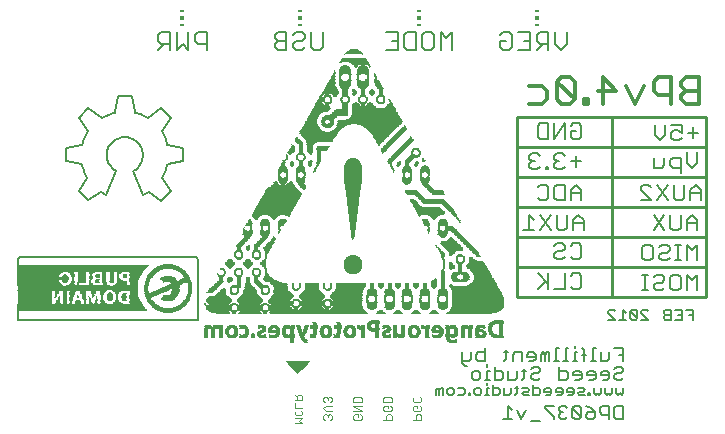
<source format=gbo>
G75*
G70*
%OFA0B0*%
%FSLAX24Y24*%
%IPPOS*%
%LPD*%
%AMOC8*
5,1,8,0,0,1.08239X$1,22.5*
%
%ADD10C,0.0070*%
%ADD11C,0.0040*%
%ADD12C,0.0120*%
%ADD13C,0.0080*%
%ADD14C,0.0060*%
%ADD15C,0.0050*%
%ADD16C,0.0100*%
%ADD17C,0.0010*%
%ADD18R,0.0118X0.0059*%
%ADD19R,0.0118X0.0118*%
%ADD20R,0.0290X0.0010*%
%ADD21R,0.0120X0.0010*%
%ADD22R,0.0140X0.0010*%
%ADD23R,0.0310X0.0010*%
%ADD24R,0.0130X0.0010*%
%ADD25R,0.0320X0.0010*%
%ADD26R,0.0330X0.0010*%
%ADD27R,0.0160X0.0010*%
%ADD28R,0.0340X0.0010*%
%ADD29R,0.0170X0.0010*%
%ADD30R,0.0180X0.0010*%
%ADD31R,0.0080X0.0010*%
%ADD32R,0.0030X0.0010*%
%ADD33R,0.0200X0.0010*%
%ADD34R,0.0040X0.0010*%
%ADD35R,0.0020X0.0010*%
%ADD36R,0.0150X0.0010*%
%ADD37R,0.0090X0.0010*%
%ADD38R,0.0100X0.0010*%
%ADD39R,0.0110X0.0010*%
%ADD40R,0.0060X0.0010*%
%ADD41R,0.0270X0.0010*%
%ADD42R,0.0250X0.0010*%
%ADD43R,0.0230X0.0010*%
%ADD44R,0.0210X0.0010*%
%ADD45R,0.0240X0.0010*%
%ADD46R,0.0220X0.0010*%
%ADD47R,0.0190X0.0010*%
%ADD48R,0.0260X0.0010*%
%ADD49R,0.0280X0.0010*%
%ADD50R,0.0370X0.0010*%
%ADD51R,0.0300X0.0010*%
%ADD52R,0.0360X0.0010*%
%ADD53R,0.0390X0.0010*%
%ADD54R,0.0350X0.0010*%
%ADD55R,0.0400X0.0010*%
%ADD56R,0.0380X0.0010*%
%ADD57R,0.0410X0.0010*%
%ADD58R,0.0420X0.0010*%
%ADD59R,0.0430X0.0010*%
%ADD60R,0.0070X0.0010*%
%ADD61R,0.0050X0.0010*%
%ADD62R,0.0010X0.0010*%
%ADD63R,0.0620X0.0010*%
%ADD64R,0.0610X0.0010*%
%ADD65R,0.0600X0.0010*%
%ADD66R,0.0450X0.0010*%
%ADD67R,0.0440X0.0010*%
%ADD68R,0.1520X0.0010*%
%ADD69R,0.3290X0.0010*%
%ADD70R,0.0770X0.0010*%
%ADD71R,0.0470X0.0010*%
%ADD72R,0.1590X0.0010*%
%ADD73R,0.3240X0.0010*%
%ADD74R,0.0740X0.0010*%
%ADD75R,0.0560X0.0010*%
%ADD76R,0.1600X0.0010*%
%ADD77R,0.3210X0.0010*%
%ADD78R,0.0720X0.0010*%
%ADD79R,0.0580X0.0010*%
%ADD80R,0.1620X0.0010*%
%ADD81R,0.3190X0.0010*%
%ADD82R,0.0700X0.0010*%
%ADD83R,0.1630X0.0010*%
%ADD84R,0.3170X0.0010*%
%ADD85R,0.0690X0.0010*%
%ADD86R,0.1650X0.0010*%
%ADD87R,0.3160X0.0010*%
%ADD88R,0.0680X0.0010*%
%ADD89R,0.0630X0.0010*%
%ADD90R,0.1670X0.0010*%
%ADD91R,0.3150X0.0010*%
%ADD92R,0.0660X0.0010*%
%ADD93R,0.0650X0.0010*%
%ADD94R,0.1680X0.0010*%
%ADD95R,0.3120X0.0010*%
%ADD96R,0.1690X0.0010*%
%ADD97R,0.3110X0.0010*%
%ADD98R,0.3100X0.0010*%
%ADD99R,0.3220X0.0010*%
%ADD100R,0.0900X0.0010*%
%ADD101R,0.0830X0.0010*%
%ADD102R,0.1700X0.0010*%
%ADD103R,0.1110X0.0010*%
%ADD104R,0.0840X0.0010*%
%ADD105R,0.0860X0.0010*%
%ADD106R,0.0880X0.0010*%
%ADD107R,0.1100X0.0010*%
%ADD108R,0.0820X0.0010*%
%ADD109R,0.0850X0.0010*%
%ADD110R,0.1080X0.0010*%
%ADD111R,0.0800X0.0010*%
%ADD112R,0.1710X0.0010*%
%ADD113R,0.0790X0.0010*%
%ADD114R,0.1720X0.0010*%
%ADD115R,0.1060X0.0010*%
%ADD116R,0.0810X0.0010*%
%ADD117R,0.1030X0.0010*%
%ADD118R,0.0750X0.0010*%
%ADD119R,0.1730X0.0010*%
%ADD120R,0.1020X0.0010*%
%ADD121R,0.0730X0.0010*%
%ADD122R,0.1010X0.0010*%
%ADD123R,0.0710X0.0010*%
%ADD124R,0.0780X0.0010*%
%ADD125R,0.1000X0.0010*%
%ADD126R,0.0990X0.0010*%
%ADD127R,0.0670X0.0010*%
%ADD128R,0.0760X0.0010*%
%ADD129R,0.0980X0.0010*%
%ADD130R,0.0960X0.0010*%
%ADD131R,0.0870X0.0010*%
%ADD132R,0.0950X0.0010*%
%ADD133R,0.0890X0.0010*%
%ADD134R,0.1090X0.0010*%
%ADD135R,0.1070X0.0010*%
%ADD136R,0.0640X0.0010*%
%ADD137R,0.0970X0.0010*%
%ADD138R,0.1040X0.0010*%
%ADD139R,0.1050X0.0010*%
%ADD140R,0.0590X0.0010*%
%ADD141R,0.0570X0.0010*%
%ADD142R,0.0550X0.0010*%
%ADD143R,0.0530X0.0010*%
%ADD144R,0.0510X0.0010*%
%ADD145R,0.1660X0.0010*%
%ADD146R,0.0480X0.0010*%
%ADD147R,0.0460X0.0010*%
%ADD148R,0.1640X0.0010*%
%ADD149R,0.0520X0.0010*%
%ADD150R,0.0940X0.0010*%
%ADD151R,0.0930X0.0010*%
%ADD152R,0.0540X0.0010*%
%ADD153R,0.0500X0.0010*%
%ADD154R,0.1610X0.0010*%
%ADD155R,0.0490X0.0010*%
%ADD156R,0.0920X0.0010*%
%ADD157R,0.0910X0.0010*%
%ADD158R,0.1270X0.0010*%
%ADD159R,0.1260X0.0010*%
%ADD160R,0.1250X0.0010*%
%ADD161R,0.1240X0.0010*%
%ADD162R,0.1220X0.0010*%
%ADD163R,0.1200X0.0010*%
%ADD164R,0.1190X0.0010*%
%ADD165R,0.1170X0.0010*%
%ADD166R,0.1160X0.0010*%
%ADD167R,0.1150X0.0010*%
%ADD168R,0.1130X0.0010*%
%ADD169R,0.1120X0.0010*%
%ADD170R,0.1180X0.0010*%
%ADD171R,0.1230X0.0010*%
%ADD172R,0.1280X0.0010*%
%ADD173R,0.1290X0.0010*%
%ADD174R,0.1210X0.0010*%
%ADD175R,0.1300X0.0010*%
%ADD176R,0.1350X0.0010*%
%ADD177R,0.1390X0.0010*%
%ADD178R,0.1440X0.0010*%
%ADD179R,0.2100X0.0010*%
%ADD180R,0.2110X0.0010*%
%ADD181R,0.2120X0.0010*%
%ADD182R,0.2130X0.0010*%
%ADD183R,0.2140X0.0010*%
%ADD184R,0.2150X0.0010*%
%ADD185R,0.2160X0.0010*%
%ADD186R,0.2170X0.0010*%
%ADD187R,0.2090X0.0010*%
%ADD188R,0.1840X0.0010*%
%ADD189R,0.1810X0.0010*%
%ADD190R,0.1790X0.0010*%
%ADD191R,0.1750X0.0010*%
%ADD192R,0.1570X0.0010*%
%ADD193R,0.1560X0.0010*%
%ADD194R,0.1550X0.0010*%
%ADD195R,0.1540X0.0010*%
%ADD196R,0.1530X0.0010*%
%ADD197R,0.1510X0.0010*%
%ADD198R,0.1500X0.0010*%
%ADD199R,0.1490X0.0010*%
%ADD200R,0.1480X0.0010*%
%ADD201R,0.1470X0.0010*%
%ADD202R,0.1460X0.0010*%
%ADD203R,0.1450X0.0010*%
%ADD204R,0.1430X0.0010*%
%ADD205R,0.6045X0.0015*%
%ADD206R,0.6045X0.0015*%
%ADD207R,0.0045X0.0015*%
%ADD208R,0.0045X0.0015*%
%ADD209R,0.0165X0.0015*%
%ADD210R,0.0345X0.0015*%
%ADD211R,0.0465X0.0015*%
%ADD212R,0.0555X0.0015*%
%ADD213R,0.0630X0.0015*%
%ADD214R,0.0705X0.0015*%
%ADD215R,0.4335X0.0015*%
%ADD216R,0.0765X0.0015*%
%ADD217R,0.4320X0.0015*%
%ADD218R,0.0795X0.0015*%
%ADD219R,0.4305X0.0015*%
%ADD220R,0.0855X0.0015*%
%ADD221R,0.4290X0.0015*%
%ADD222R,0.0915X0.0015*%
%ADD223R,0.4275X0.0015*%
%ADD224R,0.0360X0.0015*%
%ADD225R,0.4260X0.0015*%
%ADD226R,0.0315X0.0015*%
%ADD227R,0.4245X0.0015*%
%ADD228R,0.0300X0.0015*%
%ADD229R,0.4230X0.0015*%
%ADD230R,0.0270X0.0015*%
%ADD231R,0.0255X0.0015*%
%ADD232R,0.4215X0.0015*%
%ADD233R,0.0240X0.0015*%
%ADD234R,0.4200X0.0015*%
%ADD235R,0.0225X0.0015*%
%ADD236R,0.4185X0.0015*%
%ADD237R,0.0210X0.0015*%
%ADD238R,0.4170X0.0015*%
%ADD239R,0.4155X0.0015*%
%ADD240R,0.0195X0.0015*%
%ADD241R,0.0405X0.0015*%
%ADD242R,0.0105X0.0015*%
%ADD243R,0.0060X0.0015*%
%ADD244R,0.0075X0.0015*%
%ADD245R,0.0180X0.0015*%
%ADD246R,0.1155X0.0015*%
%ADD247R,0.0390X0.0015*%
%ADD248R,0.0090X0.0015*%
%ADD249R,0.0150X0.0015*%
%ADD250R,0.0135X0.0015*%
%ADD251R,0.0375X0.0015*%
%ADD252R,0.0120X0.0015*%
%ADD253R,0.0330X0.0015*%
%ADD254R,0.0435X0.0015*%
%ADD255R,0.0030X0.0015*%
%ADD256R,0.0480X0.0015*%
%ADD257R,0.0495X0.0015*%
%ADD258R,0.0015X0.0015*%
%ADD259R,0.0285X0.0015*%
%ADD260R,0.0450X0.0015*%
%ADD261R,0.0525X0.0015*%
%ADD262R,0.0885X0.0015*%
%ADD263R,0.3015X0.0015*%
%ADD264R,0.4020X0.0015*%
%ADD265R,0.0600X0.0015*%
%ADD266R,0.0570X0.0015*%
%ADD267R,0.0825X0.0015*%
%ADD268R,0.1440X0.0015*%
%ADD269R,0.1545X0.0015*%
%ADD270R,0.1500X0.0015*%
%ADD271R,0.1485X0.0015*%
%ADD272R,0.1455X0.0015*%
%ADD273R,0.1425X0.0015*%
%ADD274R,0.0510X0.0015*%
%ADD275R,0.0720X0.0015*%
%ADD276R,0.1410X0.0015*%
%ADD277R,0.0750X0.0015*%
%ADD278R,0.0945X0.0015*%
%ADD279R,0.0420X0.0015*%
%ADD280R,0.1395X0.0015*%
%ADD281R,0.1710X0.0015*%
%ADD282R,0.1695X0.0015*%
%ADD283R,0.1515X0.0015*%
%ADD284R,0.2565X0.0015*%
%ADD285R,0.1575X0.0015*%
%ADD286R,0.4350X0.0015*%
%ADD287R,0.4365X0.0015*%
%ADD288R,0.4395X0.0015*%
%ADD289R,0.0060X0.0015*%
%ADD290R,0.5985X0.0015*%
%ADD291R,0.5955X0.0015*%
%ADD292R,0.5910X0.0015*%
D10*
X021726Y011106D02*
X022079Y011106D01*
X021902Y011106D02*
X021902Y011636D01*
X022079Y011459D01*
X022278Y011636D02*
X022632Y011106D01*
X022831Y011194D02*
X022831Y011636D01*
X022632Y011636D02*
X022278Y011106D01*
X022831Y011194D02*
X022919Y011106D01*
X023096Y011106D01*
X023184Y011194D01*
X023184Y011636D01*
X023383Y011459D02*
X023383Y011106D01*
X023383Y011371D02*
X023737Y011371D01*
X023737Y011459D02*
X023560Y011636D01*
X023383Y011459D01*
X023737Y011459D02*
X023737Y011106D01*
X023569Y010675D02*
X023658Y010587D01*
X023658Y010233D01*
X023569Y010145D01*
X023393Y010145D01*
X023304Y010233D01*
X023105Y010233D02*
X023017Y010145D01*
X022840Y010145D01*
X022752Y010233D01*
X022752Y010322D01*
X022840Y010410D01*
X023017Y010410D01*
X023105Y010499D01*
X023105Y010587D01*
X023017Y010675D01*
X022840Y010675D01*
X022752Y010587D01*
X023304Y010587D02*
X023393Y010675D01*
X023569Y010675D01*
X023569Y009675D02*
X023658Y009587D01*
X023658Y009233D01*
X023569Y009145D01*
X023393Y009145D01*
X023304Y009233D01*
X023105Y009145D02*
X022752Y009145D01*
X022553Y009145D02*
X022553Y009675D01*
X022553Y009322D02*
X022199Y009675D01*
X022465Y009410D02*
X022199Y009145D01*
X023105Y009145D02*
X023105Y009675D01*
X023304Y009587D02*
X023393Y009675D01*
X023569Y009675D01*
X025690Y009636D02*
X025867Y009636D01*
X025778Y009636D02*
X025778Y009106D01*
X025690Y009106D02*
X025867Y009106D01*
X026065Y009194D02*
X026065Y009282D01*
X026154Y009371D01*
X026331Y009371D01*
X026419Y009459D01*
X026419Y009548D01*
X026331Y009636D01*
X026154Y009636D01*
X026065Y009548D01*
X026618Y009548D02*
X026706Y009636D01*
X026883Y009636D01*
X026972Y009548D01*
X026972Y009194D01*
X026883Y009106D01*
X026706Y009106D01*
X026618Y009194D01*
X026618Y009548D01*
X026419Y009194D02*
X026331Y009106D01*
X026154Y009106D01*
X026065Y009194D01*
X027170Y009106D02*
X027170Y009636D01*
X027347Y009459D01*
X027524Y009636D01*
X027524Y009106D01*
X027524Y010106D02*
X027524Y010636D01*
X027347Y010459D01*
X027170Y010636D01*
X027170Y010106D01*
X026972Y010106D02*
X026795Y010106D01*
X026883Y010106D02*
X026883Y010636D01*
X026795Y010636D02*
X026972Y010636D01*
X026603Y010548D02*
X026603Y010459D01*
X026515Y010371D01*
X026338Y010371D01*
X026250Y010282D01*
X026250Y010194D01*
X026338Y010106D01*
X026515Y010106D01*
X026603Y010194D01*
X026051Y010194D02*
X025962Y010106D01*
X025786Y010106D01*
X025697Y010194D01*
X025697Y010548D01*
X025786Y010636D01*
X025962Y010636D01*
X026051Y010548D01*
X026051Y010194D01*
X026250Y010548D02*
X026338Y010636D01*
X026515Y010636D01*
X026603Y010548D01*
X026706Y011106D02*
X026618Y011194D01*
X026618Y011636D01*
X026419Y011636D02*
X026065Y011106D01*
X026419Y011106D02*
X026065Y011636D01*
X026706Y011106D02*
X026883Y011106D01*
X026972Y011194D01*
X026972Y011636D01*
X027170Y011459D02*
X027170Y011106D01*
X027170Y011371D02*
X027524Y011371D01*
X027524Y011459D02*
X027347Y011636D01*
X027170Y011459D01*
X027524Y011459D02*
X027524Y011106D01*
X027642Y012106D02*
X027642Y012459D01*
X027465Y012636D01*
X027288Y012459D01*
X027288Y012106D01*
X027090Y012194D02*
X027001Y012106D01*
X026824Y012106D01*
X026736Y012194D01*
X026736Y012636D01*
X026537Y012636D02*
X026184Y012106D01*
X025985Y012106D02*
X025631Y012459D01*
X025631Y012548D01*
X025720Y012636D01*
X025896Y012636D01*
X025985Y012548D01*
X026184Y012636D02*
X026537Y012106D01*
X025985Y012106D02*
X025631Y012106D01*
X027090Y012194D02*
X027090Y012636D01*
X027288Y012371D02*
X027642Y012371D01*
X026972Y013007D02*
X026972Y013538D01*
X026706Y013538D01*
X026618Y013449D01*
X026618Y013273D01*
X026706Y013184D01*
X026972Y013184D01*
X027170Y013361D02*
X027170Y013715D01*
X027524Y013715D02*
X027524Y013361D01*
X027347Y013184D01*
X027170Y013361D01*
X026419Y013273D02*
X026331Y013184D01*
X026065Y013184D01*
X026065Y013538D01*
X026419Y013538D02*
X026419Y013273D01*
X026282Y014106D02*
X026105Y014282D01*
X026105Y014636D01*
X026458Y014636D02*
X026458Y014282D01*
X026282Y014106D01*
X026657Y014194D02*
X026657Y014371D01*
X026746Y014459D01*
X026834Y014459D01*
X027011Y014371D01*
X027011Y014636D01*
X026657Y014636D01*
X026657Y014194D02*
X026746Y014106D01*
X026923Y014106D01*
X027011Y014194D01*
X027210Y014371D02*
X027563Y014371D01*
X027387Y014548D02*
X027387Y014194D01*
X023658Y014233D02*
X023569Y014145D01*
X023393Y014145D01*
X023304Y014233D01*
X023304Y014410D01*
X023481Y014410D01*
X023658Y014587D02*
X023658Y014233D01*
X023658Y014587D02*
X023569Y014675D01*
X023393Y014675D01*
X023304Y014587D01*
X023105Y014675D02*
X022752Y014145D01*
X022752Y014675D01*
X022553Y014675D02*
X022288Y014675D01*
X022199Y014587D01*
X022199Y014233D01*
X022288Y014145D01*
X022553Y014145D01*
X022553Y014675D01*
X023105Y014675D02*
X023105Y014145D01*
X023017Y013675D02*
X022840Y013675D01*
X022752Y013587D01*
X022752Y013499D01*
X022840Y013410D01*
X022752Y013322D01*
X022752Y013233D01*
X022840Y013145D01*
X023017Y013145D01*
X023105Y013233D01*
X022929Y013410D02*
X022840Y013410D01*
X023105Y013587D02*
X023017Y013675D01*
X023304Y013410D02*
X023658Y013410D01*
X023481Y013587D02*
X023481Y013233D01*
X022553Y013233D02*
X022553Y013145D01*
X022465Y013145D01*
X022465Y013233D01*
X022553Y013233D01*
X022277Y013233D02*
X022188Y013145D01*
X022012Y013145D01*
X021923Y013233D01*
X021923Y013322D01*
X022012Y013410D01*
X022100Y013410D01*
X022012Y013410D02*
X021923Y013499D01*
X021923Y013587D01*
X022012Y013675D01*
X022188Y013675D01*
X022277Y013587D01*
X022288Y012636D02*
X022465Y012636D01*
X022553Y012548D01*
X022553Y012194D01*
X022465Y012106D01*
X022288Y012106D01*
X022199Y012194D01*
X022752Y012194D02*
X022752Y012548D01*
X022840Y012636D01*
X023105Y012636D01*
X023105Y012106D01*
X022840Y012106D01*
X022752Y012194D01*
X023304Y012106D02*
X023304Y012459D01*
X023481Y012636D01*
X023658Y012459D01*
X023658Y012106D01*
X023658Y012371D02*
X023304Y012371D01*
X022288Y012636D02*
X022199Y012548D01*
D11*
X018284Y005564D02*
X018330Y005517D01*
X018330Y005423D01*
X018284Y005377D01*
X018097Y005377D01*
X018050Y005423D01*
X018050Y005517D01*
X018097Y005564D01*
X018097Y005269D02*
X018190Y005269D01*
X018190Y005176D01*
X018097Y005269D02*
X018050Y005222D01*
X018050Y005129D01*
X018097Y005082D01*
X018284Y005082D01*
X018330Y005129D01*
X018330Y005222D01*
X018284Y005269D01*
X018284Y004974D02*
X018190Y004974D01*
X018144Y004928D01*
X018144Y004787D01*
X018050Y004787D02*
X018330Y004787D01*
X018330Y004928D01*
X018284Y004974D01*
X017340Y004928D02*
X017340Y004787D01*
X017060Y004787D01*
X017154Y004787D02*
X017154Y004928D01*
X017200Y004974D01*
X017294Y004974D01*
X017340Y004928D01*
X017294Y005082D02*
X017107Y005082D01*
X017060Y005129D01*
X017060Y005222D01*
X017107Y005269D01*
X017200Y005269D01*
X017200Y005176D01*
X017294Y005269D02*
X017340Y005222D01*
X017340Y005129D01*
X017294Y005082D01*
X017340Y005377D02*
X017060Y005377D01*
X017060Y005517D01*
X017107Y005564D01*
X017294Y005564D01*
X017340Y005517D01*
X017340Y005377D01*
X016340Y005377D02*
X016340Y005517D01*
X016294Y005564D01*
X016107Y005564D01*
X016060Y005517D01*
X016060Y005377D01*
X016340Y005377D01*
X016340Y005269D02*
X016060Y005269D01*
X016340Y005082D01*
X016060Y005082D01*
X016107Y004974D02*
X016200Y004974D01*
X016200Y004881D01*
X016107Y004974D02*
X016060Y004928D01*
X016060Y004834D01*
X016107Y004787D01*
X016294Y004787D01*
X016340Y004834D01*
X016340Y004928D01*
X016294Y004974D01*
X015340Y004928D02*
X015293Y004974D01*
X015246Y004974D01*
X015200Y004928D01*
X015153Y004974D01*
X015106Y004974D01*
X015060Y004928D01*
X015060Y004834D01*
X015106Y004787D01*
X015200Y004881D02*
X015200Y004928D01*
X015340Y004928D02*
X015340Y004834D01*
X015293Y004787D01*
X015340Y005082D02*
X015153Y005082D01*
X015060Y005176D01*
X015153Y005269D01*
X015340Y005269D01*
X015293Y005377D02*
X015340Y005423D01*
X015340Y005517D01*
X015293Y005564D01*
X015246Y005564D01*
X015200Y005517D01*
X015153Y005564D01*
X015106Y005564D01*
X015060Y005517D01*
X015060Y005423D01*
X015106Y005377D01*
X015200Y005470D02*
X015200Y005517D01*
X014339Y005461D02*
X014339Y005581D01*
X014299Y005621D01*
X014219Y005621D01*
X014179Y005581D01*
X014179Y005461D01*
X014179Y005541D02*
X014099Y005621D01*
X014099Y005461D02*
X014339Y005461D01*
X014339Y005203D02*
X014099Y005203D01*
X014099Y005363D01*
X014139Y005105D02*
X014099Y005065D01*
X014099Y004985D01*
X014139Y004945D01*
X014299Y004945D01*
X014339Y004985D01*
X014339Y005065D01*
X014299Y005105D01*
X014339Y004848D02*
X014099Y004848D01*
X014099Y004687D02*
X014339Y004687D01*
X014259Y004768D01*
X014339Y004848D01*
D12*
X021924Y015330D02*
X022364Y015330D01*
X022511Y015476D01*
X022511Y015770D01*
X022364Y015917D01*
X021924Y015917D01*
X022845Y016063D02*
X022845Y015476D01*
X022992Y015330D01*
X023285Y015330D01*
X023432Y015476D01*
X022845Y016063D01*
X022992Y016210D01*
X023285Y016210D01*
X023432Y016063D01*
X023432Y015476D01*
X023746Y015476D02*
X023746Y015330D01*
X023892Y015330D01*
X023892Y015476D01*
X023746Y015476D01*
X024226Y015770D02*
X024813Y015770D01*
X024373Y016210D01*
X024373Y015330D01*
X025147Y015917D02*
X025440Y015330D01*
X025734Y015917D01*
X026067Y016063D02*
X026067Y015770D01*
X026214Y015623D01*
X026655Y015623D01*
X026988Y015623D02*
X026988Y015476D01*
X027135Y015330D01*
X027575Y015330D01*
X027575Y016210D01*
X027135Y016210D01*
X026988Y016063D01*
X026988Y015917D01*
X027135Y015770D01*
X027575Y015770D01*
X027135Y015770D02*
X026988Y015623D01*
X026655Y015330D02*
X026655Y016210D01*
X026214Y016210D01*
X026067Y016063D01*
D13*
X023167Y017329D02*
X022973Y017136D01*
X022780Y017329D01*
X022780Y017716D01*
X022559Y017716D02*
X022269Y017716D01*
X022172Y017620D01*
X022172Y017426D01*
X022269Y017329D01*
X022559Y017329D01*
X022559Y017136D02*
X022559Y017716D01*
X023167Y017716D02*
X023167Y017329D01*
X022366Y017329D02*
X022172Y017136D01*
X021951Y017136D02*
X021564Y017136D01*
X021344Y017233D02*
X021247Y017136D01*
X021053Y017136D01*
X020957Y017233D01*
X020957Y017426D01*
X021150Y017426D01*
X020957Y017620D02*
X021053Y017716D01*
X021247Y017716D01*
X021344Y017620D01*
X021344Y017233D01*
X021758Y017426D02*
X021951Y017426D01*
X021951Y017716D02*
X021951Y017136D01*
X021951Y017716D02*
X021564Y017716D01*
X019354Y017716D02*
X019354Y017136D01*
X018967Y017136D02*
X018967Y017716D01*
X019161Y017523D01*
X019354Y017716D01*
X018747Y017620D02*
X018747Y017233D01*
X018650Y017136D01*
X018456Y017136D01*
X018360Y017233D01*
X018360Y017620D01*
X018456Y017716D01*
X018650Y017716D01*
X018747Y017620D01*
X018139Y017716D02*
X018139Y017136D01*
X017849Y017136D01*
X017752Y017233D01*
X017752Y017620D01*
X017849Y017716D01*
X018139Y017716D01*
X017531Y017716D02*
X017531Y017136D01*
X017144Y017136D01*
X017338Y017426D02*
X017531Y017426D01*
X017531Y017716D02*
X017144Y017716D01*
X015042Y017716D02*
X015042Y017233D01*
X014945Y017136D01*
X014752Y017136D01*
X014655Y017233D01*
X014655Y017716D01*
X014434Y017620D02*
X014434Y017523D01*
X014337Y017426D01*
X014144Y017426D01*
X014047Y017329D01*
X014047Y017233D01*
X014144Y017136D01*
X014337Y017136D01*
X014434Y017233D01*
X013826Y017136D02*
X013536Y017136D01*
X013439Y017233D01*
X013439Y017329D01*
X013536Y017426D01*
X013826Y017426D01*
X013536Y017426D02*
X013439Y017523D01*
X013439Y017620D01*
X013536Y017716D01*
X013826Y017716D01*
X013826Y017136D01*
X014047Y017620D02*
X014144Y017716D01*
X014337Y017716D01*
X014434Y017620D01*
X011167Y017716D02*
X011167Y017136D01*
X011167Y017329D02*
X010877Y017329D01*
X010780Y017426D01*
X010780Y017620D01*
X010877Y017716D01*
X011167Y017716D01*
X010559Y017716D02*
X010559Y017136D01*
X010366Y017329D01*
X010172Y017136D01*
X010172Y017716D01*
X009951Y017716D02*
X009661Y017716D01*
X009564Y017620D01*
X009564Y017426D01*
X009661Y017329D01*
X009951Y017329D01*
X009758Y017329D02*
X009564Y017136D01*
X009951Y017136D02*
X009951Y017716D01*
X008674Y015586D02*
X008214Y015586D01*
X008114Y015046D01*
X007684Y014866D02*
X007224Y015176D01*
X006904Y014856D01*
X007214Y014406D01*
X007024Y013966D02*
X006494Y013866D01*
X006494Y013416D01*
X007014Y013316D01*
X007194Y012856D02*
X006904Y012426D01*
X007224Y012106D01*
X007644Y012386D01*
X007824Y012286D01*
X008154Y013086D01*
X008724Y013086D02*
X009054Y012286D01*
X009234Y012386D01*
X009654Y012096D01*
X009984Y012426D01*
X009684Y012856D01*
X009874Y013316D02*
X010394Y013416D01*
X010394Y013866D01*
X009864Y013966D01*
X009674Y014406D02*
X009984Y014856D01*
X009654Y015176D01*
X009204Y014866D01*
X008774Y015046D02*
X008674Y015586D01*
X009674Y014406D02*
X009710Y014348D01*
X009743Y014287D01*
X009774Y014225D01*
X009801Y014162D01*
X009825Y014098D01*
X009846Y014032D01*
X009864Y013966D01*
X009205Y014866D02*
X009147Y014899D01*
X009088Y014929D01*
X009027Y014956D01*
X008966Y014980D01*
X008903Y015002D01*
X008839Y015021D01*
X008775Y015036D01*
X008115Y015036D02*
X008041Y015017D01*
X007969Y014994D01*
X007898Y014967D01*
X007828Y014937D01*
X007761Y014903D01*
X007695Y014866D01*
X008154Y013086D02*
X008112Y013110D01*
X008073Y013138D01*
X008036Y013169D01*
X008001Y013203D01*
X007969Y013239D01*
X007941Y013278D01*
X007915Y013319D01*
X007893Y013362D01*
X007875Y013407D01*
X007860Y013453D01*
X007848Y013500D01*
X007841Y013547D01*
X007837Y013595D01*
X007838Y013644D01*
X007842Y013692D01*
X007850Y013739D01*
X007862Y013786D01*
X007877Y013832D01*
X007896Y013876D01*
X007919Y013919D01*
X007945Y013960D01*
X007974Y013998D01*
X008006Y014034D01*
X008041Y014068D01*
X008079Y014098D01*
X008118Y014125D01*
X008160Y014150D01*
X008204Y014170D01*
X008249Y014187D01*
X008295Y014201D01*
X008343Y014210D01*
X008391Y014216D01*
X008439Y014218D01*
X008487Y014216D01*
X008535Y014210D01*
X008583Y014201D01*
X008629Y014187D01*
X008674Y014170D01*
X008718Y014150D01*
X008760Y014125D01*
X008799Y014098D01*
X008837Y014068D01*
X008872Y014034D01*
X008904Y013998D01*
X008933Y013960D01*
X008959Y013919D01*
X008982Y013876D01*
X009001Y013832D01*
X009016Y013786D01*
X009028Y013739D01*
X009036Y013692D01*
X009040Y013644D01*
X009041Y013595D01*
X009037Y013547D01*
X009030Y013500D01*
X009018Y013453D01*
X009003Y013407D01*
X008985Y013362D01*
X008963Y013319D01*
X008937Y013278D01*
X008909Y013239D01*
X008877Y013203D01*
X008842Y013169D01*
X008805Y013138D01*
X008766Y013110D01*
X008724Y013086D01*
X007194Y012855D02*
X007159Y012917D01*
X007126Y012980D01*
X007097Y013045D01*
X007072Y013111D01*
X007049Y013178D01*
X007030Y013246D01*
X007014Y013316D01*
X009684Y012855D02*
X009719Y012917D01*
X009752Y012980D01*
X009781Y013045D01*
X009806Y013111D01*
X009829Y013178D01*
X009848Y013246D01*
X009864Y013316D01*
X007214Y014406D02*
X007178Y014347D01*
X007145Y014287D01*
X007115Y014225D01*
X007088Y014162D01*
X007063Y014098D01*
X007042Y014033D01*
X007024Y013966D01*
D14*
X019694Y007044D02*
X019694Y006677D01*
X019768Y006604D01*
X019841Y006604D01*
X019915Y006751D02*
X019694Y006751D01*
X019915Y006751D02*
X019988Y006824D01*
X019988Y007044D01*
X020155Y006971D02*
X020228Y007044D01*
X020448Y007044D01*
X020448Y007191D02*
X020448Y006751D01*
X020228Y006751D01*
X020155Y006824D01*
X020155Y006971D01*
X020528Y006640D02*
X020528Y006566D01*
X020528Y006420D02*
X020528Y006126D01*
X020455Y006126D02*
X020602Y006126D01*
X020769Y006126D02*
X020989Y006126D01*
X021062Y006199D01*
X021062Y006346D01*
X020989Y006420D01*
X020769Y006420D01*
X020769Y006566D02*
X020769Y006126D01*
X021229Y006126D02*
X021229Y006420D01*
X021522Y006420D02*
X021522Y006199D01*
X021449Y006126D01*
X021229Y006126D01*
X021683Y006126D02*
X021756Y006199D01*
X021756Y006493D01*
X021829Y006420D02*
X021683Y006420D01*
X021996Y006493D02*
X022070Y006566D01*
X022216Y006566D01*
X022290Y006493D01*
X022290Y006420D01*
X022216Y006346D01*
X022070Y006346D01*
X021996Y006273D01*
X021996Y006199D01*
X022070Y006126D01*
X022216Y006126D01*
X022290Y006199D01*
X022303Y006751D02*
X022303Y006971D01*
X022377Y007044D01*
X022450Y006971D01*
X022450Y006751D01*
X022597Y006751D02*
X022597Y007044D01*
X022523Y007044D01*
X022450Y006971D01*
X022136Y006971D02*
X022063Y007044D01*
X021916Y007044D01*
X021843Y006971D01*
X021843Y006898D01*
X022136Y006898D01*
X022136Y006971D02*
X022136Y006824D01*
X022063Y006751D01*
X021916Y006751D01*
X021676Y006751D02*
X021676Y007044D01*
X021456Y007044D01*
X021382Y006971D01*
X021382Y006751D01*
X021142Y006824D02*
X021069Y006751D01*
X021142Y006824D02*
X021142Y007118D01*
X021069Y007044D02*
X021216Y007044D01*
X020602Y006420D02*
X020528Y006420D01*
X020295Y006346D02*
X020221Y006420D01*
X020075Y006420D01*
X020001Y006346D01*
X020001Y006199D01*
X020075Y006126D01*
X020221Y006126D01*
X020295Y006199D01*
X020295Y006346D01*
X021204Y005263D02*
X021204Y004823D01*
X021351Y004823D02*
X021057Y004823D01*
X021518Y005116D02*
X021664Y004823D01*
X021811Y005116D01*
X022438Y005190D02*
X022732Y004896D01*
X022732Y004823D01*
X022899Y004896D02*
X022972Y004823D01*
X023119Y004823D01*
X023192Y004896D01*
X023359Y004896D02*
X023432Y004823D01*
X023579Y004823D01*
X023653Y004896D01*
X023359Y005190D01*
X023359Y004896D01*
X023653Y004896D02*
X023653Y005190D01*
X023579Y005263D01*
X023432Y005263D01*
X023359Y005190D01*
X023192Y005190D02*
X023119Y005263D01*
X022972Y005263D01*
X022899Y005190D01*
X022899Y005116D01*
X022972Y005043D01*
X022899Y004970D01*
X022899Y004896D01*
X022972Y005043D02*
X023045Y005043D01*
X022732Y005263D02*
X022438Y005263D01*
X022438Y005190D01*
X022271Y004749D02*
X021978Y004749D01*
X021351Y005116D02*
X021204Y005263D01*
X022917Y006126D02*
X023137Y006126D01*
X023210Y006199D01*
X023210Y006346D01*
X023137Y006420D01*
X022917Y006420D01*
X022917Y006566D02*
X022917Y006126D01*
X023377Y006273D02*
X023671Y006273D01*
X023671Y006346D02*
X023597Y006420D01*
X023451Y006420D01*
X023377Y006346D01*
X023377Y006273D01*
X023451Y006126D02*
X023597Y006126D01*
X023671Y006199D01*
X023671Y006346D01*
X023838Y006346D02*
X023838Y006273D01*
X024131Y006273D01*
X024131Y006346D02*
X024058Y006420D01*
X023911Y006420D01*
X023838Y006346D01*
X023911Y006126D02*
X024058Y006126D01*
X024131Y006199D01*
X024131Y006346D01*
X024298Y006346D02*
X024298Y006273D01*
X024591Y006273D01*
X024591Y006346D02*
X024518Y006420D01*
X024371Y006420D01*
X024298Y006346D01*
X024371Y006126D02*
X024518Y006126D01*
X024591Y006199D01*
X024591Y006346D01*
X024758Y006273D02*
X024758Y006199D01*
X024832Y006126D01*
X024978Y006126D01*
X025052Y006199D01*
X024978Y006346D02*
X024832Y006346D01*
X024758Y006273D01*
X024758Y006493D02*
X024832Y006566D01*
X024978Y006566D01*
X025052Y006493D01*
X025052Y006420D01*
X024978Y006346D01*
X025052Y006751D02*
X025052Y007191D01*
X024758Y007191D01*
X024591Y007044D02*
X024591Y006824D01*
X024518Y006751D01*
X024298Y006751D01*
X024298Y007044D01*
X024131Y007191D02*
X024058Y007191D01*
X024058Y006751D01*
X024131Y006751D02*
X023984Y006751D01*
X023751Y006751D02*
X023751Y007118D01*
X023677Y007191D01*
X023517Y007044D02*
X023444Y007044D01*
X023444Y006751D01*
X023517Y006751D02*
X023371Y006751D01*
X023210Y006751D02*
X023064Y006751D01*
X023137Y006751D02*
X023137Y007191D01*
X023210Y007191D01*
X023444Y007191D02*
X023444Y007265D01*
X022904Y007191D02*
X022830Y007191D01*
X022830Y006751D01*
X022757Y006751D02*
X022904Y006751D01*
X023677Y006971D02*
X023824Y006971D01*
X024905Y006971D02*
X025052Y006971D01*
X025034Y005263D02*
X024813Y005263D01*
X024740Y005190D01*
X024740Y004896D01*
X024813Y004823D01*
X025034Y004823D01*
X025034Y005263D01*
X024573Y005263D02*
X024353Y005263D01*
X024280Y005190D01*
X024280Y005043D01*
X024353Y004970D01*
X024573Y004970D01*
X024573Y004823D02*
X024573Y005263D01*
X024113Y005043D02*
X023893Y005043D01*
X023819Y004970D01*
X023819Y004896D01*
X023893Y004823D01*
X024040Y004823D01*
X024113Y004896D01*
X024113Y005043D01*
X023966Y005190D01*
X023819Y005263D01*
D15*
X023768Y005621D02*
X023593Y005621D01*
X023534Y005679D01*
X023593Y005738D01*
X023709Y005738D01*
X023768Y005796D01*
X023709Y005854D01*
X023534Y005854D01*
X023399Y005796D02*
X023341Y005854D01*
X023224Y005854D01*
X023166Y005796D01*
X023166Y005738D01*
X023399Y005738D01*
X023399Y005796D02*
X023399Y005679D01*
X023341Y005621D01*
X023224Y005621D01*
X023031Y005679D02*
X023031Y005796D01*
X022973Y005854D01*
X022856Y005854D01*
X022798Y005796D01*
X022798Y005738D01*
X023031Y005738D01*
X023031Y005679D02*
X022973Y005621D01*
X022856Y005621D01*
X022663Y005679D02*
X022663Y005796D01*
X022605Y005854D01*
X022488Y005854D01*
X022429Y005796D01*
X022429Y005738D01*
X022663Y005738D01*
X022663Y005679D02*
X022605Y005621D01*
X022488Y005621D01*
X022295Y005679D02*
X022295Y005796D01*
X022236Y005854D01*
X022061Y005854D01*
X022061Y005971D02*
X022061Y005621D01*
X022236Y005621D01*
X022295Y005679D01*
X021926Y005621D02*
X021751Y005621D01*
X021693Y005679D01*
X021751Y005738D01*
X021868Y005738D01*
X021926Y005796D01*
X021868Y005854D01*
X021693Y005854D01*
X021558Y005854D02*
X021441Y005854D01*
X021500Y005913D02*
X021500Y005679D01*
X021441Y005621D01*
X021312Y005679D02*
X021312Y005854D01*
X021312Y005679D02*
X021254Y005621D01*
X021079Y005621D01*
X021079Y005854D01*
X020944Y005796D02*
X020944Y005679D01*
X020886Y005621D01*
X020711Y005621D01*
X020711Y005971D01*
X020711Y005854D02*
X020886Y005854D01*
X020944Y005796D01*
X020576Y005854D02*
X020517Y005854D01*
X020517Y005621D01*
X020459Y005621D02*
X020576Y005621D01*
X020330Y005679D02*
X020272Y005621D01*
X020155Y005621D01*
X020097Y005679D01*
X020097Y005796D01*
X020155Y005854D01*
X020272Y005854D01*
X020330Y005796D01*
X020330Y005679D01*
X019962Y005679D02*
X019904Y005679D01*
X019904Y005621D01*
X019962Y005621D01*
X019962Y005679D01*
X019778Y005679D02*
X019778Y005796D01*
X019720Y005854D01*
X019544Y005854D01*
X019410Y005796D02*
X019410Y005679D01*
X019351Y005621D01*
X019234Y005621D01*
X019176Y005679D01*
X019176Y005796D01*
X019234Y005854D01*
X019351Y005854D01*
X019410Y005796D01*
X019544Y005621D02*
X019720Y005621D01*
X019778Y005679D01*
X019041Y005621D02*
X019041Y005854D01*
X018983Y005854D01*
X018925Y005796D01*
X018866Y005854D01*
X018808Y005796D01*
X018808Y005621D01*
X018925Y005621D02*
X018925Y005796D01*
X020517Y005971D02*
X020517Y006030D01*
X023894Y005679D02*
X023894Y005621D01*
X023952Y005621D01*
X023952Y005679D01*
X023894Y005679D01*
X024087Y005679D02*
X024087Y005854D01*
X024087Y005679D02*
X024145Y005621D01*
X024204Y005679D01*
X024262Y005621D01*
X024320Y005679D01*
X024320Y005854D01*
X024455Y005854D02*
X024455Y005679D01*
X024513Y005621D01*
X024572Y005679D01*
X024630Y005621D01*
X024689Y005679D01*
X024689Y005854D01*
X024823Y005854D02*
X024823Y005679D01*
X024882Y005621D01*
X024940Y005679D01*
X024999Y005621D01*
X025057Y005679D01*
X025057Y005854D01*
X025043Y008121D02*
X025043Y008471D01*
X025159Y008354D01*
X025294Y008413D02*
X025528Y008179D01*
X025469Y008121D01*
X025353Y008121D01*
X025294Y008179D01*
X025294Y008413D01*
X025353Y008471D01*
X025469Y008471D01*
X025528Y008413D01*
X025528Y008179D01*
X025663Y008121D02*
X025896Y008121D01*
X025663Y008354D01*
X025663Y008413D01*
X025721Y008471D01*
X025838Y008471D01*
X025896Y008413D01*
X026399Y008413D02*
X026399Y008354D01*
X026458Y008296D01*
X026633Y008296D01*
X026633Y008121D02*
X026458Y008121D01*
X026399Y008179D01*
X026399Y008238D01*
X026458Y008296D01*
X026399Y008413D02*
X026458Y008471D01*
X026633Y008471D01*
X026633Y008121D01*
X026768Y008121D02*
X027001Y008121D01*
X027001Y008471D01*
X026768Y008471D01*
X026884Y008296D02*
X027001Y008296D01*
X027136Y008471D02*
X027369Y008471D01*
X027369Y008121D01*
X027369Y008296D02*
X027253Y008296D01*
X025159Y008121D02*
X024926Y008121D01*
X024791Y008121D02*
X024558Y008354D01*
X024558Y008413D01*
X024616Y008471D01*
X024733Y008471D01*
X024791Y008413D01*
X024791Y008121D02*
X024558Y008121D01*
D16*
X024670Y008879D02*
X024670Y014879D01*
X021520Y014879D01*
X021520Y013879D01*
X021520Y012879D01*
X021520Y011879D01*
X021520Y010879D01*
X021520Y009879D01*
X021520Y008879D01*
X024670Y008879D01*
X027820Y008879D01*
X027820Y009879D01*
X027820Y010879D01*
X027820Y011879D01*
X027820Y012879D01*
X027820Y013879D01*
X027820Y014879D01*
X024670Y014879D01*
X027820Y013879D02*
X021520Y013879D01*
X021520Y012879D02*
X027820Y012879D01*
X027820Y011879D02*
X021520Y011879D01*
X021520Y010879D02*
X027820Y010879D01*
X027820Y009879D02*
X021520Y009879D01*
D17*
X014591Y006761D02*
X014197Y006368D01*
X013804Y006761D01*
X014591Y006761D01*
X014587Y006757D02*
X013808Y006757D01*
X013816Y006749D02*
X014579Y006749D01*
X014570Y006740D02*
X013825Y006740D01*
X013833Y006732D02*
X014562Y006732D01*
X014553Y006723D02*
X013842Y006723D01*
X013850Y006715D02*
X014545Y006715D01*
X014536Y006706D02*
X013859Y006706D01*
X013867Y006698D02*
X014527Y006698D01*
X014519Y006689D02*
X013876Y006689D01*
X013885Y006680D02*
X014510Y006680D01*
X014502Y006672D02*
X013893Y006672D01*
X013902Y006663D02*
X014493Y006663D01*
X014485Y006655D02*
X013910Y006655D01*
X013919Y006646D02*
X014476Y006646D01*
X014468Y006638D02*
X013927Y006638D01*
X013936Y006629D02*
X014459Y006629D01*
X014451Y006621D02*
X013944Y006621D01*
X013953Y006612D02*
X014442Y006612D01*
X014434Y006604D02*
X013961Y006604D01*
X013970Y006595D02*
X014425Y006595D01*
X014416Y006586D02*
X013979Y006586D01*
X013987Y006578D02*
X014408Y006578D01*
X014399Y006569D02*
X013996Y006569D01*
X014004Y006561D02*
X014391Y006561D01*
X014382Y006552D02*
X014013Y006552D01*
X014021Y006544D02*
X014374Y006544D01*
X014365Y006535D02*
X014030Y006535D01*
X014038Y006527D02*
X014357Y006527D01*
X014348Y006518D02*
X014047Y006518D01*
X014055Y006510D02*
X014340Y006510D01*
X014331Y006501D02*
X014064Y006501D01*
X014073Y006493D02*
X014322Y006493D01*
X014314Y006484D02*
X014081Y006484D01*
X014090Y006475D02*
X014305Y006475D01*
X014297Y006467D02*
X014098Y006467D01*
X014107Y006458D02*
X014288Y006458D01*
X014280Y006450D02*
X014115Y006450D01*
X014124Y006441D02*
X014271Y006441D01*
X014263Y006433D02*
X014132Y006433D01*
X014141Y006424D02*
X014254Y006424D01*
X014246Y006416D02*
X014149Y006416D01*
X014158Y006407D02*
X014237Y006407D01*
X014228Y006399D02*
X014166Y006399D01*
X014175Y006390D02*
X014220Y006390D01*
X014211Y006381D02*
X014184Y006381D01*
X014192Y006373D02*
X014203Y006373D01*
D18*
X014296Y017942D03*
X014296Y018415D03*
X018233Y018415D03*
X018233Y017942D03*
X022170Y017942D03*
X022170Y018415D03*
X010359Y018415D03*
X010359Y017942D03*
D19*
X010359Y018179D03*
X014296Y018179D03*
X018233Y018179D03*
X022170Y018179D03*
D20*
X017273Y015206D03*
X016613Y015246D03*
X015653Y014566D03*
X015423Y014376D03*
X014933Y015266D03*
X015313Y015926D03*
X015313Y015936D03*
X016943Y014096D03*
X017853Y013146D03*
X017853Y012726D03*
X018443Y012726D03*
X018443Y012736D03*
X018443Y013146D03*
X018233Y011856D03*
X019033Y011386D03*
X019033Y011376D03*
X019033Y011366D03*
X019283Y011166D03*
X019033Y010956D03*
X019033Y010946D03*
X019313Y010746D03*
X019353Y010406D03*
X019033Y009086D03*
X018443Y009086D03*
X017863Y008516D03*
X017263Y008516D03*
X016673Y008516D03*
X016673Y008526D03*
X016673Y009086D03*
X016053Y009676D03*
X016053Y011596D03*
X016053Y011606D03*
X016053Y011616D03*
X016053Y011626D03*
X016053Y011636D03*
X016053Y011646D03*
X016053Y011656D03*
X014313Y012726D03*
X013713Y012726D03*
X013713Y012736D03*
X013713Y013146D03*
X013123Y011376D03*
X013123Y010956D03*
X012533Y010956D03*
X012533Y010946D03*
X012533Y010016D03*
X012533Y009946D03*
X011943Y009946D03*
X011943Y010016D03*
X012163Y009246D03*
X011663Y008966D03*
X013203Y009496D03*
X013413Y007876D03*
X013013Y007576D03*
X013013Y007566D03*
X012413Y007586D03*
X012413Y007596D03*
X012403Y007576D03*
X015153Y007546D03*
X015143Y007886D03*
X015943Y007546D03*
X016783Y007736D03*
X017163Y007586D03*
X017173Y007566D03*
X018083Y007886D03*
X018863Y007876D03*
X018833Y007536D03*
X019373Y007366D03*
X020273Y007756D03*
X020323Y007886D03*
D21*
X011148Y007516D03*
X011148Y007526D03*
X011148Y007536D03*
X011148Y007546D03*
X011148Y007556D03*
X011148Y007566D03*
X011148Y007576D03*
X011148Y007586D03*
X011148Y007596D03*
X011148Y007606D03*
X011148Y007616D03*
X011148Y007626D03*
X011148Y007636D03*
X011148Y007646D03*
X011148Y007656D03*
X011148Y007666D03*
X011148Y007676D03*
X011148Y007686D03*
X011148Y007696D03*
X011148Y007706D03*
X011148Y007716D03*
X011148Y007726D03*
X011148Y007736D03*
X011148Y007746D03*
X011148Y007756D03*
X011148Y007766D03*
X011148Y007776D03*
X011148Y007786D03*
X012718Y007636D03*
X012918Y007636D03*
X012918Y007626D03*
X012918Y007616D03*
X013278Y007776D03*
X013278Y007786D03*
X013288Y007796D03*
X013288Y007806D03*
X013298Y007826D03*
X013538Y007806D03*
X013538Y007796D03*
X013548Y007786D03*
X013548Y007776D03*
X013548Y007766D03*
X013548Y007676D03*
X013548Y007666D03*
X013548Y007656D03*
X014038Y007876D03*
X014038Y007886D03*
X013848Y007926D03*
X014248Y007826D03*
X014258Y007796D03*
X014258Y007786D03*
X014268Y007776D03*
X014268Y007766D03*
X014268Y007756D03*
X014268Y007746D03*
X014278Y007726D03*
X014278Y007716D03*
X014288Y007696D03*
X014298Y007666D03*
X014428Y007686D03*
X014458Y007776D03*
X014468Y007366D03*
X015568Y007656D03*
X015568Y007666D03*
X015568Y007676D03*
X015568Y007686D03*
X015568Y007696D03*
X015568Y007706D03*
X015568Y007716D03*
X015568Y007726D03*
X015568Y007736D03*
X015568Y007746D03*
X015568Y007756D03*
X015568Y007766D03*
X015568Y007776D03*
X015568Y007786D03*
X015568Y007796D03*
X015568Y007806D03*
X015568Y007816D03*
X015568Y007826D03*
X015568Y007936D03*
X015568Y007946D03*
X015568Y007956D03*
X015568Y007966D03*
X015568Y007976D03*
X015568Y007986D03*
X015568Y007996D03*
X016258Y007886D03*
X016258Y007876D03*
X017078Y007636D03*
X017078Y007616D03*
X017078Y007606D03*
X017188Y007506D03*
X017458Y007526D03*
X017458Y007536D03*
X017458Y007546D03*
X017728Y007676D03*
X017728Y007686D03*
X017728Y007696D03*
X017728Y007706D03*
X017728Y007716D03*
X017728Y007726D03*
X017728Y007736D03*
X017728Y007746D03*
X017728Y007756D03*
X017728Y007766D03*
X017728Y007776D03*
X017728Y007786D03*
X017728Y007796D03*
X017728Y007806D03*
X017728Y007816D03*
X017728Y007826D03*
X017728Y007836D03*
X017728Y007846D03*
X017728Y007856D03*
X017728Y007866D03*
X017728Y007876D03*
X017728Y007886D03*
X017728Y007896D03*
X017728Y007906D03*
X017728Y007916D03*
X017248Y007826D03*
X017268Y008456D03*
X017558Y008406D03*
X017858Y008456D03*
X018148Y008416D03*
X017978Y008906D03*
X018158Y009186D03*
X018558Y008916D03*
X018748Y009186D03*
X018768Y009416D03*
X019048Y009696D03*
X019308Y009976D03*
X019308Y010276D03*
X019308Y010286D03*
X019048Y010266D03*
X019048Y010256D03*
X019048Y010246D03*
X019018Y010346D03*
X019008Y010356D03*
X019978Y010166D03*
X020238Y010216D03*
X019128Y011256D03*
X019438Y011606D03*
X019428Y011616D03*
X019418Y011636D03*
X018538Y012846D03*
X018448Y013236D03*
X018188Y013356D03*
X018158Y013276D03*
X017758Y013026D03*
X017568Y013276D03*
X017588Y013346D03*
X017288Y013356D03*
X017068Y013736D03*
X016918Y013986D03*
X017758Y014516D03*
X017978Y014136D03*
X016618Y015326D03*
X016678Y015626D03*
X016678Y015636D03*
X016828Y016086D03*
X016518Y016086D03*
X016238Y016086D03*
X015928Y016086D03*
X015648Y016086D03*
X015398Y016216D03*
X016138Y016566D03*
X014918Y015376D03*
X014038Y013866D03*
X014038Y013856D03*
X013958Y013646D03*
X013728Y013336D03*
X013728Y013326D03*
X013728Y013316D03*
X013808Y013036D03*
X013808Y012846D03*
X013968Y012686D03*
X014218Y012846D03*
X014398Y012846D03*
X014398Y013036D03*
X014218Y013036D03*
X014628Y013386D03*
X014888Y013356D03*
X014888Y013346D03*
X014628Y013686D03*
X013468Y012686D03*
X013418Y011496D03*
X013218Y011256D03*
X012828Y011496D03*
X012608Y011386D03*
X012628Y011256D03*
X012558Y010536D03*
X013178Y010386D03*
X013178Y010376D03*
X013078Y010056D03*
X013078Y009916D03*
X013078Y009906D03*
X013178Y009616D03*
X013008Y009176D03*
X016558Y008916D03*
X016798Y008906D03*
X016968Y009186D03*
X017148Y008906D03*
X017388Y008906D03*
X017558Y009186D03*
X016968Y008406D03*
X016678Y008456D03*
X018398Y007886D03*
X018538Y007886D03*
X018538Y007876D03*
X018538Y007866D03*
X018538Y007896D03*
X018528Y007746D03*
X018528Y007736D03*
X018528Y007726D03*
X018528Y007716D03*
X018528Y007706D03*
X018528Y007696D03*
X018528Y007686D03*
X018528Y007676D03*
X018528Y007666D03*
X018528Y007656D03*
X018528Y007646D03*
X018528Y007636D03*
X018528Y007626D03*
X018528Y007616D03*
X018528Y007606D03*
X018528Y007596D03*
X018528Y007586D03*
X018528Y007576D03*
X018528Y007566D03*
X018528Y007556D03*
X018528Y007546D03*
X018528Y007536D03*
X018728Y007766D03*
X018728Y007776D03*
X018728Y007786D03*
X018738Y007796D03*
X018738Y007806D03*
X018748Y007826D03*
X018978Y007816D03*
X018988Y007806D03*
X018988Y007796D03*
X018998Y007786D03*
X018998Y007776D03*
X018998Y007766D03*
X018998Y007666D03*
X018998Y007656D03*
X019208Y007516D03*
X019208Y007506D03*
X019198Y007896D03*
X019698Y007516D03*
X020178Y007516D03*
X020178Y007526D03*
X020188Y007536D03*
X018738Y008416D03*
X019158Y008696D03*
D22*
X019148Y008686D03*
X018928Y008686D03*
X019038Y008456D03*
X018548Y008686D03*
X017968Y008686D03*
X017748Y008686D03*
X017558Y008396D03*
X017378Y008686D03*
X017158Y008686D03*
X016968Y008396D03*
X016788Y008686D03*
X016568Y008686D03*
X016788Y008916D03*
X016678Y009156D03*
X016678Y009166D03*
X016678Y009176D03*
X016678Y009186D03*
X016678Y009196D03*
X016678Y009206D03*
X016678Y009216D03*
X016678Y009226D03*
X016678Y009236D03*
X016678Y009246D03*
X016678Y009256D03*
X016678Y009266D03*
X016678Y009276D03*
X016678Y009286D03*
X016678Y009296D03*
X016678Y009306D03*
X016678Y009316D03*
X017268Y009316D03*
X017268Y009306D03*
X017268Y009296D03*
X017268Y009286D03*
X017268Y009276D03*
X017268Y009266D03*
X017268Y009256D03*
X017268Y009246D03*
X017268Y009236D03*
X017268Y009226D03*
X017268Y009216D03*
X017268Y009206D03*
X017268Y009196D03*
X017268Y009186D03*
X017268Y009176D03*
X017268Y009166D03*
X017268Y009156D03*
X017268Y009146D03*
X017858Y009146D03*
X017858Y009156D03*
X017858Y009166D03*
X017858Y009176D03*
X017858Y009186D03*
X017858Y009196D03*
X017858Y009206D03*
X017858Y009216D03*
X017858Y009226D03*
X017858Y009236D03*
X017858Y009246D03*
X017858Y009256D03*
X017858Y009266D03*
X017858Y009276D03*
X017858Y009286D03*
X017858Y009296D03*
X017858Y009306D03*
X017858Y009316D03*
X018748Y009196D03*
X019038Y009196D03*
X019038Y009186D03*
X019038Y009176D03*
X019038Y009166D03*
X019038Y009156D03*
X019038Y009206D03*
X019038Y009216D03*
X019038Y009226D03*
X019038Y009236D03*
X019038Y009246D03*
X019038Y009256D03*
X019038Y009266D03*
X019038Y009276D03*
X019038Y009286D03*
X019038Y009296D03*
X019038Y009306D03*
X019038Y009316D03*
X019038Y009326D03*
X019038Y009336D03*
X019038Y009346D03*
X019038Y009356D03*
X019038Y009366D03*
X019038Y009376D03*
X019038Y009386D03*
X019038Y009396D03*
X019038Y009406D03*
X019038Y009416D03*
X019038Y009426D03*
X019038Y009436D03*
X019038Y009446D03*
X019038Y009456D03*
X019038Y009466D03*
X019038Y009476D03*
X019038Y009486D03*
X019038Y009496D03*
X019038Y009506D03*
X019038Y009516D03*
X019038Y009526D03*
X019038Y009536D03*
X019038Y009546D03*
X019038Y009556D03*
X019038Y009566D03*
X019038Y009576D03*
X019038Y009586D03*
X019038Y009596D03*
X019038Y009606D03*
X019038Y009616D03*
X019038Y009626D03*
X019038Y009636D03*
X019038Y009646D03*
X019038Y009656D03*
X019038Y009666D03*
X019318Y009956D03*
X019628Y009956D03*
X019628Y009946D03*
X019628Y009936D03*
X019628Y009926D03*
X019628Y009916D03*
X019628Y009906D03*
X019628Y009896D03*
X019628Y009886D03*
X019628Y009876D03*
X019628Y009866D03*
X019628Y009856D03*
X019628Y009846D03*
X019628Y009836D03*
X019628Y009826D03*
X019628Y009816D03*
X019628Y009806D03*
X019628Y009796D03*
X019628Y009786D03*
X019628Y009776D03*
X019628Y009766D03*
X019628Y009756D03*
X019628Y009746D03*
X019628Y009736D03*
X019628Y009726D03*
X019628Y009716D03*
X019628Y009706D03*
X019628Y009966D03*
X019628Y009976D03*
X019628Y010286D03*
X019318Y010306D03*
X019038Y010306D03*
X019028Y010326D03*
X019328Y010806D03*
X018948Y011066D03*
X019408Y011646D03*
X019398Y011656D03*
X019388Y011666D03*
X018008Y012126D03*
X017998Y012136D03*
X017858Y012646D03*
X017858Y013236D03*
X017858Y013246D03*
X017858Y013256D03*
X017858Y013266D03*
X017858Y013276D03*
X017858Y013286D03*
X017858Y013296D03*
X017858Y013306D03*
X017858Y013316D03*
X017858Y013326D03*
X017858Y013336D03*
X017858Y013346D03*
X017578Y013326D03*
X017578Y013316D03*
X017568Y013296D03*
X017568Y013286D03*
X017288Y013366D03*
X017068Y013746D03*
X016048Y013486D03*
X014898Y013486D03*
X014898Y013476D03*
X014898Y013466D03*
X014898Y013456D03*
X014898Y013446D03*
X014898Y013436D03*
X014898Y013426D03*
X014898Y013416D03*
X014898Y013406D03*
X014898Y013396D03*
X014898Y013386D03*
X014898Y013376D03*
X014898Y013496D03*
X014898Y013506D03*
X014898Y013516D03*
X014898Y013526D03*
X014898Y013536D03*
X014898Y013546D03*
X014898Y013556D03*
X014898Y013566D03*
X014898Y013576D03*
X014898Y013586D03*
X014898Y013596D03*
X014898Y013606D03*
X014898Y013616D03*
X014898Y013626D03*
X014898Y013636D03*
X014898Y013646D03*
X014898Y013656D03*
X014898Y013666D03*
X014898Y013676D03*
X014898Y013686D03*
X014898Y013696D03*
X014898Y013706D03*
X014898Y013716D03*
X014898Y013726D03*
X014898Y013736D03*
X014898Y013746D03*
X014618Y013706D03*
X014308Y013706D03*
X014308Y013696D03*
X014308Y013686D03*
X014308Y013676D03*
X014308Y013716D03*
X014308Y013726D03*
X014308Y013736D03*
X014308Y013746D03*
X014308Y013756D03*
X014308Y013766D03*
X014308Y013776D03*
X014308Y013786D03*
X014308Y013796D03*
X014308Y013806D03*
X014308Y013816D03*
X014308Y013826D03*
X014308Y013836D03*
X014308Y013846D03*
X014308Y013856D03*
X014308Y013866D03*
X014308Y013876D03*
X014308Y013886D03*
X014308Y013896D03*
X014308Y013906D03*
X014308Y013916D03*
X014308Y013926D03*
X014308Y013936D03*
X014308Y013946D03*
X014198Y014116D03*
X014028Y013826D03*
X014028Y013816D03*
X014308Y013386D03*
X014308Y013376D03*
X014308Y013366D03*
X014308Y013356D03*
X014308Y013346D03*
X014308Y013336D03*
X014308Y013326D03*
X014308Y013316D03*
X014308Y013306D03*
X014308Y013296D03*
X014308Y013286D03*
X014308Y013276D03*
X014308Y013266D03*
X014308Y013256D03*
X014308Y013246D03*
X014308Y013236D03*
X014018Y013286D03*
X013718Y013286D03*
X013718Y013276D03*
X013718Y013266D03*
X013718Y013256D03*
X013718Y013246D03*
X013718Y013236D03*
X013718Y013296D03*
X013718Y012626D03*
X013718Y012616D03*
X013718Y012606D03*
X013718Y012596D03*
X013468Y012656D03*
X013468Y012666D03*
X013968Y012666D03*
X014398Y012516D03*
X014608Y013286D03*
X014618Y013356D03*
X015198Y014516D03*
X015068Y014666D03*
X015058Y014676D03*
X015058Y014686D03*
X015058Y014746D03*
X015328Y014756D03*
X015338Y014746D03*
X015338Y014736D03*
X015338Y014726D03*
X015338Y014716D03*
X015338Y014706D03*
X015338Y014696D03*
X015338Y014686D03*
X015188Y015246D03*
X015188Y015256D03*
X015188Y015266D03*
X015188Y015276D03*
X015188Y015286D03*
X015188Y015296D03*
X015188Y015616D03*
X015188Y015626D03*
X015188Y015636D03*
X015188Y015646D03*
X015188Y015656D03*
X015388Y016176D03*
X015388Y016186D03*
X015388Y016196D03*
X015788Y016576D03*
X016138Y016576D03*
X016138Y016586D03*
X016378Y016586D03*
X016378Y016576D03*
X016378Y016596D03*
X016378Y016606D03*
X016378Y016616D03*
X016378Y016626D03*
X016528Y016626D03*
X016508Y016316D03*
X016248Y016076D03*
X016378Y015806D03*
X016378Y015796D03*
X016378Y015786D03*
X016378Y015776D03*
X016378Y015766D03*
X016378Y015756D03*
X016378Y015736D03*
X016378Y015726D03*
X016378Y015716D03*
X016378Y015706D03*
X016378Y015696D03*
X016378Y015686D03*
X016378Y015676D03*
X016378Y015666D03*
X016378Y015656D03*
X016378Y015646D03*
X016378Y015636D03*
X016378Y015626D03*
X016088Y015646D03*
X016088Y015746D03*
X016678Y015646D03*
X016968Y015646D03*
X016968Y015636D03*
X016968Y015626D03*
X016968Y015616D03*
X016968Y015606D03*
X016968Y015656D03*
X016968Y015666D03*
X016968Y015676D03*
X016968Y015686D03*
X016968Y015696D03*
X016968Y015706D03*
X016968Y015716D03*
X016968Y015726D03*
X016968Y015736D03*
X016968Y015746D03*
X016968Y015756D03*
X016968Y015766D03*
X016968Y015776D03*
X016968Y015786D03*
X016968Y015796D03*
X016968Y015806D03*
X016838Y016076D03*
X016968Y015306D03*
X017298Y015306D03*
X016618Y015316D03*
X016378Y015306D03*
X016378Y015296D03*
X016378Y015286D03*
X016378Y015276D03*
X016378Y015266D03*
X016378Y015256D03*
X016378Y015246D03*
X017758Y014506D03*
X017978Y014126D03*
X018148Y013826D03*
X018188Y013346D03*
X018158Y013296D03*
X016048Y011036D03*
X016048Y011026D03*
X016048Y011016D03*
X016048Y011006D03*
X016048Y010996D03*
X016048Y010256D03*
X015198Y009096D03*
X015188Y008486D03*
X015188Y008476D03*
X015188Y008466D03*
X015188Y008456D03*
X015138Y007926D03*
X015028Y007816D03*
X015018Y007806D03*
X015018Y007796D03*
X015008Y007786D03*
X014998Y007726D03*
X014998Y007706D03*
X015008Y007656D03*
X015008Y007646D03*
X015018Y007636D03*
X015028Y007626D03*
X015278Y007626D03*
X015288Y007646D03*
X015288Y007656D03*
X015288Y007776D03*
X015288Y007786D03*
X015288Y007796D03*
X015278Y007806D03*
X015278Y007816D03*
X015268Y007826D03*
X015558Y007626D03*
X015798Y007656D03*
X015798Y007666D03*
X015808Y007646D03*
X015808Y007636D03*
X015818Y007626D03*
X015798Y007766D03*
X015798Y007776D03*
X015808Y007796D03*
X015808Y007806D03*
X015818Y007816D03*
X015938Y007926D03*
X016068Y007816D03*
X016078Y007796D03*
X016088Y007776D03*
X016088Y007766D03*
X016088Y007756D03*
X016088Y007746D03*
X016088Y007696D03*
X016088Y007686D03*
X016088Y007676D03*
X016088Y007666D03*
X016088Y007656D03*
X016078Y007636D03*
X016068Y007626D03*
X016378Y007766D03*
X016378Y007776D03*
X016588Y007856D03*
X016588Y007866D03*
X016588Y007876D03*
X016598Y007846D03*
X016588Y007936D03*
X016588Y007946D03*
X016588Y007956D03*
X016598Y007966D03*
X016858Y007986D03*
X017138Y007926D03*
X017248Y007786D03*
X017088Y007656D03*
X017088Y007596D03*
X017468Y007636D03*
X017468Y007646D03*
X017648Y007516D03*
X017718Y007636D03*
X017718Y007646D03*
X017938Y007666D03*
X017938Y007676D03*
X017938Y007686D03*
X017938Y007696D03*
X017938Y007706D03*
X017938Y007716D03*
X017938Y007726D03*
X017938Y007736D03*
X017938Y007746D03*
X017938Y007756D03*
X017938Y007766D03*
X017948Y007786D03*
X017948Y007796D03*
X017958Y007806D03*
X017948Y007656D03*
X017948Y007646D03*
X017958Y007626D03*
X018208Y007616D03*
X018218Y007626D03*
X018218Y007636D03*
X018228Y007646D03*
X018228Y007656D03*
X018238Y007696D03*
X018238Y007706D03*
X018238Y007716D03*
X018238Y007726D03*
X018238Y007736D03*
X018228Y007776D03*
X018218Y007806D03*
X018208Y007816D03*
X018088Y007926D03*
X018518Y007776D03*
X019208Y007786D03*
X019208Y007796D03*
X019208Y007646D03*
X019218Y007476D03*
X019228Y007466D03*
X019468Y007636D03*
X019478Y007646D03*
X019478Y007656D03*
X019488Y007676D03*
X019488Y007686D03*
X019488Y007696D03*
X019488Y007706D03*
X019488Y007716D03*
X019488Y007726D03*
X019488Y007736D03*
X019488Y007746D03*
X019488Y007756D03*
X019478Y007786D03*
X019478Y007796D03*
X019468Y007806D03*
X019708Y007806D03*
X019708Y007796D03*
X019788Y007916D03*
X019958Y007786D03*
X020198Y007626D03*
X020198Y007616D03*
X020428Y007606D03*
X020428Y007676D03*
X020418Y007686D03*
X020628Y007726D03*
X020628Y007736D03*
X020628Y007746D03*
X020638Y007716D03*
X020638Y007706D03*
X020648Y007676D03*
X020628Y007856D03*
X020628Y007866D03*
X020628Y007876D03*
X020628Y007886D03*
X020638Y007896D03*
X020638Y007906D03*
X020988Y007906D03*
X020988Y007896D03*
X020988Y007886D03*
X020988Y007876D03*
X020988Y007866D03*
X020988Y007856D03*
X020988Y007846D03*
X020988Y007836D03*
X020988Y007826D03*
X020988Y007816D03*
X020988Y007806D03*
X020988Y007796D03*
X020988Y007786D03*
X020988Y007776D03*
X020988Y007766D03*
X020988Y007756D03*
X020988Y007746D03*
X020988Y007736D03*
X020988Y007726D03*
X020988Y007716D03*
X020988Y007706D03*
X020988Y007696D03*
X020988Y007686D03*
X020988Y007676D03*
X020988Y007666D03*
X020988Y007656D03*
X020988Y007646D03*
X020988Y007636D03*
X020988Y007626D03*
X020988Y007616D03*
X020988Y007606D03*
X020918Y007506D03*
X020988Y007916D03*
X020988Y007926D03*
X020988Y007936D03*
X020988Y007946D03*
X020988Y007956D03*
X020988Y007966D03*
X020988Y007976D03*
X020988Y007986D03*
X019318Y009256D03*
X019988Y010146D03*
X020198Y010266D03*
X020218Y010246D03*
X014768Y007626D03*
X014758Y007616D03*
X014468Y007796D03*
X014478Y007826D03*
X014478Y007836D03*
X014488Y007856D03*
X014488Y007866D03*
X014498Y007886D03*
X014498Y007896D03*
X014508Y007906D03*
X014508Y007916D03*
X014238Y007866D03*
X014238Y007856D03*
X014228Y007886D03*
X014228Y007896D03*
X014228Y007906D03*
X014028Y007786D03*
X014028Y007776D03*
X014028Y007766D03*
X014028Y007756D03*
X014028Y007746D03*
X014028Y007736D03*
X014028Y007726D03*
X014028Y007716D03*
X014028Y007706D03*
X014028Y007696D03*
X014028Y007686D03*
X014028Y007676D03*
X014028Y007666D03*
X014028Y007656D03*
X014028Y007646D03*
X014028Y007516D03*
X014028Y007506D03*
X014028Y007496D03*
X014028Y007486D03*
X014028Y007476D03*
X014028Y007466D03*
X014028Y007456D03*
X014028Y007446D03*
X014028Y007436D03*
X014028Y007426D03*
X014028Y007416D03*
X014028Y007406D03*
X014028Y007396D03*
X014028Y007386D03*
X014028Y007376D03*
X014028Y007366D03*
X014378Y007486D03*
X014388Y007476D03*
X014358Y007536D03*
X014358Y007546D03*
X014458Y007386D03*
X013758Y007636D03*
X013748Y007646D03*
X013738Y007686D03*
X013738Y007696D03*
X013738Y007706D03*
X013738Y007716D03*
X013738Y007726D03*
X013738Y007736D03*
X013738Y007746D03*
X013738Y007756D03*
X013738Y007766D03*
X013748Y007786D03*
X013748Y007796D03*
X013758Y007806D03*
X013518Y007836D03*
X013088Y007786D03*
X012988Y007926D03*
X012928Y007656D03*
X012928Y007596D03*
X012718Y007606D03*
X012718Y007616D03*
X012718Y007546D03*
X012518Y007656D03*
X012518Y007666D03*
X012518Y007676D03*
X012508Y007646D03*
X012518Y007766D03*
X012508Y007786D03*
X012138Y007786D03*
X012138Y007796D03*
X012138Y007806D03*
X012128Y007816D03*
X012138Y007646D03*
X012138Y007636D03*
X012128Y007616D03*
X011878Y007626D03*
X011868Y007636D03*
X011858Y007666D03*
X011858Y007766D03*
X011858Y007776D03*
X011868Y007786D03*
X011868Y007796D03*
X011878Y007806D03*
X011998Y007926D03*
X011638Y007796D03*
X011638Y007786D03*
X011468Y007916D03*
X011228Y007916D03*
X011158Y007816D03*
X012088Y008656D03*
X011728Y009106D03*
X011638Y009426D03*
X011638Y009436D03*
X011638Y009446D03*
X011638Y009456D03*
X011638Y009466D03*
X011638Y009476D03*
X011638Y009486D03*
X011638Y009496D03*
X011638Y009506D03*
X011638Y009516D03*
X011638Y009526D03*
X012238Y009836D03*
X012828Y009836D03*
X013068Y009936D03*
X013068Y010036D03*
X013188Y010406D03*
X012828Y010436D03*
X012828Y010446D03*
X012828Y010456D03*
X012828Y010466D03*
X012828Y010476D03*
X012828Y010486D03*
X012828Y010496D03*
X012828Y010506D03*
X012828Y010516D03*
X012828Y010526D03*
X012828Y010536D03*
X012548Y010516D03*
X012538Y010476D03*
X012538Y010466D03*
X012448Y011066D03*
X012608Y011366D03*
X012828Y011506D03*
X013128Y011456D03*
X013418Y011506D03*
X013718Y011456D03*
X013038Y011066D03*
X013408Y010806D03*
X013418Y010816D03*
X013188Y009586D03*
X012828Y009536D03*
X012828Y009526D03*
X012828Y009516D03*
X012828Y009506D03*
X012828Y009496D03*
X012828Y009486D03*
X012828Y009476D03*
X012828Y009466D03*
X012828Y009456D03*
X012828Y009446D03*
X012828Y009436D03*
X013008Y009186D03*
X013128Y008946D03*
X013128Y008656D03*
X014158Y008496D03*
X014158Y008456D03*
X014158Y008446D03*
X016088Y017126D03*
D23*
X016383Y016516D03*
X015313Y015896D03*
X017273Y015196D03*
X017273Y015186D03*
X015663Y014576D03*
X016943Y014106D03*
X018053Y013526D03*
X018063Y013536D03*
X018073Y013546D03*
X018103Y013576D03*
X017863Y013116D03*
X017863Y012766D03*
X018443Y012766D03*
X018443Y012756D03*
X018443Y012746D03*
X018443Y012776D03*
X018443Y012786D03*
X018443Y012796D03*
X018443Y012806D03*
X018443Y012816D03*
X018443Y012826D03*
X018443Y012836D03*
X018443Y013046D03*
X018443Y013056D03*
X018443Y013066D03*
X018443Y013076D03*
X018443Y013086D03*
X018443Y013096D03*
X018443Y013106D03*
X018443Y013116D03*
X018443Y013126D03*
X018443Y013136D03*
X016053Y011716D03*
X016053Y011706D03*
X016053Y011696D03*
X016053Y011686D03*
X016053Y011676D03*
X016053Y011666D03*
X016053Y010226D03*
X016673Y009076D03*
X016673Y009066D03*
X017263Y009066D03*
X017863Y009066D03*
X018443Y008536D03*
X019033Y008536D03*
X019033Y009066D03*
X017263Y008536D03*
X016673Y008536D03*
X016773Y008066D03*
X015943Y007556D03*
X015153Y007556D03*
X013403Y007556D03*
X013413Y007856D03*
X012003Y007876D03*
X011663Y008956D03*
X012153Y009226D03*
X012593Y009186D03*
X012533Y009966D03*
X012533Y009976D03*
X012533Y009996D03*
X012533Y010006D03*
X011943Y010006D03*
X011943Y009996D03*
X011943Y009966D03*
X012533Y010976D03*
X012533Y010986D03*
X012533Y010996D03*
X012533Y011006D03*
X012533Y011016D03*
X012533Y011026D03*
X012533Y011036D03*
X012533Y011046D03*
X012533Y011056D03*
X013123Y011056D03*
X013123Y011046D03*
X013123Y011036D03*
X013123Y011026D03*
X013123Y011016D03*
X013123Y011006D03*
X013123Y010996D03*
X013123Y010986D03*
X013123Y010976D03*
X013123Y011266D03*
X013123Y011276D03*
X013123Y011286D03*
X013123Y011296D03*
X013123Y011306D03*
X013123Y011316D03*
X013123Y011326D03*
X013123Y011336D03*
X013123Y011346D03*
X013123Y011356D03*
X012833Y011576D03*
X013713Y012746D03*
X013713Y012756D03*
X013713Y012766D03*
X013713Y012776D03*
X013713Y012786D03*
X013713Y012796D03*
X013713Y012806D03*
X013713Y012816D03*
X013713Y012826D03*
X013713Y012836D03*
X013713Y013046D03*
X013713Y013056D03*
X013713Y013066D03*
X013713Y013076D03*
X013713Y013086D03*
X013713Y013096D03*
X013713Y013106D03*
X013713Y013116D03*
X013713Y013126D03*
X018743Y011576D03*
X019033Y011356D03*
X019033Y011346D03*
X019033Y011336D03*
X019033Y011326D03*
X019033Y011316D03*
X019033Y011306D03*
X019033Y011296D03*
X019033Y011286D03*
X019033Y011276D03*
X019033Y011266D03*
X019033Y011056D03*
X019033Y011046D03*
X019033Y011036D03*
X019033Y011026D03*
X019033Y011016D03*
X019033Y011006D03*
X019033Y010996D03*
X019033Y010986D03*
X019033Y010976D03*
X019293Y011146D03*
X019353Y010416D03*
X018863Y007856D03*
X018853Y007556D03*
X019363Y007376D03*
X020303Y007846D03*
X020313Y007866D03*
X020903Y007526D03*
D24*
X020623Y007756D03*
X020623Y007766D03*
X020623Y007776D03*
X020623Y007786D03*
X020623Y007796D03*
X020623Y007806D03*
X020623Y007816D03*
X020623Y007826D03*
X020623Y007836D03*
X020623Y007846D03*
X020433Y007666D03*
X020433Y007656D03*
X020433Y007646D03*
X020433Y007636D03*
X020433Y007626D03*
X020433Y007616D03*
X020363Y007516D03*
X020193Y007636D03*
X020193Y007646D03*
X020193Y007656D03*
X020193Y007666D03*
X020193Y007676D03*
X020193Y007686D03*
X020193Y007696D03*
X020193Y007796D03*
X020193Y007806D03*
X020203Y007816D03*
X020203Y007826D03*
X019963Y007776D03*
X019963Y007766D03*
X019963Y007756D03*
X019963Y007746D03*
X019963Y007736D03*
X019963Y007726D03*
X019963Y007716D03*
X019963Y007706D03*
X019963Y007696D03*
X019963Y007686D03*
X019963Y007676D03*
X019963Y007666D03*
X019963Y007656D03*
X019963Y007646D03*
X019963Y007636D03*
X019963Y007626D03*
X019963Y007616D03*
X019963Y007606D03*
X019963Y007596D03*
X019963Y007586D03*
X019963Y007576D03*
X019963Y007566D03*
X019963Y007556D03*
X019963Y007546D03*
X019963Y007536D03*
X019963Y007526D03*
X019963Y007516D03*
X019703Y007526D03*
X019703Y007536D03*
X019703Y007546D03*
X019703Y007556D03*
X019703Y007566D03*
X019703Y007576D03*
X019703Y007586D03*
X019703Y007596D03*
X019703Y007606D03*
X019703Y007616D03*
X019703Y007626D03*
X019703Y007636D03*
X019703Y007646D03*
X019703Y007656D03*
X019703Y007666D03*
X019703Y007676D03*
X019703Y007686D03*
X019703Y007696D03*
X019703Y007706D03*
X019703Y007716D03*
X019703Y007726D03*
X019703Y007736D03*
X019703Y007746D03*
X019703Y007756D03*
X019703Y007766D03*
X019703Y007776D03*
X019703Y007786D03*
X019483Y007776D03*
X019483Y007766D03*
X019483Y007666D03*
X019203Y007666D03*
X019203Y007656D03*
X019203Y007676D03*
X019203Y007686D03*
X019203Y007696D03*
X019203Y007706D03*
X019203Y007716D03*
X019203Y007726D03*
X019203Y007736D03*
X019203Y007746D03*
X019203Y007756D03*
X019203Y007766D03*
X019203Y007776D03*
X019203Y007556D03*
X019203Y007546D03*
X019203Y007536D03*
X019203Y007526D03*
X019213Y007496D03*
X019213Y007486D03*
X018993Y007636D03*
X018993Y007646D03*
X018983Y007626D03*
X019003Y007676D03*
X018973Y007826D03*
X018963Y007836D03*
X018753Y007836D03*
X018743Y007816D03*
X018523Y007766D03*
X018523Y007756D03*
X018403Y007856D03*
X018403Y007866D03*
X018403Y007876D03*
X018223Y007796D03*
X018223Y007786D03*
X018233Y007766D03*
X018233Y007756D03*
X018233Y007746D03*
X018233Y007686D03*
X018233Y007676D03*
X018233Y007666D03*
X017953Y007636D03*
X017723Y007656D03*
X017723Y007666D03*
X017463Y007666D03*
X017463Y007656D03*
X017463Y007676D03*
X017463Y007686D03*
X017463Y007696D03*
X017463Y007706D03*
X017463Y007716D03*
X017463Y007726D03*
X017463Y007736D03*
X017463Y007746D03*
X017463Y007756D03*
X017463Y007766D03*
X017463Y007776D03*
X017463Y007786D03*
X017463Y007796D03*
X017463Y007806D03*
X017463Y007816D03*
X017463Y007826D03*
X017463Y007836D03*
X017463Y007846D03*
X017463Y007856D03*
X017463Y007866D03*
X017463Y007876D03*
X017463Y007886D03*
X017463Y007896D03*
X017463Y007906D03*
X017463Y007916D03*
X017253Y007816D03*
X017253Y007806D03*
X017253Y007796D03*
X017243Y007836D03*
X017083Y007646D03*
X016863Y007646D03*
X016863Y007636D03*
X016863Y007626D03*
X016863Y007616D03*
X016863Y007606D03*
X016863Y007596D03*
X016863Y007586D03*
X016863Y007576D03*
X016863Y007566D03*
X016863Y007556D03*
X016863Y007546D03*
X016863Y007536D03*
X016863Y007526D03*
X016863Y007516D03*
X016863Y007656D03*
X016863Y007666D03*
X016863Y007676D03*
X016863Y007686D03*
X016863Y007696D03*
X016863Y007706D03*
X016863Y007816D03*
X016863Y007826D03*
X016863Y007836D03*
X016863Y007846D03*
X016863Y007856D03*
X016863Y007866D03*
X016863Y007876D03*
X016863Y007886D03*
X016863Y007896D03*
X016863Y007906D03*
X016863Y007916D03*
X016863Y007926D03*
X016863Y007936D03*
X016863Y007946D03*
X016863Y007956D03*
X016863Y007966D03*
X016863Y007976D03*
X016583Y007926D03*
X016583Y007916D03*
X016583Y007906D03*
X016583Y007896D03*
X016583Y007886D03*
X016383Y007756D03*
X016383Y007746D03*
X016383Y007736D03*
X016383Y007726D03*
X016383Y007716D03*
X016383Y007706D03*
X016383Y007696D03*
X016383Y007686D03*
X016383Y007676D03*
X016383Y007666D03*
X016383Y007656D03*
X016383Y007646D03*
X016383Y007636D03*
X016383Y007626D03*
X016383Y007616D03*
X016383Y007606D03*
X016383Y007596D03*
X016383Y007586D03*
X016383Y007576D03*
X016383Y007566D03*
X016383Y007556D03*
X016383Y007546D03*
X016383Y007536D03*
X016383Y007526D03*
X016383Y007516D03*
X016083Y007646D03*
X016093Y007706D03*
X016093Y007716D03*
X016093Y007726D03*
X016093Y007736D03*
X016083Y007786D03*
X016073Y007806D03*
X016263Y007856D03*
X016263Y007866D03*
X015803Y007786D03*
X015793Y007756D03*
X015793Y007746D03*
X015793Y007736D03*
X015793Y007726D03*
X015793Y007716D03*
X015793Y007706D03*
X015793Y007696D03*
X015793Y007686D03*
X015793Y007676D03*
X015563Y007646D03*
X015563Y007636D03*
X015293Y007666D03*
X015293Y007676D03*
X015293Y007686D03*
X015293Y007696D03*
X015293Y007706D03*
X015293Y007716D03*
X015293Y007726D03*
X015293Y007736D03*
X015293Y007746D03*
X015293Y007756D03*
X015293Y007766D03*
X015003Y007766D03*
X015003Y007756D03*
X015003Y007746D03*
X015003Y007736D03*
X014993Y007716D03*
X015003Y007696D03*
X015003Y007686D03*
X015003Y007676D03*
X015003Y007666D03*
X015003Y007776D03*
X014773Y007776D03*
X014773Y007766D03*
X014773Y007756D03*
X014773Y007746D03*
X014773Y007736D03*
X014773Y007726D03*
X014773Y007716D03*
X014773Y007706D03*
X014773Y007696D03*
X014773Y007686D03*
X014773Y007676D03*
X014773Y007666D03*
X014773Y007656D03*
X014773Y007646D03*
X014773Y007636D03*
X014773Y007786D03*
X014773Y007796D03*
X014773Y007806D03*
X014773Y007816D03*
X014773Y007826D03*
X014773Y007926D03*
X014773Y007936D03*
X014773Y007946D03*
X014773Y007956D03*
X014773Y007966D03*
X014773Y007976D03*
X014773Y007986D03*
X014773Y007996D03*
X014473Y007816D03*
X014473Y007806D03*
X014463Y007786D03*
X014453Y007766D03*
X014453Y007756D03*
X014453Y007746D03*
X014443Y007736D03*
X014443Y007726D03*
X014443Y007716D03*
X014433Y007706D03*
X014433Y007696D03*
X014283Y007706D03*
X014273Y007736D03*
X014253Y007806D03*
X014253Y007816D03*
X014243Y007836D03*
X014243Y007846D03*
X014223Y007916D03*
X013743Y007776D03*
X013743Y007676D03*
X013743Y007666D03*
X013743Y007656D03*
X013853Y007516D03*
X014033Y007526D03*
X014363Y007526D03*
X014363Y007516D03*
X014373Y007506D03*
X014373Y007496D03*
X014463Y007376D03*
X013543Y007636D03*
X013543Y007646D03*
X013533Y007626D03*
X013533Y007816D03*
X013523Y007826D03*
X013303Y007836D03*
X013293Y007816D03*
X013283Y007766D03*
X013093Y007796D03*
X013093Y007806D03*
X013093Y007816D03*
X013093Y007826D03*
X013083Y007836D03*
X012923Y007646D03*
X012923Y007606D03*
X012723Y007626D03*
X012723Y007536D03*
X012523Y007686D03*
X012523Y007696D03*
X012523Y007706D03*
X012523Y007716D03*
X012523Y007726D03*
X012523Y007736D03*
X012523Y007746D03*
X012523Y007756D03*
X012513Y007776D03*
X012153Y007746D03*
X012153Y007736D03*
X012153Y007726D03*
X012153Y007716D03*
X012153Y007706D03*
X012153Y007696D03*
X012153Y007686D03*
X012143Y007676D03*
X012143Y007666D03*
X012143Y007656D03*
X012143Y007756D03*
X012143Y007766D03*
X012143Y007776D03*
X011853Y007756D03*
X011853Y007746D03*
X011853Y007736D03*
X011853Y007726D03*
X011853Y007716D03*
X011853Y007706D03*
X011853Y007696D03*
X011853Y007686D03*
X011853Y007676D03*
X011863Y007656D03*
X011863Y007646D03*
X011643Y007646D03*
X011643Y007636D03*
X011643Y007626D03*
X011643Y007616D03*
X011643Y007606D03*
X011643Y007596D03*
X011643Y007586D03*
X011643Y007576D03*
X011643Y007566D03*
X011643Y007556D03*
X011643Y007546D03*
X011643Y007536D03*
X011643Y007526D03*
X011643Y007516D03*
X011643Y007656D03*
X011643Y007666D03*
X011643Y007676D03*
X011643Y007686D03*
X011643Y007696D03*
X011643Y007706D03*
X011643Y007716D03*
X011643Y007726D03*
X011643Y007736D03*
X011643Y007746D03*
X011643Y007756D03*
X011643Y007766D03*
X011643Y007776D03*
X011393Y007776D03*
X011393Y007766D03*
X011393Y007756D03*
X011393Y007746D03*
X011393Y007736D03*
X011393Y007726D03*
X011393Y007716D03*
X011393Y007706D03*
X011393Y007696D03*
X011393Y007686D03*
X011393Y007676D03*
X011393Y007666D03*
X011393Y007656D03*
X011393Y007646D03*
X011393Y007636D03*
X011393Y007626D03*
X011393Y007616D03*
X011393Y007606D03*
X011393Y007596D03*
X011393Y007586D03*
X011393Y007576D03*
X011393Y007566D03*
X011393Y007556D03*
X011393Y007546D03*
X011393Y007536D03*
X011393Y007526D03*
X011393Y007516D03*
X011393Y007786D03*
X011153Y007796D03*
X011153Y007806D03*
X012093Y008946D03*
X012213Y009186D03*
X011943Y009506D03*
X011943Y009866D03*
X011943Y010096D03*
X011693Y009796D03*
X012533Y009866D03*
X012533Y010096D03*
X012533Y010456D03*
X012553Y010526D03*
X013183Y010396D03*
X013073Y010046D03*
X013073Y009926D03*
X013183Y009606D03*
X013183Y009596D03*
X012533Y009506D03*
X011733Y009126D03*
X011733Y009116D03*
X013383Y007506D03*
X015563Y007926D03*
X017153Y008916D03*
X017383Y008916D03*
X017743Y008916D03*
X017973Y008916D03*
X018333Y008916D03*
X018333Y008686D03*
X018443Y008456D03*
X018153Y008406D03*
X018743Y008406D03*
X018923Y008916D03*
X019153Y008916D03*
X019043Y009676D03*
X019043Y009686D03*
X019313Y009816D03*
X019313Y009966D03*
X019313Y010296D03*
X019043Y010296D03*
X019043Y010286D03*
X019043Y010276D03*
X019033Y010316D03*
X019023Y010336D03*
X019033Y010866D03*
X019123Y011066D03*
X018943Y011256D03*
X018743Y011506D03*
X018533Y011256D03*
X019323Y010816D03*
X019423Y011626D03*
X019983Y010156D03*
X020203Y010256D03*
X020223Y010236D03*
X020233Y010226D03*
X016053Y010926D03*
X016053Y010936D03*
X016053Y010946D03*
X016053Y010956D03*
X016053Y010966D03*
X016053Y010976D03*
X016053Y010986D03*
X014403Y012506D03*
X013973Y012676D03*
X013623Y012846D03*
X013623Y013036D03*
X013723Y013306D03*
X014013Y013276D03*
X014013Y013346D03*
X014013Y013356D03*
X013953Y013656D03*
X014033Y013836D03*
X014033Y013846D03*
X014193Y014126D03*
X014623Y013696D03*
X014623Y013376D03*
X014623Y013366D03*
X014603Y013276D03*
X014893Y013366D03*
X013463Y012676D03*
X013623Y011256D03*
X013213Y011066D03*
X013033Y011256D03*
X012613Y011376D03*
X012623Y011066D03*
X013423Y010826D03*
X017763Y012846D03*
X017953Y012846D03*
X017953Y013036D03*
X017763Y013036D03*
X017583Y013336D03*
X018033Y013596D03*
X018153Y013286D03*
X018353Y013036D03*
X018533Y013036D03*
X018353Y012846D03*
X016923Y013996D03*
X015053Y014696D03*
X015053Y014706D03*
X015053Y014716D03*
X015053Y014726D03*
X015053Y014736D03*
X014913Y015366D03*
X015433Y015576D03*
X016083Y015636D03*
X016083Y015756D03*
X015923Y016076D03*
X015923Y016306D03*
X015653Y016306D03*
X015653Y016076D03*
X015393Y016206D03*
X016243Y016306D03*
X016513Y016306D03*
X016513Y016076D03*
X016543Y016616D03*
X016143Y015326D03*
X018533Y007526D03*
X018533Y007516D03*
X018833Y007506D03*
D25*
X018858Y007566D03*
X018858Y007576D03*
X018868Y007586D03*
X019358Y007386D03*
X020288Y007736D03*
X019038Y008546D03*
X019038Y009056D03*
X018448Y009056D03*
X018448Y009066D03*
X017858Y009056D03*
X017268Y009056D03*
X016678Y009056D03*
X016678Y008556D03*
X016678Y008546D03*
X016768Y008056D03*
X017268Y008546D03*
X017268Y008556D03*
X017858Y008546D03*
X017858Y008536D03*
X018088Y007876D03*
X018088Y007566D03*
X015938Y007876D03*
X015148Y007876D03*
X013418Y007586D03*
X013408Y007576D03*
X013408Y007566D03*
X012008Y007566D03*
X012138Y009206D03*
X012148Y009216D03*
X012598Y009176D03*
X013038Y009246D03*
X013048Y009236D03*
X013058Y009226D03*
X013068Y009216D03*
X013078Y009206D03*
X013088Y009196D03*
X013418Y009376D03*
X013218Y009476D03*
X012538Y009986D03*
X011948Y009986D03*
X011948Y009976D03*
X016058Y011726D03*
X017858Y012776D03*
X017858Y012786D03*
X017858Y012796D03*
X017858Y012806D03*
X017858Y012816D03*
X017858Y012826D03*
X017858Y012836D03*
X017858Y013046D03*
X017858Y013056D03*
X017858Y013066D03*
X017858Y013076D03*
X017858Y013086D03*
X017858Y013096D03*
X017858Y013106D03*
X018088Y013556D03*
X018098Y013566D03*
X016948Y014116D03*
X016048Y013446D03*
X014668Y014026D03*
X015198Y014576D03*
X014728Y014876D03*
X014728Y014886D03*
X014738Y014906D03*
X014748Y014916D03*
X014758Y014926D03*
X014708Y014846D03*
X014938Y015256D03*
X015308Y015886D03*
X015788Y015876D03*
X016378Y015876D03*
X015788Y016506D03*
X015678Y014586D03*
D26*
X015193Y014586D03*
X014703Y014826D03*
X014703Y014836D03*
X014713Y014856D03*
X014723Y014866D03*
X014733Y014896D03*
X014763Y014936D03*
X014773Y014946D03*
X014943Y015246D03*
X016383Y015886D03*
X016383Y016506D03*
X016083Y017086D03*
X017273Y015176D03*
X016053Y011796D03*
X016053Y011786D03*
X016053Y011776D03*
X016053Y011766D03*
X016053Y011756D03*
X016053Y011746D03*
X016053Y011736D03*
X013423Y011586D03*
X012833Y011586D03*
X013223Y009466D03*
X012603Y009166D03*
X012133Y009196D03*
X011663Y008946D03*
X012003Y007866D03*
X012003Y007576D03*
X013413Y007846D03*
X015143Y007866D03*
X015153Y007566D03*
X015943Y007566D03*
X016763Y007746D03*
X017853Y008556D03*
X018443Y008556D03*
X018443Y008546D03*
X018743Y008336D03*
X018863Y007846D03*
X019353Y007396D03*
X020293Y007726D03*
X019033Y009046D03*
X017863Y009046D03*
X017263Y009046D03*
X016673Y009046D03*
X016053Y009686D03*
X018743Y011586D03*
X019293Y011136D03*
X018083Y007866D03*
D27*
X017978Y007836D03*
X017968Y007826D03*
X017988Y007596D03*
X018088Y007516D03*
X018188Y007596D03*
X018508Y007796D03*
X018958Y007606D03*
X019218Y007626D03*
X019238Y007446D03*
X019378Y007536D03*
X019218Y007816D03*
X019728Y007826D03*
X019948Y007806D03*
X020398Y007696D03*
X020658Y007656D03*
X020668Y007646D03*
X020658Y007936D03*
X019138Y008926D03*
X018938Y008926D03*
X018538Y008926D03*
X018348Y008926D03*
X018148Y009206D03*
X017758Y008926D03*
X017558Y009196D03*
X017558Y009206D03*
X017168Y008926D03*
X016968Y009196D03*
X016968Y009206D03*
X016778Y008926D03*
X016578Y008926D03*
X016678Y008466D03*
X016608Y007976D03*
X016368Y007786D03*
X016048Y007836D03*
X015838Y007836D03*
X015538Y007606D03*
X015258Y007836D03*
X015038Y007836D03*
X015038Y007606D03*
X015048Y007596D03*
X015148Y007516D03*
X014458Y007396D03*
X014408Y007456D03*
X014358Y007556D03*
X014358Y007566D03*
X014018Y007626D03*
X014018Y007806D03*
X013768Y007616D03*
X013508Y007606D03*
X013078Y007776D03*
X012938Y007666D03*
X012488Y007816D03*
X012478Y007826D03*
X011898Y007836D03*
X011888Y007826D03*
X011898Y007596D03*
X011628Y007816D03*
X011168Y007826D03*
X012088Y008356D03*
X012088Y008366D03*
X012088Y008646D03*
X011718Y009086D03*
X011638Y009406D03*
X011648Y009546D03*
X011938Y009486D03*
X011938Y009416D03*
X011938Y009406D03*
X012238Y009546D03*
X012238Y009826D03*
X012538Y009476D03*
X012538Y009466D03*
X012538Y009456D03*
X012538Y009446D03*
X012538Y009436D03*
X012538Y009426D03*
X012538Y009416D03*
X012538Y009406D03*
X012538Y009396D03*
X012538Y009386D03*
X012538Y009376D03*
X012538Y009366D03*
X012538Y009356D03*
X012538Y009346D03*
X012838Y009406D03*
X013198Y009566D03*
X012828Y009826D03*
X013058Y009946D03*
X013058Y009956D03*
X013058Y010016D03*
X013178Y010426D03*
X013338Y010706D03*
X013348Y010716D03*
X013358Y010726D03*
X013388Y010776D03*
X012838Y010556D03*
X012538Y010486D03*
X012238Y010546D03*
X012238Y010416D03*
X012608Y011346D03*
X012608Y011356D03*
X012828Y011516D03*
X013418Y011516D03*
X013868Y011606D03*
X013468Y012646D03*
X014018Y013306D03*
X014018Y013316D03*
X014308Y013396D03*
X014308Y013666D03*
X014298Y013966D03*
X014198Y014106D03*
X014018Y013796D03*
X014608Y013726D03*
X014608Y013336D03*
X014608Y013326D03*
X014608Y013316D03*
X014608Y013306D03*
X015088Y014646D03*
X015078Y014776D03*
X015088Y014786D03*
X015318Y014776D03*
X015318Y014656D03*
X015198Y015316D03*
X014918Y015356D03*
X015438Y015596D03*
X015378Y016146D03*
X015378Y016156D03*
X016098Y015716D03*
X016098Y015706D03*
X016098Y015696D03*
X016098Y015686D03*
X016098Y015676D03*
X016098Y015666D03*
X016378Y015596D03*
X016678Y015656D03*
X016678Y015746D03*
X016968Y015596D03*
X016968Y015316D03*
X016378Y015316D03*
X016258Y016066D03*
X016138Y016596D03*
X016848Y016066D03*
X016848Y016056D03*
X017068Y013756D03*
X017288Y013386D03*
X017868Y013366D03*
X018168Y013306D03*
X018178Y013326D03*
X018028Y012096D03*
X018038Y012086D03*
X019338Y011736D03*
X019348Y011716D03*
X019358Y011706D03*
X019368Y011696D03*
X019038Y010876D03*
X019328Y010316D03*
X019628Y010276D03*
X019998Y010126D03*
X020168Y010306D03*
X020178Y010296D03*
X020158Y010316D03*
X019328Y009826D03*
X019328Y009246D03*
X019038Y008466D03*
X017708Y007616D03*
X017478Y007616D03*
X017478Y007626D03*
X015198Y008796D03*
X015198Y009106D03*
X016058Y009646D03*
X016048Y011056D03*
X016048Y011066D03*
X016048Y011076D03*
X016048Y011086D03*
X016048Y011096D03*
X016048Y011106D03*
X013128Y008956D03*
X013128Y008646D03*
X013128Y008366D03*
D28*
X012598Y009156D03*
X013238Y009456D03*
X013248Y009446D03*
X013438Y009366D03*
X011998Y007856D03*
X013928Y007536D03*
X015148Y007576D03*
X015938Y007866D03*
X016758Y007756D03*
X016758Y008046D03*
X016968Y008336D03*
X016678Y008566D03*
X016678Y008576D03*
X016678Y009016D03*
X016678Y009026D03*
X016678Y009036D03*
X017268Y009036D03*
X017268Y009026D03*
X017858Y009026D03*
X017858Y009036D03*
X017858Y008586D03*
X017858Y008576D03*
X017858Y008566D03*
X017268Y008566D03*
X017268Y008576D03*
X017268Y008586D03*
X017558Y008336D03*
X018148Y008336D03*
X019038Y008556D03*
X019038Y008566D03*
X019038Y008576D03*
X019038Y009016D03*
X019038Y009026D03*
X019038Y009036D03*
X018448Y009036D03*
X018448Y009046D03*
X020298Y007716D03*
X020298Y007546D03*
X020888Y007536D03*
X020888Y008066D03*
X019348Y007406D03*
X019338Y007416D03*
X019338Y007426D03*
X018088Y007576D03*
X016048Y010216D03*
X016048Y011806D03*
X016048Y011816D03*
X016048Y011826D03*
X016048Y011836D03*
X016048Y011846D03*
X019298Y011126D03*
X019298Y010736D03*
X014678Y014036D03*
X015198Y014596D03*
X014698Y014816D03*
X014688Y014806D03*
X014688Y014796D03*
X014678Y014786D03*
X014678Y014776D03*
X014778Y014956D03*
X014788Y014966D03*
X015688Y014596D03*
X016948Y014126D03*
X017268Y015166D03*
X016378Y015896D03*
X015788Y015896D03*
X015788Y015886D03*
X015308Y015876D03*
X015308Y015866D03*
X015788Y016486D03*
X015788Y016496D03*
X016378Y016496D03*
D29*
X016853Y016046D03*
X016853Y016036D03*
X016673Y015736D03*
X016383Y015586D03*
X017293Y015276D03*
X017753Y014486D03*
X017973Y014106D03*
X018143Y013806D03*
X017873Y013376D03*
X018443Y013216D03*
X017073Y013766D03*
X016923Y014016D03*
X015303Y014646D03*
X014293Y013976D03*
X014013Y013786D03*
X014013Y013776D03*
X013963Y013686D03*
X013953Y013676D03*
X014603Y013736D03*
X014603Y013746D03*
X014603Y013756D03*
X014323Y012646D03*
X014393Y012536D03*
X013963Y012646D03*
X012603Y011336D03*
X012603Y011326D03*
X012843Y010566D03*
X012833Y010416D03*
X012833Y010146D03*
X013053Y010006D03*
X013053Y009996D03*
X013053Y009986D03*
X013053Y009976D03*
X013053Y009966D03*
X013193Y009556D03*
X012833Y009556D03*
X012843Y009396D03*
X012543Y009336D03*
X012543Y009326D03*
X012543Y009316D03*
X012243Y009556D03*
X011943Y009476D03*
X011943Y009466D03*
X011943Y009456D03*
X011943Y009446D03*
X011943Y009436D03*
X011943Y009426D03*
X011633Y009396D03*
X011653Y009556D03*
X011943Y009886D03*
X011943Y010076D03*
X012243Y010146D03*
X012533Y010076D03*
X012533Y009886D03*
X012243Y010556D03*
X013333Y010696D03*
X014163Y009106D03*
X014163Y008786D03*
X014163Y008516D03*
X015193Y008516D03*
X014013Y007816D03*
X014013Y007616D03*
X013853Y007526D03*
X013783Y007606D03*
X013773Y007826D03*
X014423Y007446D03*
X014453Y007406D03*
X014703Y007526D03*
X015253Y007596D03*
X015493Y007526D03*
X015843Y007596D03*
X015943Y007516D03*
X016043Y007596D03*
X016363Y007796D03*
X016613Y007826D03*
X016773Y008086D03*
X016963Y008386D03*
X017263Y008466D03*
X017563Y008386D03*
X017853Y008466D03*
X017953Y008926D03*
X018153Y009216D03*
X018153Y009226D03*
X018153Y009236D03*
X018153Y009246D03*
X018153Y009256D03*
X018153Y009266D03*
X018153Y009276D03*
X018153Y009286D03*
X018153Y009296D03*
X018153Y009306D03*
X018153Y009316D03*
X018743Y009316D03*
X018743Y009306D03*
X018743Y009296D03*
X018743Y009286D03*
X018743Y009276D03*
X018743Y009266D03*
X018743Y009256D03*
X018743Y009246D03*
X018743Y009236D03*
X018743Y009226D03*
X018743Y009216D03*
X018743Y009326D03*
X018743Y009336D03*
X018743Y009346D03*
X018743Y009356D03*
X018743Y009366D03*
X018743Y009376D03*
X018743Y009386D03*
X018743Y009396D03*
X019333Y009836D03*
X019333Y009846D03*
X019333Y009856D03*
X019333Y009866D03*
X019333Y009876D03*
X019333Y009886D03*
X019333Y009896D03*
X019333Y009906D03*
X019333Y009916D03*
X019333Y009926D03*
X019333Y009936D03*
X019623Y009996D03*
X020003Y010116D03*
X020153Y010326D03*
X020143Y010336D03*
X019333Y010326D03*
X019323Y010796D03*
X018513Y011266D03*
X018743Y011526D03*
X019343Y011726D03*
X018063Y012056D03*
X018053Y012066D03*
X018043Y012076D03*
X016053Y011176D03*
X016053Y011166D03*
X016053Y011156D03*
X016053Y011146D03*
X016053Y011136D03*
X016053Y011126D03*
X016053Y011116D03*
X017263Y009136D03*
X017363Y008926D03*
X018443Y008466D03*
X018743Y008386D03*
X019783Y007906D03*
X019943Y007816D03*
X020213Y007596D03*
X020363Y007526D03*
X020683Y007636D03*
X020663Y007946D03*
X020673Y007956D03*
X020893Y008086D03*
X019453Y007616D03*
X019223Y007616D03*
X019223Y007826D03*
X017643Y007526D03*
X017233Y007776D03*
X012483Y007616D03*
X012103Y007596D03*
X012003Y007516D03*
X011623Y007826D03*
X011473Y007906D03*
X011393Y007816D03*
X011223Y007906D03*
X012093Y008376D03*
X012093Y008966D03*
X011713Y009076D03*
X015193Y015586D03*
X015373Y016126D03*
X015373Y016136D03*
D30*
X015368Y016116D03*
X015368Y016106D03*
X015438Y015606D03*
X015198Y015576D03*
X015028Y015516D03*
X014918Y015346D03*
X014918Y015336D03*
X015198Y015326D03*
X015198Y014526D03*
X014198Y014096D03*
X014288Y013986D03*
X014308Y013656D03*
X014308Y013406D03*
X014308Y013216D03*
X013968Y013696D03*
X013978Y013706D03*
X013988Y013716D03*
X014008Y013756D03*
X014008Y013766D03*
X014598Y013766D03*
X014598Y013776D03*
X014598Y013786D03*
X014598Y013796D03*
X014598Y013806D03*
X014598Y013816D03*
X014598Y013826D03*
X014598Y013836D03*
X014598Y013846D03*
X014598Y013856D03*
X013718Y013216D03*
X013718Y012656D03*
X013468Y012636D03*
X014328Y012636D03*
X014388Y012546D03*
X013718Y011446D03*
X013418Y011526D03*
X013128Y011446D03*
X012828Y011526D03*
X012598Y011316D03*
X012528Y010876D03*
X012518Y010866D03*
X012248Y010566D03*
X012238Y010406D03*
X012828Y010406D03*
X012848Y010576D03*
X013178Y010436D03*
X013318Y010676D03*
X013328Y010686D03*
X013118Y010876D03*
X013108Y010866D03*
X012828Y009816D03*
X012238Y009816D03*
X012548Y009306D03*
X012848Y009386D03*
X013128Y008966D03*
X013128Y008636D03*
X013128Y008376D03*
X013408Y007916D03*
X013848Y007906D03*
X014008Y007826D03*
X014358Y007596D03*
X014358Y007586D03*
X014358Y007576D03*
X014448Y007426D03*
X014448Y007416D03*
X014708Y007536D03*
X015148Y007916D03*
X015498Y007536D03*
X015938Y007916D03*
X016628Y007986D03*
X016628Y007816D03*
X017108Y007676D03*
X017218Y007766D03*
X017138Y007916D03*
X017188Y007516D03*
X018498Y007806D03*
X018858Y007916D03*
X019438Y007836D03*
X019938Y007826D03*
X020678Y007966D03*
X020698Y007626D03*
X019038Y009136D03*
X018448Y009136D03*
X017858Y009136D03*
X017558Y009216D03*
X017558Y009226D03*
X017558Y009236D03*
X017558Y009246D03*
X017558Y009256D03*
X017558Y009266D03*
X017558Y009276D03*
X017558Y009286D03*
X017558Y009296D03*
X017558Y009306D03*
X017558Y009316D03*
X016968Y009316D03*
X016968Y009306D03*
X016968Y009296D03*
X016968Y009286D03*
X016968Y009276D03*
X016968Y009266D03*
X016968Y009256D03*
X016968Y009246D03*
X016968Y009236D03*
X016968Y009226D03*
X016968Y009216D03*
X016668Y009136D03*
X015198Y009116D03*
X015198Y008786D03*
X015198Y008526D03*
X013038Y007516D03*
X012088Y008636D03*
X011708Y009066D03*
X011628Y009386D03*
X011278Y009026D03*
X017858Y012656D03*
X018448Y012656D03*
X018458Y012646D03*
X018068Y012046D03*
X018078Y012036D03*
X018508Y011296D03*
X018508Y011286D03*
X018508Y011276D03*
X019038Y010886D03*
X019628Y010266D03*
X020008Y010106D03*
X020138Y010346D03*
X020128Y010356D03*
X020118Y010366D03*
X019328Y011746D03*
X017858Y013216D03*
X017878Y013386D03*
X017288Y013396D03*
X016928Y014026D03*
X017748Y014476D03*
X017968Y014096D03*
X017288Y015266D03*
X016968Y015326D03*
X016968Y015586D03*
X016668Y015666D03*
X016668Y015726D03*
X016378Y015816D03*
X016378Y015576D03*
X016378Y015326D03*
X016618Y015306D03*
X016138Y015306D03*
X016968Y015816D03*
X016858Y016016D03*
X016858Y016026D03*
X016378Y016566D03*
X016138Y016606D03*
X015788Y016566D03*
X018158Y008386D03*
D31*
X018308Y008726D03*
X018308Y008876D03*
X018308Y008886D03*
X018578Y008886D03*
X018578Y008716D03*
X018898Y008726D03*
X018898Y008876D03*
X018898Y008886D03*
X019178Y008876D03*
X019178Y008736D03*
X019178Y008726D03*
X018738Y009166D03*
X018148Y009166D03*
X017998Y008876D03*
X017998Y008726D03*
X017718Y008726D03*
X017718Y008866D03*
X017718Y008876D03*
X017408Y008876D03*
X017408Y008866D03*
X017408Y008736D03*
X017408Y008726D03*
X017128Y008726D03*
X017128Y008716D03*
X017128Y008876D03*
X016818Y008876D03*
X016818Y008866D03*
X016818Y008736D03*
X016538Y008726D03*
X016538Y008886D03*
X016968Y009166D03*
X015308Y009176D03*
X015298Y009166D03*
X015288Y009156D03*
X015308Y009306D03*
X015308Y009316D03*
X015108Y009156D03*
X015098Y009166D03*
X015088Y009176D03*
X015098Y008736D03*
X015088Y008726D03*
X015098Y008576D03*
X015288Y008566D03*
X015298Y008576D03*
X014748Y008016D03*
X013858Y007506D03*
X013298Y007596D03*
X013118Y007596D03*
X013028Y008426D03*
X013028Y008586D03*
X013228Y008586D03*
X013038Y009006D03*
X013028Y009016D03*
X013018Y009026D03*
X013008Y009036D03*
X013008Y009156D03*
X013218Y009186D03*
X013228Y009176D03*
X013238Y009166D03*
X012928Y009606D03*
X012938Y009616D03*
X012918Y009776D03*
X012738Y009776D03*
X012718Y009756D03*
X012718Y009626D03*
X012728Y009616D03*
X012748Y009596D03*
X012348Y009616D03*
X012338Y009606D03*
X012328Y009776D03*
X012148Y009776D03*
X012138Y009766D03*
X012128Y009756D03*
X012158Y009596D03*
X011908Y009366D03*
X011998Y009186D03*
X011988Y009176D03*
X011978Y009166D03*
X012008Y009006D03*
X012178Y009006D03*
X012188Y009016D03*
X012198Y009026D03*
X012208Y009036D03*
X012188Y008586D03*
X012188Y008426D03*
X011998Y008426D03*
X011988Y008586D03*
X011748Y009156D03*
X011748Y009606D03*
X011758Y009626D03*
X011758Y009756D03*
X011738Y009776D03*
X011688Y009826D03*
X011568Y009596D03*
X012148Y010196D03*
X012128Y010216D03*
X012138Y010356D03*
X012148Y010366D03*
X012328Y010366D03*
X012348Y010216D03*
X012348Y010206D03*
X012538Y010436D03*
X012568Y010566D03*
X012568Y010576D03*
X012738Y010366D03*
X012728Y010356D03*
X012718Y010346D03*
X012718Y010216D03*
X012728Y010206D03*
X012738Y010196D03*
X012928Y010196D03*
X012938Y010206D03*
X013108Y010106D03*
X013158Y010276D03*
X013158Y010286D03*
X013098Y009876D03*
X013158Y009686D03*
X014048Y009316D03*
X014048Y009176D03*
X014268Y009176D03*
X014258Y008736D03*
X014268Y008726D03*
X014068Y008566D03*
X016238Y007916D03*
X017268Y007596D03*
X017648Y007506D03*
X018378Y007916D03*
X019468Y007436D03*
X019068Y009806D03*
X019068Y009816D03*
X019068Y009826D03*
X019068Y009836D03*
X019068Y010086D03*
X019068Y010096D03*
X019068Y010106D03*
X019068Y010116D03*
X019068Y010126D03*
X019298Y010006D03*
X019508Y010076D03*
X019508Y010196D03*
X019518Y010206D03*
X019528Y010216D03*
X019298Y010256D03*
X018958Y010416D03*
X019718Y010046D03*
X018918Y011106D03*
X018918Y011216D03*
X018918Y011226D03*
X018738Y011476D03*
X018558Y011226D03*
X019498Y011536D03*
X019508Y011516D03*
X019518Y011506D03*
X018558Y012876D03*
X018558Y013006D03*
X018328Y013006D03*
X018328Y012996D03*
X018328Y012876D03*
X018328Y012866D03*
X017978Y012876D03*
X017978Y012886D03*
X017978Y012996D03*
X017738Y012996D03*
X017738Y012876D03*
X017558Y013246D03*
X017598Y013376D03*
X017298Y013306D03*
X017298Y013296D03*
X017058Y013706D03*
X018028Y013616D03*
X018038Y013746D03*
X018048Y013756D03*
X018208Y013776D03*
X018268Y013626D03*
X018268Y013616D03*
X018258Y013606D03*
X018238Y013596D03*
X018388Y013456D03*
X018148Y013246D03*
X017768Y014546D03*
X017058Y015366D03*
X017078Y015526D03*
X017068Y015536D03*
X016858Y015516D03*
X016858Y015386D03*
X016868Y015376D03*
X016678Y015606D03*
X016678Y015786D03*
X016478Y015536D03*
X016468Y015366D03*
X016288Y015366D03*
X016278Y015376D03*
X016268Y015386D03*
X016298Y015546D03*
X015868Y015546D03*
X015708Y015546D03*
X015698Y015366D03*
X015878Y015366D03*
X015438Y015556D03*
X015278Y015546D03*
X015308Y015386D03*
X015298Y015376D03*
X015288Y015366D03*
X015108Y015366D03*
X015098Y015536D03*
X015048Y015656D03*
X015628Y016126D03*
X015628Y016136D03*
X015628Y016246D03*
X015628Y016256D03*
X015418Y016286D03*
X015418Y016296D03*
X015948Y016256D03*
X015948Y016246D03*
X015948Y016146D03*
X015948Y016136D03*
X015948Y016126D03*
X016218Y016136D03*
X016218Y016146D03*
X016218Y016236D03*
X016218Y016246D03*
X016538Y016256D03*
X016538Y016126D03*
X016808Y016136D03*
X016808Y016146D03*
X016808Y016156D03*
X016608Y016556D03*
X016598Y016566D03*
X016588Y016576D03*
X016578Y016586D03*
X014188Y014156D03*
X014218Y013616D03*
X014208Y013606D03*
X014218Y013446D03*
X014398Y013446D03*
X014398Y013616D03*
X014638Y013646D03*
X014638Y013406D03*
X014608Y013246D03*
X014798Y013156D03*
X014808Y013166D03*
X014808Y013176D03*
X014818Y013196D03*
X014868Y013266D03*
X014868Y013276D03*
X014868Y013286D03*
X014418Y013006D03*
X014418Y012866D03*
X014198Y012866D03*
X014198Y013006D03*
X013828Y013006D03*
X013828Y012866D03*
X013968Y012706D03*
X013598Y012876D03*
X013598Y012886D03*
X013598Y012996D03*
X013748Y013386D03*
X013808Y013446D03*
X013468Y012706D03*
X014408Y012476D03*
X013888Y011586D03*
X013598Y011226D03*
X013598Y011106D03*
X013598Y011096D03*
X013598Y011086D03*
X013598Y011076D03*
X013418Y010856D03*
X013238Y011096D03*
X013238Y011236D03*
X013008Y011226D03*
X013008Y011106D03*
X013008Y011096D03*
X012648Y011096D03*
X012648Y011226D03*
X012648Y011236D03*
X012608Y011426D03*
X012828Y011476D03*
X016048Y010836D03*
X011158Y008586D03*
X011128Y008606D03*
D32*
X011103Y008656D03*
X013133Y009816D03*
X012533Y010136D03*
X011943Y010136D03*
X012423Y011136D03*
X012423Y011146D03*
X012493Y011256D03*
X013423Y010876D03*
X013573Y010996D03*
X014413Y012446D03*
X014763Y013046D03*
X014763Y013056D03*
X014643Y013426D03*
X014033Y013936D03*
X014183Y014186D03*
X013843Y013606D03*
X017053Y013676D03*
X017403Y013076D03*
X017403Y013066D03*
X018253Y013726D03*
X018393Y013496D03*
X017993Y014196D03*
X017283Y015416D03*
X016783Y016286D03*
X016623Y016536D03*
X015443Y016376D03*
X014963Y015546D03*
X014963Y015536D03*
X019333Y011236D03*
X019603Y011396D03*
X018583Y011036D03*
X018583Y011026D03*
X018583Y011016D03*
X018863Y010536D03*
X018873Y010526D03*
X018883Y010516D03*
X018813Y009476D03*
X016053Y010796D03*
X020433Y007826D03*
X019403Y007436D03*
X018723Y007606D03*
X017293Y007616D03*
X013273Y007606D03*
D33*
X013378Y007516D03*
X013048Y007756D03*
X012468Y007606D03*
X012368Y007516D03*
X012008Y007526D03*
X012358Y007916D03*
X012088Y008386D03*
X012088Y008626D03*
X011698Y009046D03*
X011498Y009246D03*
X011508Y009256D03*
X011518Y009266D03*
X011528Y009276D03*
X011538Y009286D03*
X011548Y009296D03*
X011558Y009306D03*
X011568Y009316D03*
X011578Y009326D03*
X011588Y009336D03*
X011598Y009346D03*
X011608Y009356D03*
X011618Y009366D03*
X011488Y009236D03*
X011478Y009226D03*
X011468Y009216D03*
X011458Y009206D03*
X011448Y009196D03*
X011438Y009186D03*
X011428Y009176D03*
X011308Y009056D03*
X011298Y009046D03*
X011288Y009036D03*
X012238Y009806D03*
X012828Y009806D03*
X012858Y009366D03*
X012868Y009356D03*
X012878Y009346D03*
X012888Y009336D03*
X012898Y009326D03*
X012908Y009316D03*
X012918Y009306D03*
X012928Y009296D03*
X012938Y009286D03*
X012948Y009276D03*
X012958Y009266D03*
X012968Y009256D03*
X012558Y009276D03*
X013128Y008626D03*
X013128Y008386D03*
X013848Y007896D03*
X014358Y007626D03*
X014358Y007616D03*
X014358Y007606D03*
X014438Y007436D03*
X014718Y007556D03*
X014718Y007566D03*
X014718Y007576D03*
X015508Y007566D03*
X015508Y007556D03*
X015198Y008536D03*
X015198Y008776D03*
X015198Y009126D03*
X016048Y010246D03*
X017268Y009126D03*
X017858Y009126D03*
X017858Y008476D03*
X018158Y008376D03*
X017558Y008366D03*
X017268Y008476D03*
X016968Y008366D03*
X017208Y007756D03*
X018088Y007526D03*
X018828Y007516D03*
X019268Y007436D03*
X019238Y007836D03*
X018748Y008376D03*
X020228Y007786D03*
X020318Y007916D03*
X020708Y007616D03*
X020098Y010396D03*
X020088Y010406D03*
X020078Y010416D03*
X020068Y010426D03*
X020058Y010436D03*
X020048Y010446D03*
X020038Y010456D03*
X020028Y010466D03*
X020018Y010476D03*
X020008Y010486D03*
X019998Y010496D03*
X019988Y010506D03*
X019978Y010516D03*
X019968Y010526D03*
X019958Y010536D03*
X019948Y010546D03*
X019938Y010556D03*
X019928Y010566D03*
X019918Y010576D03*
X019908Y010586D03*
X019898Y010596D03*
X019888Y010606D03*
X019878Y010616D03*
X019868Y010626D03*
X019858Y010636D03*
X019848Y010646D03*
X019838Y010656D03*
X019828Y010666D03*
X019818Y010676D03*
X019808Y010686D03*
X019798Y010696D03*
X019788Y010706D03*
X019778Y010716D03*
X019768Y010726D03*
X019758Y010736D03*
X019748Y010746D03*
X019738Y010756D03*
X019728Y010766D03*
X019718Y010776D03*
X019708Y010786D03*
X019698Y010796D03*
X019688Y010806D03*
X019678Y010816D03*
X019668Y010826D03*
X019658Y010836D03*
X019648Y010846D03*
X019638Y010856D03*
X019628Y010866D03*
X019618Y010876D03*
X019608Y010886D03*
X019598Y010896D03*
X019588Y010906D03*
X019578Y010916D03*
X019568Y010926D03*
X019558Y010936D03*
X019548Y010946D03*
X019538Y010956D03*
X019528Y010966D03*
X019518Y010976D03*
X019508Y010986D03*
X019498Y010996D03*
X019488Y011006D03*
X019478Y011016D03*
X019468Y011026D03*
X019458Y011036D03*
X019448Y011046D03*
X019438Y011056D03*
X019428Y011066D03*
X019418Y011076D03*
X019408Y011086D03*
X018498Y011326D03*
X019228Y011856D03*
X019238Y011846D03*
X019258Y011836D03*
X019258Y011826D03*
X019268Y011816D03*
X019278Y011806D03*
X019288Y011796D03*
X019218Y011866D03*
X019208Y011876D03*
X019208Y011886D03*
X019188Y011896D03*
X019178Y011906D03*
X019168Y011916D03*
X019158Y011926D03*
X019158Y011936D03*
X019138Y011946D03*
X019128Y011956D03*
X019118Y011966D03*
X019108Y011976D03*
X018668Y012416D03*
X018658Y012426D03*
X018658Y012436D03*
X018648Y012446D03*
X018628Y012456D03*
X018618Y012466D03*
X018608Y012476D03*
X018608Y012486D03*
X018598Y012496D03*
X018578Y012506D03*
X018568Y012516D03*
X018558Y012526D03*
X018558Y012536D03*
X018548Y012546D03*
X018528Y012556D03*
X018518Y012566D03*
X018508Y012576D03*
X018478Y012606D03*
X018468Y012616D03*
X018228Y012266D03*
X018238Y012256D03*
X018248Y012246D03*
X018258Y012236D03*
X018268Y012226D03*
X018278Y012216D03*
X018288Y012206D03*
X018298Y012196D03*
X018308Y012186D03*
X018318Y012176D03*
X018328Y012166D03*
X018338Y012156D03*
X018348Y012146D03*
X018358Y012136D03*
X018368Y012126D03*
X018118Y011986D03*
X018108Y011996D03*
X017858Y012666D03*
X018448Y013206D03*
X017988Y013516D03*
X017978Y013506D03*
X017968Y013496D03*
X017958Y013486D03*
X017948Y013476D03*
X017938Y013466D03*
X017898Y013416D03*
X017888Y013406D03*
X017588Y013706D03*
X017598Y013716D03*
X017608Y013726D03*
X017618Y013736D03*
X017628Y013746D03*
X017638Y013756D03*
X017648Y013766D03*
X017658Y013776D03*
X017668Y013786D03*
X017678Y013796D03*
X017688Y013806D03*
X017698Y013816D03*
X017708Y013826D03*
X017718Y013836D03*
X017728Y013846D03*
X017738Y013856D03*
X017748Y013866D03*
X017758Y013876D03*
X017768Y013886D03*
X017778Y013896D03*
X017788Y013906D03*
X017798Y013916D03*
X017808Y013926D03*
X017818Y013936D03*
X017828Y013946D03*
X017838Y013956D03*
X017848Y013966D03*
X017858Y013976D03*
X017868Y013986D03*
X017878Y013996D03*
X017888Y014006D03*
X017898Y014016D03*
X017908Y014026D03*
X017918Y014036D03*
X017928Y014046D03*
X017938Y014056D03*
X017948Y014066D03*
X017958Y014076D03*
X017658Y014376D03*
X017668Y014386D03*
X017678Y014396D03*
X017688Y014406D03*
X017698Y014416D03*
X017708Y014426D03*
X017718Y014436D03*
X017728Y014446D03*
X017738Y014456D03*
X017748Y014466D03*
X017638Y014356D03*
X017628Y014346D03*
X017618Y014336D03*
X017608Y014326D03*
X017588Y014306D03*
X017578Y014296D03*
X017568Y014286D03*
X017558Y014276D03*
X017538Y014256D03*
X017528Y014246D03*
X017518Y014236D03*
X017508Y014226D03*
X017488Y014206D03*
X017478Y014196D03*
X017468Y014186D03*
X017458Y014176D03*
X017438Y014156D03*
X017428Y014146D03*
X017418Y014136D03*
X017408Y014126D03*
X017388Y014106D03*
X017378Y014096D03*
X017368Y014086D03*
X017358Y014076D03*
X017358Y014066D03*
X017338Y014056D03*
X017328Y014046D03*
X017318Y014036D03*
X017308Y014026D03*
X017308Y014016D03*
X017258Y013966D03*
X017208Y013916D03*
X017158Y013866D03*
X017108Y013816D03*
X017078Y013786D03*
X016928Y014036D03*
X017508Y013626D03*
X017518Y013636D03*
X017528Y013646D03*
X017558Y013676D03*
X017568Y013686D03*
X017578Y013696D03*
X017478Y013596D03*
X017468Y013586D03*
X017458Y013576D03*
X017448Y013556D03*
X017428Y013546D03*
X017418Y013536D03*
X017408Y013526D03*
X017408Y013516D03*
X017398Y013506D03*
X017378Y013496D03*
X017368Y013486D03*
X017358Y013476D03*
X017358Y013466D03*
X017348Y013456D03*
X017328Y013446D03*
X017318Y013436D03*
X017308Y013416D03*
X017298Y013406D03*
X018138Y013786D03*
X016968Y015336D03*
X016968Y015576D03*
X016668Y015676D03*
X016668Y015686D03*
X016668Y015696D03*
X016668Y015706D03*
X016958Y015836D03*
X016968Y015826D03*
X016878Y015966D03*
X016868Y015976D03*
X016868Y015986D03*
X016868Y015996D03*
X016378Y015566D03*
X016378Y015336D03*
X016618Y015296D03*
X016138Y015296D03*
X015788Y015336D03*
X015788Y015566D03*
X015198Y015566D03*
X014998Y015456D03*
X014918Y015326D03*
X015198Y015336D03*
X015358Y016076D03*
X015358Y016086D03*
X014208Y014076D03*
X014218Y014066D03*
X014228Y014056D03*
X014238Y014046D03*
X014248Y014036D03*
X014258Y014026D03*
X014268Y014016D03*
X014278Y014006D03*
X014608Y013926D03*
X014608Y013916D03*
X014608Y013906D03*
X014308Y013646D03*
X014308Y013416D03*
X014308Y012666D03*
X014338Y012616D03*
X014348Y012606D03*
X014388Y012556D03*
X013958Y012626D03*
X013718Y012666D03*
X013418Y011536D03*
X013718Y011436D03*
X013658Y011296D03*
X013658Y011286D03*
X013658Y011276D03*
X013128Y010886D03*
X013098Y010846D03*
X013088Y010836D03*
X013278Y010626D03*
X013268Y010616D03*
X012858Y010596D03*
X012508Y010846D03*
X012498Y010836D03*
X012268Y010596D03*
X012258Y010586D03*
X012238Y010396D03*
X012588Y011276D03*
X012588Y011286D03*
X011228Y007896D03*
X019338Y010346D03*
D34*
X018898Y010496D03*
X018888Y010506D03*
X018578Y011046D03*
X018738Y011456D03*
X019578Y011436D03*
X019588Y011416D03*
X019598Y011406D03*
X018148Y012416D03*
X017398Y013086D03*
X017398Y013096D03*
X017318Y013226D03*
X017318Y013236D03*
X017598Y013396D03*
X018148Y013226D03*
X018448Y013246D03*
X018388Y013486D03*
X018268Y013706D03*
X018258Y013716D03*
X018248Y013736D03*
X017988Y014186D03*
X017768Y014566D03*
X016908Y013936D03*
X017058Y013686D03*
X014768Y013076D03*
X014768Y013066D03*
X013848Y013596D03*
X014638Y013636D03*
X014958Y015526D03*
X014978Y015556D03*
X014988Y015576D03*
X016088Y015796D03*
X016678Y015796D03*
X016678Y015596D03*
X017288Y015406D03*
X017288Y015396D03*
X016788Y016266D03*
X016788Y016276D03*
X016138Y016536D03*
X015638Y016696D03*
X015438Y016366D03*
X015438Y016356D03*
X013898Y011566D03*
X013428Y011456D03*
X013578Y011006D03*
X012838Y011456D03*
X012608Y011446D03*
X012568Y010586D03*
X013138Y010186D03*
X013138Y010176D03*
X013138Y010166D03*
X013138Y010156D03*
X013128Y009826D03*
X013138Y009806D03*
X013138Y009796D03*
X013138Y009786D03*
X013138Y009776D03*
X013138Y009766D03*
X011548Y009626D03*
X011108Y008646D03*
X012288Y007606D03*
X012718Y007656D03*
X013128Y007606D03*
X015428Y007606D03*
X017068Y007836D03*
X019478Y007446D03*
X018808Y009466D03*
D35*
X018858Y010546D03*
X018848Y010556D03*
X018588Y011006D03*
X018268Y011566D03*
X019618Y011376D03*
X019628Y011366D03*
X017408Y013046D03*
X017408Y013056D03*
X016908Y013926D03*
X017768Y014576D03*
X017278Y015426D03*
X017278Y015436D03*
X017268Y015456D03*
X016778Y016296D03*
X016778Y016306D03*
X015618Y016686D03*
X015448Y016396D03*
X015448Y016386D03*
X014178Y014196D03*
X014028Y013946D03*
X014758Y013036D03*
X014758Y013026D03*
X013968Y012716D03*
X013908Y011556D03*
X013568Y010986D03*
X013568Y010976D03*
X012598Y011456D03*
X012478Y011246D03*
X012428Y011166D03*
X012428Y011156D03*
X011548Y009636D03*
X011908Y009346D03*
X011188Y009016D03*
X013138Y007616D03*
X017058Y007826D03*
X019488Y007456D03*
D36*
X019463Y007626D03*
X019463Y007816D03*
X019453Y007826D03*
X019373Y007916D03*
X019213Y007806D03*
X019213Y007636D03*
X019233Y007456D03*
X018973Y007616D03*
X018513Y007786D03*
X018203Y007826D03*
X018193Y007836D03*
X018203Y007606D03*
X017973Y007606D03*
X017963Y007616D03*
X017943Y007776D03*
X017963Y007816D03*
X017713Y007626D03*
X017093Y007666D03*
X016603Y007836D03*
X016063Y007826D03*
X016063Y007616D03*
X016053Y007606D03*
X015833Y007606D03*
X015823Y007616D03*
X015823Y007826D03*
X015553Y007616D03*
X015493Y007516D03*
X015273Y007616D03*
X015263Y007606D03*
X015283Y007636D03*
X015033Y007616D03*
X015033Y007826D03*
X014693Y007516D03*
X014393Y007466D03*
X014023Y007636D03*
X014023Y007796D03*
X013843Y007916D03*
X013763Y007816D03*
X013763Y007626D03*
X013523Y007616D03*
X013403Y007926D03*
X013123Y008336D03*
X013123Y008346D03*
X013123Y008356D03*
X012353Y007926D03*
X012493Y007806D03*
X012503Y007796D03*
X012503Y007636D03*
X012493Y007626D03*
X012723Y007596D03*
X012723Y007586D03*
X012723Y007576D03*
X012723Y007566D03*
X012723Y007556D03*
X012133Y007626D03*
X012123Y007606D03*
X012123Y007826D03*
X012113Y007836D03*
X011883Y007816D03*
X011883Y007616D03*
X011893Y007606D03*
X011633Y007806D03*
X011393Y007806D03*
X011393Y007796D03*
X012083Y008336D03*
X012083Y008346D03*
X012093Y008956D03*
X011723Y009096D03*
X011643Y009416D03*
X011643Y009536D03*
X011943Y009496D03*
X011933Y009396D03*
X012233Y009396D03*
X012233Y009386D03*
X012233Y009376D03*
X012233Y009366D03*
X012233Y009356D03*
X012233Y009346D03*
X012233Y009336D03*
X012233Y009326D03*
X012233Y009316D03*
X012233Y009306D03*
X012233Y009296D03*
X012233Y009286D03*
X012233Y009276D03*
X012233Y009266D03*
X012233Y009256D03*
X012233Y009406D03*
X012233Y009416D03*
X012233Y009426D03*
X012233Y009436D03*
X012233Y009446D03*
X012233Y009456D03*
X012233Y009466D03*
X012233Y009476D03*
X012233Y009486D03*
X012233Y009496D03*
X012233Y009506D03*
X012233Y009516D03*
X012233Y009526D03*
X012233Y009536D03*
X012533Y009496D03*
X012533Y009486D03*
X012833Y009426D03*
X012833Y009416D03*
X012833Y009546D03*
X013193Y009576D03*
X013063Y010026D03*
X012833Y010136D03*
X012833Y010426D03*
X012833Y010546D03*
X012543Y010506D03*
X012543Y010496D03*
X012233Y010496D03*
X012233Y010486D03*
X012233Y010476D03*
X012233Y010466D03*
X012233Y010456D03*
X012233Y010446D03*
X012233Y010436D03*
X012233Y010426D03*
X012233Y010506D03*
X012233Y010516D03*
X012233Y010526D03*
X012233Y010536D03*
X012243Y010136D03*
X012533Y010086D03*
X012533Y009876D03*
X011943Y009876D03*
X011943Y010086D03*
X013183Y010416D03*
X013363Y010736D03*
X013373Y010746D03*
X013383Y010756D03*
X013383Y010766D03*
X013393Y010786D03*
X013403Y010796D03*
X016053Y011046D03*
X018013Y012116D03*
X018023Y012106D03*
X018303Y011606D03*
X018443Y011456D03*
X018743Y011516D03*
X019033Y011456D03*
X019383Y011676D03*
X019383Y011686D03*
X020183Y010286D03*
X020193Y010276D03*
X019993Y010136D03*
X019623Y009986D03*
X019623Y009696D03*
X019323Y009946D03*
X018753Y009406D03*
X018743Y009206D03*
X019033Y009146D03*
X018443Y009146D03*
X018443Y009156D03*
X018443Y009166D03*
X018443Y009176D03*
X018443Y009186D03*
X018443Y009196D03*
X018443Y009206D03*
X018443Y009216D03*
X018443Y009226D03*
X018443Y009236D03*
X018443Y009246D03*
X018443Y009256D03*
X018443Y009266D03*
X018443Y009276D03*
X018443Y009286D03*
X018443Y009296D03*
X018443Y009306D03*
X018443Y009316D03*
X018443Y009326D03*
X018153Y009196D03*
X018153Y008396D03*
X018743Y008396D03*
X018853Y007926D03*
X019713Y007816D03*
X019953Y007796D03*
X020213Y007836D03*
X020313Y007926D03*
X020643Y007926D03*
X020643Y007916D03*
X020643Y007696D03*
X020643Y007686D03*
X020653Y007666D03*
X020423Y007596D03*
X020203Y007606D03*
X016673Y009146D03*
X015193Y008506D03*
X015193Y008496D03*
X015193Y008446D03*
X014163Y008506D03*
X014153Y008486D03*
X014153Y008476D03*
X014153Y008466D03*
X014163Y008796D03*
X014163Y009096D03*
X014233Y007876D03*
X014483Y007846D03*
X014493Y007876D03*
X014393Y012526D03*
X013963Y012656D03*
X013713Y012646D03*
X013713Y012636D03*
X013713Y013226D03*
X014013Y013296D03*
X014013Y013326D03*
X014013Y013336D03*
X014303Y013226D03*
X014603Y013296D03*
X014613Y013346D03*
X014613Y013716D03*
X014303Y013956D03*
X014023Y013806D03*
X013953Y013666D03*
X015073Y014656D03*
X015063Y014756D03*
X015073Y014766D03*
X015323Y014766D03*
X015333Y014676D03*
X015323Y014666D03*
X015193Y015306D03*
X015433Y015586D03*
X015193Y015596D03*
X015193Y015606D03*
X015383Y016166D03*
X015663Y016066D03*
X015913Y016066D03*
X015913Y016316D03*
X015663Y016316D03*
X016253Y016316D03*
X016503Y016066D03*
X016373Y015746D03*
X016373Y015616D03*
X016373Y015606D03*
X016093Y015656D03*
X016093Y015726D03*
X016093Y015736D03*
X016673Y015756D03*
X016143Y015316D03*
X017293Y015296D03*
X017293Y015286D03*
X017753Y014496D03*
X017973Y014116D03*
X018143Y013816D03*
X018033Y013586D03*
X017863Y013356D03*
X017853Y013226D03*
X017573Y013306D03*
X017293Y013376D03*
X018173Y013316D03*
X018183Y013336D03*
X018443Y013226D03*
X016923Y014006D03*
D37*
X016913Y013966D03*
X017063Y013716D03*
X017293Y013316D03*
X017563Y013256D03*
X017743Y013006D03*
X017743Y012866D03*
X017973Y012866D03*
X017973Y013006D03*
X018333Y013016D03*
X018553Y013016D03*
X018553Y012866D03*
X018193Y013376D03*
X018393Y013436D03*
X018393Y013446D03*
X018223Y013586D03*
X018063Y013766D03*
X017983Y014156D03*
X017763Y014536D03*
X017303Y015326D03*
X017303Y015336D03*
X017053Y015546D03*
X016883Y015546D03*
X016873Y015536D03*
X016863Y015526D03*
X016883Y015366D03*
X016613Y015346D03*
X016463Y015546D03*
X016673Y015776D03*
X016813Y016116D03*
X016813Y016126D03*
X016533Y016116D03*
X016533Y016266D03*
X016533Y016276D03*
X016223Y016276D03*
X016223Y016266D03*
X016223Y016256D03*
X016223Y016126D03*
X016223Y016116D03*
X015943Y016116D03*
X015943Y016266D03*
X015943Y016276D03*
X015633Y016276D03*
X015633Y016266D03*
X015633Y016116D03*
X015413Y016266D03*
X015413Y016276D03*
X016573Y016596D03*
X015113Y015546D03*
X016143Y015346D03*
X014043Y013896D03*
X013953Y013636D03*
X013793Y013436D03*
X013753Y013396D03*
X013743Y013376D03*
X013743Y013366D03*
X014013Y013376D03*
X014013Y013256D03*
X014013Y013246D03*
X014233Y013436D03*
X014383Y013436D03*
X014383Y013626D03*
X014233Y013626D03*
X014643Y013656D03*
X014603Y013256D03*
X014813Y013186D03*
X014873Y013296D03*
X014413Y013016D03*
X014413Y012856D03*
X014203Y012856D03*
X014203Y013016D03*
X013823Y013016D03*
X013823Y012856D03*
X013603Y012866D03*
X013603Y013006D03*
X014403Y012486D03*
X013423Y011486D03*
X013423Y011476D03*
X013233Y011246D03*
X013233Y011086D03*
X013013Y011086D03*
X013013Y011236D03*
X012833Y011486D03*
X012613Y011416D03*
X012643Y011086D03*
X012423Y011086D03*
X012313Y010376D03*
X012163Y010376D03*
X012333Y010196D03*
X012533Y010116D03*
X012753Y010376D03*
X012923Y010366D03*
X013163Y010316D03*
X013163Y010306D03*
X013163Y010296D03*
X013103Y010096D03*
X013093Y009886D03*
X012903Y009786D03*
X012753Y009786D03*
X012533Y009846D03*
X012313Y009786D03*
X012163Y009786D03*
X011943Y009846D03*
X011723Y009786D03*
X011693Y009816D03*
X011753Y009616D03*
X011733Y009596D03*
X011943Y009526D03*
X012323Y009596D03*
X012533Y009526D03*
X012913Y009596D03*
X013163Y009656D03*
X013163Y009666D03*
X013163Y009676D03*
X013223Y009016D03*
X013213Y009006D03*
X013213Y008596D03*
X013043Y008596D03*
X013043Y008416D03*
X013213Y008416D03*
X013223Y008426D03*
X014063Y008576D03*
X014083Y008746D03*
X014263Y008576D03*
X014253Y008566D03*
X014253Y009156D03*
X014263Y009166D03*
X014073Y009156D03*
X014063Y009166D03*
X015103Y008566D03*
X015293Y008736D03*
X015303Y008726D03*
X016543Y008716D03*
X016813Y008716D03*
X016813Y008726D03*
X016813Y008886D03*
X017133Y008886D03*
X017403Y008886D03*
X017403Y008716D03*
X017723Y008716D03*
X017723Y008886D03*
X017993Y008886D03*
X017993Y008716D03*
X018313Y008716D03*
X018313Y008896D03*
X018573Y008896D03*
X018573Y008706D03*
X018903Y008716D03*
X018903Y008896D03*
X019173Y008886D03*
X019173Y008716D03*
X018743Y009176D03*
X018473Y009336D03*
X018153Y009176D03*
X017563Y009166D03*
X017563Y008426D03*
X018153Y008426D03*
X019303Y009276D03*
X019063Y009756D03*
X019063Y009766D03*
X019063Y009776D03*
X019063Y009786D03*
X019063Y009796D03*
X019063Y010136D03*
X019063Y010146D03*
X019063Y010156D03*
X019063Y010166D03*
X019063Y010176D03*
X019063Y010186D03*
X018973Y010396D03*
X018963Y010406D03*
X019033Y010856D03*
X019143Y011086D03*
X019153Y011236D03*
X018923Y011236D03*
X018923Y011096D03*
X018553Y011236D03*
X018743Y011486D03*
X019503Y011526D03*
X019323Y010836D03*
X019543Y010226D03*
X019513Y010066D03*
X019523Y010056D03*
X019533Y010046D03*
X019723Y010216D03*
X019973Y010186D03*
X016053Y010846D03*
X016053Y010856D03*
X013603Y011236D03*
X013423Y010846D03*
X011943Y010116D03*
X012213Y009166D03*
X012213Y009156D03*
X011743Y009146D03*
X012003Y008596D03*
X012173Y008596D03*
X012173Y008416D03*
X012003Y008416D03*
X011133Y008596D03*
X012723Y007646D03*
X020363Y007506D03*
D38*
X019368Y007926D03*
X018738Y008426D03*
X018908Y008706D03*
X019168Y008706D03*
X019168Y008896D03*
X018568Y008906D03*
X018318Y008706D03*
X017988Y008706D03*
X017988Y008896D03*
X017728Y008896D03*
X017728Y008706D03*
X017398Y008706D03*
X017398Y008896D03*
X017138Y008896D03*
X017138Y008706D03*
X016968Y008426D03*
X016808Y008706D03*
X016808Y008896D03*
X016548Y008896D03*
X016548Y008706D03*
X016968Y009176D03*
X017558Y009176D03*
X018778Y009436D03*
X019058Y009736D03*
X019058Y009746D03*
X019308Y009806D03*
X019298Y009996D03*
X019298Y010266D03*
X019058Y010216D03*
X019058Y010206D03*
X019058Y010196D03*
X018988Y010386D03*
X019708Y010226D03*
X020258Y010206D03*
X018928Y011086D03*
X019138Y011246D03*
X019038Y011466D03*
X018548Y011246D03*
X018448Y011466D03*
X018288Y011596D03*
X019458Y011586D03*
X019468Y011566D03*
X019478Y011556D03*
X019488Y011546D03*
X017858Y012636D03*
X017968Y012856D03*
X017968Y013016D03*
X017748Y013016D03*
X017748Y012856D03*
X017598Y013366D03*
X017288Y013336D03*
X017288Y013326D03*
X018148Y013256D03*
X018408Y013406D03*
X018418Y013396D03*
X018398Y013426D03*
X018078Y013776D03*
X017978Y014146D03*
X017758Y014526D03*
X016918Y013976D03*
X018548Y013026D03*
X018548Y012856D03*
X018338Y012856D03*
X016058Y010866D03*
X013718Y011466D03*
X013608Y011246D03*
X013128Y011466D03*
X012608Y011406D03*
X012638Y011246D03*
X012568Y010556D03*
X012538Y010446D03*
X012758Y010186D03*
X012908Y010376D03*
X013168Y010336D03*
X013168Y010326D03*
X013098Y010086D03*
X013168Y009646D03*
X013168Y009636D03*
X013008Y009166D03*
X014088Y009146D03*
X014238Y009146D03*
X014238Y008746D03*
X014238Y008556D03*
X014088Y008556D03*
X015118Y008556D03*
X015268Y008556D03*
X015278Y008746D03*
X015118Y008746D03*
X015128Y009146D03*
X015268Y009146D03*
X016248Y007906D03*
X015948Y007506D03*
X015488Y007506D03*
X015158Y007506D03*
X014698Y007506D03*
X012718Y007516D03*
X012368Y007506D03*
X012008Y007506D03*
X011468Y007926D03*
X011218Y007926D03*
X012158Y008406D03*
X012028Y008996D03*
X011908Y009376D03*
X012168Y010186D03*
X013608Y012856D03*
X013608Y013016D03*
X013738Y013356D03*
X013758Y013406D03*
X013768Y013416D03*
X013778Y013426D03*
X014408Y013026D03*
X014878Y013306D03*
X014878Y013316D03*
X014638Y013666D03*
X014188Y014146D03*
X016618Y015336D03*
X016678Y015616D03*
X016078Y015616D03*
X016078Y015766D03*
X016078Y015776D03*
X015938Y016106D03*
X015938Y016286D03*
X016228Y016286D03*
X016228Y016106D03*
X016528Y016106D03*
X016528Y016286D03*
X016558Y016606D03*
X016138Y016556D03*
X015638Y016286D03*
X015638Y016106D03*
X015408Y016246D03*
X015408Y016256D03*
X016818Y016106D03*
X018388Y007906D03*
X018088Y007506D03*
D39*
X018393Y007896D03*
X018533Y007856D03*
X018543Y007906D03*
X018543Y007916D03*
X019193Y007916D03*
X019193Y007906D03*
X019783Y007926D03*
X019973Y007916D03*
X019973Y007906D03*
X019973Y007896D03*
X019973Y007886D03*
X019973Y007876D03*
X019383Y007526D03*
X017563Y008416D03*
X017733Y008696D03*
X017733Y008906D03*
X017983Y008696D03*
X018323Y008696D03*
X018323Y008906D03*
X018563Y008696D03*
X018913Y008696D03*
X018913Y008906D03*
X019163Y008906D03*
X019313Y009266D03*
X018773Y009426D03*
X019053Y009706D03*
X019053Y009716D03*
X019053Y009726D03*
X019303Y009986D03*
X019053Y010226D03*
X019053Y010236D03*
X019003Y010366D03*
X018993Y010376D03*
X019323Y010826D03*
X019133Y011076D03*
X018933Y011076D03*
X018933Y011246D03*
X018743Y011496D03*
X019443Y011596D03*
X019463Y011576D03*
X019973Y010176D03*
X017393Y008696D03*
X017143Y008696D03*
X016973Y008416D03*
X016803Y008696D03*
X016553Y008696D03*
X016553Y008906D03*
X016393Y007916D03*
X016393Y007906D03*
X016393Y007896D03*
X016393Y007886D03*
X016393Y007876D03*
X016393Y007866D03*
X016393Y007856D03*
X016253Y007896D03*
X015563Y008006D03*
X014763Y008006D03*
X014423Y007676D03*
X014423Y007666D03*
X014293Y007676D03*
X014293Y007686D03*
X014043Y007896D03*
X014043Y007906D03*
X014043Y007916D03*
X013193Y008406D03*
X013063Y008406D03*
X013063Y008996D03*
X013193Y008996D03*
X012213Y009176D03*
X012153Y008996D03*
X011743Y009136D03*
X011913Y009386D03*
X011943Y009516D03*
X011943Y009856D03*
X011693Y009806D03*
X011943Y010106D03*
X012313Y010186D03*
X012533Y010106D03*
X012903Y010186D03*
X013083Y010066D03*
X013093Y010076D03*
X013083Y009896D03*
X013173Y009626D03*
X012533Y009516D03*
X012533Y009856D03*
X013173Y010346D03*
X013173Y010356D03*
X013173Y010366D03*
X013423Y010836D03*
X013223Y011076D03*
X013023Y011076D03*
X013023Y011246D03*
X012633Y011076D03*
X012433Y011076D03*
X012613Y011396D03*
X012563Y010546D03*
X013883Y011596D03*
X014403Y012496D03*
X013973Y012696D03*
X013463Y012696D03*
X013613Y013026D03*
X013813Y013026D03*
X014013Y013266D03*
X014013Y013366D03*
X013733Y013346D03*
X014213Y013026D03*
X014603Y013266D03*
X014633Y013396D03*
X014883Y013336D03*
X014883Y013326D03*
X014633Y013676D03*
X014043Y013876D03*
X014043Y013886D03*
X014193Y014136D03*
X016143Y015336D03*
X016083Y015626D03*
X016673Y015766D03*
X016823Y016096D03*
X016523Y016096D03*
X016523Y016296D03*
X016233Y016296D03*
X016233Y016096D03*
X015933Y016096D03*
X015933Y016296D03*
X015643Y016296D03*
X015643Y016096D03*
X015403Y016226D03*
X015403Y016236D03*
X015433Y015566D03*
X017303Y015316D03*
X017063Y013726D03*
X017283Y013346D03*
X017563Y013266D03*
X017593Y013356D03*
X017963Y013026D03*
X018153Y013266D03*
X018193Y013366D03*
X018403Y013416D03*
X018033Y013606D03*
X018343Y013026D03*
X016053Y010916D03*
X016053Y010906D03*
X016053Y010896D03*
X016053Y010886D03*
X016053Y010876D03*
X012023Y008406D03*
X011653Y007916D03*
X011653Y007906D03*
X011653Y007896D03*
X011653Y007886D03*
X011653Y007876D03*
X012713Y007526D03*
X013033Y007506D03*
X017073Y007626D03*
X017453Y007556D03*
X017453Y007516D03*
D40*
X016228Y007926D03*
X016528Y008756D03*
X016528Y008766D03*
X016528Y008776D03*
X016528Y008786D03*
X016528Y008796D03*
X016528Y008806D03*
X016528Y008816D03*
X016528Y008826D03*
X016528Y008836D03*
X016528Y008846D03*
X016828Y008836D03*
X016828Y008826D03*
X016828Y008816D03*
X016828Y008806D03*
X016828Y008796D03*
X016828Y008786D03*
X016828Y008776D03*
X016828Y008766D03*
X017118Y008766D03*
X017118Y008756D03*
X017118Y008776D03*
X017118Y008786D03*
X017118Y008796D03*
X017118Y008806D03*
X017118Y008816D03*
X017118Y008826D03*
X017118Y008836D03*
X017118Y008846D03*
X017418Y008836D03*
X017418Y008826D03*
X017418Y008816D03*
X017418Y008806D03*
X017418Y008796D03*
X017418Y008786D03*
X017418Y008776D03*
X017418Y008766D03*
X017708Y008766D03*
X017708Y008756D03*
X017708Y008776D03*
X017708Y008786D03*
X017708Y008796D03*
X017708Y008806D03*
X017708Y008816D03*
X017708Y008826D03*
X017708Y008836D03*
X018008Y008836D03*
X018008Y008826D03*
X018008Y008816D03*
X018008Y008806D03*
X018008Y008796D03*
X018008Y008786D03*
X018008Y008776D03*
X018008Y008766D03*
X018008Y008846D03*
X018298Y008846D03*
X018298Y008836D03*
X018298Y008856D03*
X018298Y008756D03*
X018298Y008746D03*
X018588Y008746D03*
X018588Y008756D03*
X018588Y008856D03*
X018588Y008866D03*
X018888Y008856D03*
X018888Y008846D03*
X018888Y008836D03*
X018888Y008826D03*
X018888Y008816D03*
X018888Y008806D03*
X018888Y008796D03*
X018888Y008786D03*
X018888Y008776D03*
X018888Y008766D03*
X018888Y008756D03*
X019188Y008756D03*
X019188Y008766D03*
X019188Y008776D03*
X019188Y008786D03*
X019188Y008816D03*
X019188Y008826D03*
X019188Y008836D03*
X019188Y008846D03*
X019038Y008446D03*
X018448Y008446D03*
X018858Y007936D03*
X018148Y009156D03*
X017558Y009156D03*
X018798Y009456D03*
X019078Y009926D03*
X019078Y009936D03*
X019078Y009946D03*
X019078Y009956D03*
X019078Y009966D03*
X019078Y009976D03*
X019078Y009986D03*
X019498Y010106D03*
X019498Y010116D03*
X019498Y010126D03*
X019498Y010136D03*
X019498Y010146D03*
X019498Y010156D03*
X019498Y010166D03*
X019748Y010166D03*
X019748Y010156D03*
X019748Y010176D03*
X019748Y010116D03*
X019748Y010106D03*
X019748Y010096D03*
X019748Y010086D03*
X018938Y010446D03*
X018928Y010456D03*
X018918Y010466D03*
X019318Y010846D03*
X018908Y011136D03*
X018908Y011146D03*
X018908Y011156D03*
X018908Y011166D03*
X018908Y011176D03*
X018908Y011186D03*
X018908Y011196D03*
X018568Y011196D03*
X018568Y011186D03*
X018568Y011146D03*
X018568Y011136D03*
X018568Y011126D03*
X018568Y011086D03*
X018568Y011076D03*
X018738Y011466D03*
X019538Y011476D03*
X019538Y011486D03*
X019548Y011466D03*
X018568Y012906D03*
X018568Y012916D03*
X018568Y012956D03*
X018568Y012966D03*
X018568Y012976D03*
X018318Y012966D03*
X018318Y012956D03*
X018318Y012946D03*
X018318Y012936D03*
X018318Y012926D03*
X018318Y012916D03*
X018318Y012906D03*
X017988Y012916D03*
X017988Y012926D03*
X017988Y012936D03*
X017988Y012946D03*
X017988Y012956D03*
X017988Y012966D03*
X018188Y013386D03*
X018388Y013466D03*
X018388Y013476D03*
X018278Y013656D03*
X018278Y013666D03*
X018278Y013676D03*
X018218Y013766D03*
X018028Y013726D03*
X018028Y013716D03*
X018028Y013706D03*
X018028Y013696D03*
X018028Y013656D03*
X018028Y013646D03*
X018028Y013636D03*
X017598Y013386D03*
X017558Y013236D03*
X017388Y013136D03*
X017388Y013126D03*
X017388Y013116D03*
X017378Y013146D03*
X017348Y013196D03*
X017338Y013206D03*
X017308Y013256D03*
X017058Y013696D03*
X017988Y014176D03*
X017768Y014556D03*
X017298Y015366D03*
X017088Y015396D03*
X017088Y015406D03*
X017088Y015496D03*
X017088Y015506D03*
X016848Y015496D03*
X016848Y015486D03*
X016848Y015416D03*
X016498Y015416D03*
X016498Y015406D03*
X016498Y015426D03*
X016498Y015486D03*
X016498Y015496D03*
X016498Y015506D03*
X016258Y015496D03*
X016258Y015486D03*
X016258Y015416D03*
X015908Y015416D03*
X015908Y015406D03*
X015908Y015486D03*
X015908Y015496D03*
X015668Y015496D03*
X015668Y015486D03*
X015668Y015416D03*
X015668Y015406D03*
X015318Y015416D03*
X015318Y015486D03*
X015318Y015496D03*
X015038Y015636D03*
X015028Y015626D03*
X015018Y015616D03*
X015008Y015606D03*
X015788Y016586D03*
X015648Y016706D03*
X016138Y016546D03*
X016548Y016216D03*
X016548Y016206D03*
X016548Y016196D03*
X016548Y016186D03*
X016548Y016176D03*
X016548Y016166D03*
X016798Y016226D03*
X016088Y017136D03*
X014038Y013916D03*
X014188Y013576D03*
X014188Y013566D03*
X014188Y013496D03*
X014188Y013486D03*
X014428Y013486D03*
X014428Y013476D03*
X014428Y013576D03*
X014428Y013586D03*
X014638Y013416D03*
X014608Y013236D03*
X014778Y013106D03*
X014778Y013096D03*
X014838Y013216D03*
X014848Y013226D03*
X014858Y013246D03*
X014428Y012996D03*
X014428Y012986D03*
X014428Y012896D03*
X014428Y012886D03*
X014188Y012896D03*
X014188Y012976D03*
X014188Y012986D03*
X014018Y013236D03*
X013838Y013476D03*
X013838Y013486D03*
X013838Y013496D03*
X013838Y013506D03*
X013838Y013516D03*
X013838Y013526D03*
X013838Y013536D03*
X013838Y013546D03*
X013838Y013556D03*
X013838Y013566D03*
X013838Y012986D03*
X013838Y012976D03*
X013838Y012966D03*
X013838Y012956D03*
X013838Y012946D03*
X013838Y012936D03*
X013838Y012926D03*
X013838Y012916D03*
X013838Y012906D03*
X013838Y012896D03*
X013838Y012886D03*
X013588Y012916D03*
X013588Y012926D03*
X013588Y012936D03*
X013588Y012946D03*
X013588Y012956D03*
X013588Y012966D03*
X013588Y012976D03*
X014408Y012466D03*
X013888Y011576D03*
X013588Y011196D03*
X013588Y011186D03*
X013588Y011176D03*
X013588Y011166D03*
X013588Y011156D03*
X013588Y011146D03*
X013588Y011136D03*
X013588Y011046D03*
X013588Y011036D03*
X013248Y011116D03*
X013248Y011126D03*
X013248Y011136D03*
X013248Y011146D03*
X013248Y011156D03*
X013248Y011166D03*
X013248Y011176D03*
X013248Y011186D03*
X013248Y011196D03*
X013248Y011206D03*
X012998Y011196D03*
X012998Y011186D03*
X012998Y011176D03*
X012998Y011166D03*
X012998Y011156D03*
X012998Y011146D03*
X012998Y011136D03*
X012658Y011136D03*
X012658Y011126D03*
X012658Y011146D03*
X012658Y011156D03*
X012658Y011166D03*
X012658Y011176D03*
X012658Y011186D03*
X012658Y011196D03*
X012608Y011436D03*
X012828Y011466D03*
X012538Y010426D03*
X012708Y010326D03*
X012708Y010316D03*
X012708Y010306D03*
X012708Y010246D03*
X012948Y010246D03*
X012948Y010236D03*
X012948Y010226D03*
X012948Y010316D03*
X012948Y010326D03*
X013148Y010236D03*
X013148Y010226D03*
X013128Y010136D03*
X013148Y009726D03*
X013148Y009716D03*
X012948Y009726D03*
X012948Y009736D03*
X012948Y009656D03*
X012948Y009646D03*
X012948Y009636D03*
X012708Y009646D03*
X012708Y009656D03*
X012708Y009716D03*
X012708Y009726D03*
X012708Y009736D03*
X012538Y009836D03*
X012358Y009736D03*
X012358Y009726D03*
X012358Y009656D03*
X012358Y009646D03*
X012358Y009636D03*
X012118Y009646D03*
X012118Y009656D03*
X012118Y009666D03*
X012118Y009716D03*
X012118Y009726D03*
X012118Y009736D03*
X011948Y009836D03*
X011768Y009736D03*
X011768Y009726D03*
X011768Y009646D03*
X011688Y009836D03*
X011908Y009356D03*
X011968Y009136D03*
X011968Y009126D03*
X011968Y009116D03*
X011968Y009106D03*
X011968Y009096D03*
X011968Y009086D03*
X011968Y009076D03*
X011968Y009066D03*
X011968Y009056D03*
X012218Y009066D03*
X012218Y009076D03*
X012218Y009086D03*
X012218Y009096D03*
X012218Y009106D03*
X012218Y009116D03*
X012218Y009126D03*
X012218Y009136D03*
X012998Y009136D03*
X012998Y009126D03*
X012998Y009116D03*
X012998Y009106D03*
X012998Y009096D03*
X012998Y009086D03*
X012998Y009076D03*
X012998Y009066D03*
X013248Y009066D03*
X013248Y009056D03*
X013248Y009076D03*
X013248Y009086D03*
X013248Y009096D03*
X013248Y009106D03*
X013248Y009116D03*
X013248Y009126D03*
X013248Y009136D03*
X014038Y009206D03*
X014038Y009216D03*
X014038Y009276D03*
X014038Y009286D03*
X014278Y009286D03*
X014278Y009296D03*
X014278Y009196D03*
X015078Y009196D03*
X015078Y009206D03*
X015078Y009216D03*
X015078Y009276D03*
X015078Y009286D03*
X015078Y009296D03*
X015318Y009286D03*
X015318Y009276D03*
X015318Y009216D03*
X015318Y009206D03*
X015318Y009196D03*
X013408Y007936D03*
X012718Y007506D03*
X012298Y007836D03*
X011118Y008636D03*
X012118Y010236D03*
X012118Y010246D03*
X012118Y010256D03*
X012118Y010306D03*
X012118Y010316D03*
X012118Y010326D03*
X012358Y010326D03*
X012358Y010316D03*
X012358Y010246D03*
X012358Y010236D03*
X016048Y010806D03*
X016048Y010816D03*
D41*
X016053Y010236D03*
X017263Y009096D03*
X017853Y009096D03*
X018443Y009096D03*
X018443Y008506D03*
X018743Y008346D03*
X019033Y008506D03*
X018083Y007896D03*
X017173Y007846D03*
X017183Y007546D03*
X016793Y007726D03*
X016783Y008076D03*
X016673Y008506D03*
X015543Y007906D03*
X015543Y007896D03*
X015543Y007886D03*
X015543Y007876D03*
X015543Y007866D03*
X015543Y007856D03*
X015543Y007846D03*
X015543Y007836D03*
X014753Y007836D03*
X014753Y007846D03*
X014753Y007856D03*
X014753Y007866D03*
X014753Y007876D03*
X014753Y007886D03*
X014753Y007896D03*
X014753Y007906D03*
X014753Y007916D03*
X013023Y007546D03*
X012393Y007556D03*
X012403Y007856D03*
X012403Y007866D03*
X011663Y008976D03*
X012583Y009206D03*
X012533Y009936D03*
X012533Y010026D03*
X011943Y010026D03*
X011943Y009936D03*
X012533Y010936D03*
X013123Y011396D03*
X013483Y012596D03*
X013713Y012706D03*
X014313Y012706D03*
X016053Y011526D03*
X017853Y012706D03*
X017853Y013166D03*
X018443Y013166D03*
X018443Y012716D03*
X018443Y012706D03*
X019033Y011396D03*
X019263Y011196D03*
X019033Y010936D03*
X019353Y010396D03*
X020263Y007766D03*
X020923Y007516D03*
X014643Y013996D03*
X015443Y014386D03*
X015633Y014546D03*
X015643Y014556D03*
X016153Y015246D03*
X016383Y015856D03*
X015323Y015956D03*
X014933Y015276D03*
X016943Y014086D03*
X017283Y015216D03*
X016383Y016536D03*
D42*
X016383Y016546D03*
X016383Y015846D03*
X015433Y015646D03*
X015333Y015986D03*
X015333Y015996D03*
X014933Y015296D03*
X015623Y014536D03*
X015613Y014526D03*
X016143Y015266D03*
X016623Y015266D03*
X017283Y015226D03*
X014633Y013976D03*
X014303Y013186D03*
X013713Y013186D03*
X013713Y012696D03*
X014303Y012696D03*
X016053Y011456D03*
X018193Y011886D03*
X018203Y011876D03*
X018743Y011566D03*
X019033Y011416D03*
X019033Y010916D03*
X019323Y010756D03*
X019343Y010376D03*
X019623Y010036D03*
X019783Y009636D03*
X019783Y009446D03*
X018443Y009106D03*
X017853Y009106D03*
X017263Y009106D03*
X016673Y009106D03*
X016673Y008496D03*
X016323Y007846D03*
X016323Y007836D03*
X016323Y007826D03*
X016323Y007816D03*
X015943Y007536D03*
X015153Y007536D03*
X013843Y007876D03*
X013383Y007526D03*
X013033Y007536D03*
X013003Y007876D03*
X012383Y007886D03*
X011673Y008996D03*
X011393Y009166D03*
X011383Y009156D03*
X012583Y009226D03*
X012533Y009926D03*
X012533Y010036D03*
X011943Y010036D03*
X011943Y009926D03*
X013183Y010506D03*
X013193Y010516D03*
X013123Y010916D03*
X012533Y010916D03*
X013693Y011386D03*
X017853Y012696D03*
X018443Y012696D03*
X018443Y012686D03*
X018443Y013176D03*
X018443Y013186D03*
X017853Y013186D03*
X018443Y008496D03*
X019033Y008496D03*
X018463Y007846D03*
X018463Y007836D03*
X018463Y007826D03*
X018463Y007816D03*
X018833Y007526D03*
X020323Y007906D03*
X017163Y007876D03*
X017153Y007886D03*
D43*
X017173Y007736D03*
X017163Y007726D03*
X017153Y007716D03*
X017143Y007706D03*
X017193Y007526D03*
X017643Y007546D03*
X018083Y007906D03*
X018153Y008356D03*
X017863Y008486D03*
X017553Y008356D03*
X017263Y008486D03*
X016673Y008486D03*
X015943Y007906D03*
X015193Y008546D03*
X014163Y008546D03*
X014163Y008756D03*
X014163Y009136D03*
X013193Y009526D03*
X012833Y009586D03*
X012243Y009586D03*
X012533Y009916D03*
X012533Y010046D03*
X012243Y010176D03*
X011943Y010046D03*
X011943Y009916D03*
X011653Y009586D03*
X011363Y009126D03*
X011353Y009116D03*
X011683Y009016D03*
X012003Y007906D03*
X012373Y007896D03*
X012983Y007906D03*
X012993Y007896D03*
X013023Y007736D03*
X012993Y007706D03*
X012983Y007696D03*
X013853Y007886D03*
X014363Y007656D03*
X011473Y007876D03*
X012833Y010176D03*
X012833Y010386D03*
X013173Y010466D03*
X013173Y010476D03*
X013213Y010546D03*
X013223Y010556D03*
X013233Y010566D03*
X013673Y011336D03*
X013673Y011346D03*
X013423Y011556D03*
X012833Y011556D03*
X013473Y012606D03*
X013713Y013196D03*
X014303Y013196D03*
X014623Y013956D03*
X015593Y014506D03*
X015603Y014516D03*
X016623Y015276D03*
X016383Y015556D03*
X016383Y015836D03*
X015433Y015636D03*
X015433Y015626D03*
X015193Y015556D03*
X014993Y015416D03*
X015343Y016026D03*
X015343Y016036D03*
X016383Y016556D03*
X017283Y015246D03*
X016933Y014056D03*
X017853Y013196D03*
X018443Y013196D03*
X018443Y012676D03*
X017853Y012686D03*
X018163Y011926D03*
X018173Y011916D03*
X018183Y011906D03*
X018743Y011556D03*
X019033Y011426D03*
X018473Y011386D03*
X018463Y011406D03*
X019323Y010766D03*
X019343Y010366D03*
X019623Y010026D03*
X020033Y010086D03*
X019793Y009626D03*
X019453Y009626D03*
X019443Y009606D03*
X019443Y009476D03*
X019453Y009466D03*
X019453Y009456D03*
X016053Y011326D03*
X016053Y011336D03*
X016053Y011346D03*
X016053Y011356D03*
X016053Y011366D03*
X016053Y011376D03*
X016053Y011386D03*
X020733Y007606D03*
D44*
X019783Y007886D03*
X019373Y007896D03*
X018153Y008366D03*
X018443Y009126D03*
X019033Y009126D03*
X019423Y009506D03*
X019423Y009516D03*
X019423Y009526D03*
X019423Y009536D03*
X019423Y009546D03*
X019423Y009556D03*
X019423Y009566D03*
X019423Y009576D03*
X019813Y009606D03*
X019823Y009586D03*
X019833Y009546D03*
X019833Y009536D03*
X019823Y009496D03*
X019813Y009476D03*
X019623Y010016D03*
X019323Y010776D03*
X019033Y010896D03*
X018493Y011336D03*
X018493Y011346D03*
X018443Y011436D03*
X018743Y011546D03*
X019033Y011436D03*
X018133Y011966D03*
X018123Y011976D03*
X018503Y012586D03*
X018493Y012596D03*
X018443Y012666D03*
X017853Y013206D03*
X017903Y013426D03*
X017913Y013436D03*
X017553Y013666D03*
X017543Y013656D03*
X017503Y013616D03*
X017493Y013606D03*
X017453Y013566D03*
X017313Y013426D03*
X017083Y013796D03*
X017093Y013806D03*
X017113Y013826D03*
X017123Y013836D03*
X017133Y013846D03*
X017143Y013856D03*
X017163Y013876D03*
X017173Y013886D03*
X017183Y013896D03*
X017193Y013906D03*
X017213Y013926D03*
X017223Y013936D03*
X017233Y013946D03*
X017243Y013956D03*
X017263Y013976D03*
X017273Y013986D03*
X017283Y013996D03*
X017293Y014006D03*
X017403Y014116D03*
X017453Y014166D03*
X017503Y014216D03*
X017553Y014266D03*
X017603Y014316D03*
X017653Y014366D03*
X016933Y014046D03*
X016053Y013476D03*
X015493Y014416D03*
X015503Y014426D03*
X015513Y014436D03*
X015523Y014446D03*
X015533Y014456D03*
X014613Y013936D03*
X014303Y013206D03*
X013713Y013206D03*
X013473Y012616D03*
X014353Y012596D03*
X014363Y012586D03*
X014373Y012576D03*
X014383Y012566D03*
X013423Y011546D03*
X013123Y011436D03*
X012833Y011546D03*
X012583Y011266D03*
X012533Y010896D03*
X012493Y010826D03*
X012483Y010816D03*
X012473Y010806D03*
X012463Y010796D03*
X012453Y010786D03*
X012443Y010776D03*
X012433Y010766D03*
X012423Y010756D03*
X012413Y010746D03*
X012403Y010736D03*
X012393Y010726D03*
X012383Y010716D03*
X012373Y010706D03*
X012363Y010696D03*
X012353Y010686D03*
X012343Y010676D03*
X012333Y010666D03*
X012323Y010656D03*
X012313Y010646D03*
X012303Y010636D03*
X012293Y010626D03*
X012283Y010616D03*
X012273Y010606D03*
X012863Y010606D03*
X012873Y010616D03*
X012883Y010626D03*
X012893Y010636D03*
X012903Y010646D03*
X012913Y010656D03*
X012923Y010666D03*
X012933Y010676D03*
X012943Y010686D03*
X012953Y010696D03*
X012963Y010706D03*
X012973Y010716D03*
X012983Y010726D03*
X012993Y010736D03*
X013003Y010746D03*
X013013Y010756D03*
X013023Y010766D03*
X013033Y010776D03*
X013043Y010786D03*
X013053Y010796D03*
X013063Y010806D03*
X013073Y010816D03*
X013083Y010826D03*
X013263Y010606D03*
X013253Y010596D03*
X013173Y010446D03*
X012833Y010396D03*
X012833Y010166D03*
X012533Y010056D03*
X012533Y009906D03*
X012243Y010166D03*
X011943Y010056D03*
X011943Y009906D03*
X011653Y009576D03*
X011693Y009036D03*
X011323Y009076D03*
X011313Y009066D03*
X012093Y008986D03*
X012563Y009256D03*
X012563Y009266D03*
X012833Y009576D03*
X013193Y009536D03*
X012243Y009576D03*
X013123Y008986D03*
X014163Y009126D03*
X014163Y008766D03*
X014163Y008536D03*
X014723Y007606D03*
X014723Y007596D03*
X014723Y007586D03*
X015153Y007526D03*
X015513Y007576D03*
X015513Y007586D03*
X015513Y007596D03*
X015943Y007526D03*
X017123Y007686D03*
X017193Y007746D03*
X016673Y009126D03*
X016053Y011256D03*
X016053Y011266D03*
X016053Y011276D03*
X016053Y011286D03*
X016053Y011296D03*
X016053Y011306D03*
X016053Y011316D03*
X013663Y011306D03*
X011473Y007886D03*
X011393Y007826D03*
X012963Y007686D03*
X014923Y015316D03*
X014993Y015436D03*
X014993Y015446D03*
X015433Y015616D03*
X015783Y015826D03*
X015353Y016056D03*
X015353Y016066D03*
X016373Y015826D03*
X016883Y015956D03*
X016913Y015896D03*
X016923Y015876D03*
X016933Y015866D03*
X016943Y015856D03*
X016953Y015846D03*
X016623Y015286D03*
D45*
X016378Y015356D03*
X016138Y015276D03*
X015788Y015356D03*
X015198Y015356D03*
X014988Y015406D03*
X014928Y015306D03*
X015198Y014546D03*
X015468Y014406D03*
X014628Y013966D03*
X016048Y013466D03*
X016938Y014066D03*
X017288Y015236D03*
X016968Y015356D03*
X016968Y015556D03*
X015788Y015836D03*
X015338Y016006D03*
X015338Y016016D03*
X015788Y016546D03*
X016158Y016616D03*
X014308Y012686D03*
X013958Y012606D03*
X013718Y012686D03*
X013718Y011416D03*
X013708Y011406D03*
X013698Y011396D03*
X013688Y011376D03*
X013688Y011366D03*
X013678Y011356D03*
X013128Y011416D03*
X013128Y010906D03*
X013208Y010536D03*
X013198Y010526D03*
X013178Y010496D03*
X013178Y010486D03*
X012538Y010906D03*
X012578Y009236D03*
X011678Y009006D03*
X011378Y009146D03*
X011368Y009136D03*
X012088Y008606D03*
X013128Y008606D03*
X012998Y007886D03*
X013008Y007726D03*
X012998Y007716D03*
X013038Y007526D03*
X013408Y007896D03*
X012378Y007536D03*
X012008Y007536D03*
X011228Y007876D03*
X015198Y008756D03*
X017148Y007896D03*
X017138Y007696D03*
X017638Y007556D03*
X018088Y007536D03*
X018858Y007896D03*
X019788Y007876D03*
X020248Y007776D03*
X018748Y008356D03*
X019038Y009116D03*
X018448Y009116D03*
X019468Y009446D03*
X019468Y009636D03*
X019798Y009456D03*
X020038Y010076D03*
X019628Y010236D03*
X019038Y010906D03*
X018188Y011896D03*
X016048Y011446D03*
X016048Y011436D03*
X016048Y011426D03*
X016048Y011416D03*
X016048Y011406D03*
X016048Y011396D03*
D46*
X018138Y011956D03*
X018148Y011946D03*
X018158Y011936D03*
X018448Y011426D03*
X018458Y011416D03*
X018468Y011396D03*
X018478Y011376D03*
X018478Y011366D03*
X018488Y011356D03*
X019338Y010356D03*
X019628Y010246D03*
X019808Y009616D03*
X019818Y009596D03*
X019828Y009576D03*
X019828Y009566D03*
X019828Y009556D03*
X019828Y009526D03*
X019828Y009516D03*
X019828Y009506D03*
X019818Y009486D03*
X019808Y009466D03*
X019438Y009486D03*
X019428Y009496D03*
X019428Y009586D03*
X019438Y009596D03*
X019448Y009616D03*
X017858Y009116D03*
X017268Y009116D03*
X016678Y009116D03*
X016048Y009656D03*
X015198Y009136D03*
X015198Y008766D03*
X015148Y007906D03*
X014358Y007646D03*
X014358Y007636D03*
X013408Y007906D03*
X013038Y007746D03*
X012368Y007906D03*
X012368Y007526D03*
X011228Y007886D03*
X012088Y008396D03*
X012088Y008616D03*
X011688Y009026D03*
X011348Y009106D03*
X011338Y009096D03*
X011328Y009086D03*
X012238Y009796D03*
X012828Y009796D03*
X012568Y009246D03*
X013128Y008616D03*
X013128Y008396D03*
X013168Y010456D03*
X013238Y010576D03*
X013248Y010586D03*
X013128Y010896D03*
X013668Y011316D03*
X013668Y011326D03*
X013718Y011426D03*
X013128Y011426D03*
X012238Y010386D03*
X013718Y012676D03*
X013958Y012616D03*
X014308Y012676D03*
X014308Y013426D03*
X014308Y013636D03*
X014618Y013946D03*
X015548Y014466D03*
X015558Y014476D03*
X015568Y014486D03*
X015578Y014496D03*
X015198Y014536D03*
X015198Y015346D03*
X014988Y015426D03*
X015788Y015346D03*
X015788Y015556D03*
X016138Y015286D03*
X016378Y015346D03*
X016968Y015346D03*
X016968Y015566D03*
X017288Y015256D03*
X016918Y015886D03*
X016908Y015906D03*
X016898Y015916D03*
X016898Y015926D03*
X016888Y015936D03*
X016888Y015946D03*
X015788Y016556D03*
X016088Y017116D03*
X015348Y016046D03*
X017858Y012676D03*
X018448Y008486D03*
X018748Y008366D03*
X019038Y008486D03*
X018858Y007906D03*
X019388Y007556D03*
X020718Y007986D03*
X017138Y007906D03*
X016818Y007716D03*
X016968Y008356D03*
D47*
X016963Y008376D03*
X016673Y008476D03*
X016353Y007806D03*
X015503Y007546D03*
X014713Y007546D03*
X014003Y007606D03*
X013493Y007596D03*
X013063Y007766D03*
X012953Y007676D03*
X012463Y007836D03*
X012003Y007916D03*
X011473Y007896D03*
X012983Y007916D03*
X014163Y008526D03*
X014163Y008776D03*
X014163Y009116D03*
X013123Y008976D03*
X012853Y009376D03*
X012833Y009566D03*
X013193Y009546D03*
X012553Y009296D03*
X012553Y009286D03*
X012243Y009566D03*
X012533Y009896D03*
X012533Y010066D03*
X012243Y010156D03*
X011943Y010066D03*
X011943Y009896D03*
X011653Y009566D03*
X011623Y009376D03*
X011703Y009056D03*
X012093Y008976D03*
X012833Y010156D03*
X012853Y010586D03*
X013103Y010856D03*
X013303Y010656D03*
X013313Y010666D03*
X013293Y010646D03*
X013283Y010636D03*
X012533Y010886D03*
X012513Y010856D03*
X012253Y010576D03*
X012593Y011296D03*
X012593Y011306D03*
X012823Y011536D03*
X013653Y011266D03*
X013473Y012626D03*
X013963Y012636D03*
X014313Y012656D03*
X014333Y012626D03*
X013993Y013726D03*
X014003Y013736D03*
X014003Y013746D03*
X014283Y013996D03*
X014203Y014086D03*
X014603Y013896D03*
X014603Y013886D03*
X014603Y013876D03*
X014603Y013866D03*
X015313Y014786D03*
X015783Y015116D03*
X015783Y015126D03*
X015783Y015136D03*
X015783Y015146D03*
X015783Y015156D03*
X015783Y015166D03*
X015783Y015176D03*
X015783Y015186D03*
X015783Y015196D03*
X015783Y015206D03*
X015783Y015216D03*
X015783Y015226D03*
X015783Y015236D03*
X015783Y015246D03*
X015783Y015256D03*
X015783Y015266D03*
X015783Y015276D03*
X015783Y015286D03*
X015783Y015296D03*
X015783Y015306D03*
X015783Y015316D03*
X015783Y015326D03*
X015783Y015576D03*
X015783Y015586D03*
X015783Y015596D03*
X015783Y015606D03*
X015783Y015616D03*
X015783Y015626D03*
X015783Y015636D03*
X015783Y015646D03*
X015783Y015656D03*
X015783Y015666D03*
X015783Y015676D03*
X015783Y015686D03*
X015783Y015696D03*
X015783Y015706D03*
X015783Y015716D03*
X015783Y015726D03*
X015783Y015736D03*
X015783Y015746D03*
X015783Y015756D03*
X015783Y015766D03*
X015783Y015776D03*
X015783Y015786D03*
X015783Y015796D03*
X015783Y015806D03*
X015783Y015816D03*
X015363Y016096D03*
X015023Y015506D03*
X015013Y015496D03*
X015013Y015486D03*
X015003Y015476D03*
X015003Y015466D03*
X016673Y015716D03*
X016863Y016006D03*
X017963Y014086D03*
X018143Y013796D03*
X017933Y013456D03*
X017923Y013446D03*
X017883Y013396D03*
X017073Y013776D03*
X018463Y012636D03*
X018463Y012626D03*
X018083Y012026D03*
X018093Y012016D03*
X018103Y012006D03*
X018443Y011446D03*
X018503Y011316D03*
X018503Y011306D03*
X018743Y011536D03*
X019033Y011446D03*
X019323Y011756D03*
X019313Y011766D03*
X019303Y011776D03*
X019303Y011786D03*
X019323Y010786D03*
X019333Y010336D03*
X019623Y010256D03*
X019623Y010006D03*
X020013Y010096D03*
X020113Y010376D03*
X020103Y010386D03*
X019033Y008476D03*
X018443Y008476D03*
X018083Y007916D03*
X017643Y007536D03*
X018943Y007596D03*
X019383Y007546D03*
X019783Y007896D03*
X019373Y007906D03*
X020363Y007536D03*
X020693Y007976D03*
X017563Y008376D03*
X016053Y011186D03*
X016053Y011196D03*
X016053Y011206D03*
X016053Y011216D03*
X016053Y011226D03*
X016053Y011236D03*
X016053Y011246D03*
D48*
X016048Y011466D03*
X016048Y011476D03*
X016048Y011486D03*
X016048Y011496D03*
X016048Y011506D03*
X016048Y011516D03*
X014308Y013176D03*
X013718Y013176D03*
X014638Y013986D03*
X015448Y014396D03*
X014928Y015286D03*
X014988Y015386D03*
X014988Y015396D03*
X015428Y015656D03*
X015328Y015966D03*
X015328Y015976D03*
X015788Y015846D03*
X015788Y016536D03*
X016088Y017106D03*
X016148Y015256D03*
X016938Y014076D03*
X017858Y013176D03*
X019038Y011406D03*
X019238Y011226D03*
X019248Y011216D03*
X019258Y011206D03*
X019038Y010926D03*
X019348Y010386D03*
X019038Y009106D03*
X018148Y008346D03*
X017858Y008496D03*
X017558Y008346D03*
X017268Y008496D03*
X016968Y008346D03*
X017168Y007866D03*
X017168Y007856D03*
X017188Y007536D03*
X015938Y007896D03*
X015548Y007916D03*
X015148Y007896D03*
X013408Y007886D03*
X013018Y007856D03*
X013018Y007846D03*
X013008Y007866D03*
X012388Y007876D03*
X012388Y007546D03*
X011998Y007896D03*
X011668Y008986D03*
X012588Y009216D03*
X013198Y009516D03*
X013128Y010926D03*
X013128Y011406D03*
X013418Y011566D03*
X012828Y011566D03*
X012538Y010926D03*
X016048Y009666D03*
X016678Y009096D03*
X018858Y007886D03*
D49*
X018088Y007546D03*
X017178Y007556D03*
X017268Y008506D03*
X017858Y008506D03*
X018448Y008516D03*
X019038Y008516D03*
X019038Y009096D03*
X017858Y009086D03*
X017268Y009086D03*
X020328Y007896D03*
X019278Y011176D03*
X019268Y011186D03*
X018218Y011866D03*
X017858Y012716D03*
X017858Y013156D03*
X018438Y013156D03*
X016048Y013456D03*
X014648Y014006D03*
X015198Y014556D03*
X016618Y015256D03*
X015788Y015856D03*
X015318Y015946D03*
X015788Y016526D03*
X016158Y016626D03*
X016378Y016526D03*
X014308Y013166D03*
X014308Y013156D03*
X014308Y012716D03*
X013948Y012596D03*
X013718Y012716D03*
X013718Y013156D03*
X013718Y013166D03*
X016048Y011586D03*
X016048Y011576D03*
X016048Y011566D03*
X016048Y011556D03*
X016048Y011546D03*
X016048Y011536D03*
X013118Y011386D03*
X013128Y010946D03*
X013128Y010936D03*
X013198Y009506D03*
X012588Y009196D03*
X012408Y007846D03*
X012398Y007566D03*
X012008Y007546D03*
X011998Y007886D03*
X013018Y007556D03*
X013388Y007536D03*
D50*
X013913Y007556D03*
X011663Y008926D03*
X013293Y009416D03*
X016053Y009696D03*
X016743Y008016D03*
X016743Y007786D03*
X016743Y007776D03*
X017583Y007576D03*
X017583Y007566D03*
X019323Y007566D03*
X019323Y007866D03*
X019843Y007866D03*
X019843Y007856D03*
X020873Y007546D03*
X019293Y010726D03*
X019303Y011106D03*
X016053Y011926D03*
X013423Y011596D03*
X015013Y013776D03*
X015013Y013786D03*
X015193Y014616D03*
X014663Y014726D03*
X014663Y014736D03*
X015303Y015846D03*
X016383Y015926D03*
X016383Y016466D03*
X016953Y014146D03*
D51*
X017858Y013136D03*
X017858Y013126D03*
X017858Y012756D03*
X017858Y012746D03*
X017858Y012736D03*
X019288Y011156D03*
X019028Y010966D03*
X019038Y009076D03*
X018448Y009076D03*
X017858Y009076D03*
X017268Y009076D03*
X017268Y008526D03*
X017858Y008526D03*
X018448Y008526D03*
X019038Y008526D03*
X018858Y007866D03*
X018848Y007546D03*
X018088Y007556D03*
X017168Y007576D03*
X015938Y007886D03*
X013408Y007866D03*
X013398Y007546D03*
X013008Y007586D03*
X012008Y007556D03*
X012158Y009236D03*
X011948Y009956D03*
X012538Y009956D03*
X013208Y009486D03*
X013398Y009386D03*
X013118Y010966D03*
X013118Y011366D03*
X013418Y011576D03*
X012528Y010966D03*
X014308Y012736D03*
X014308Y012746D03*
X014308Y012756D03*
X014308Y012766D03*
X014308Y012776D03*
X014308Y012786D03*
X014308Y012796D03*
X014308Y012806D03*
X014308Y012816D03*
X014308Y012826D03*
X014308Y012836D03*
X014308Y013046D03*
X014308Y013056D03*
X014308Y013066D03*
X014308Y013076D03*
X014308Y013086D03*
X014308Y013096D03*
X014308Y013106D03*
X014308Y013116D03*
X014308Y013126D03*
X014308Y013136D03*
X014308Y013146D03*
X013718Y013136D03*
X014658Y014016D03*
X015198Y014566D03*
X015308Y015906D03*
X015308Y015916D03*
X015788Y015866D03*
X016378Y015866D03*
X015788Y016516D03*
X016088Y017096D03*
X020908Y008076D03*
X020318Y007876D03*
X020308Y007856D03*
X020278Y007746D03*
D52*
X020308Y007586D03*
X020308Y007576D03*
X020878Y008056D03*
X019318Y007876D03*
X018088Y007846D03*
X018088Y007586D03*
X016748Y008026D03*
X015938Y007846D03*
X015148Y007846D03*
X015148Y007586D03*
X013918Y007546D03*
X012008Y007586D03*
X011998Y007846D03*
X013278Y009426D03*
X013268Y009436D03*
X016048Y010206D03*
X016678Y009006D03*
X016678Y008996D03*
X016678Y008986D03*
X016678Y008976D03*
X016678Y008966D03*
X016678Y008956D03*
X016678Y008946D03*
X016678Y008936D03*
X016678Y008676D03*
X016678Y008666D03*
X016678Y008656D03*
X016678Y008646D03*
X016678Y008636D03*
X016678Y008626D03*
X016678Y008616D03*
X016678Y008606D03*
X017268Y008606D03*
X017268Y008596D03*
X017268Y008616D03*
X017268Y008626D03*
X017268Y008636D03*
X017268Y008646D03*
X017268Y008656D03*
X017268Y008666D03*
X017268Y008676D03*
X017268Y008936D03*
X017268Y008946D03*
X017268Y008956D03*
X017268Y008966D03*
X017268Y008976D03*
X017268Y008986D03*
X017268Y008996D03*
X017268Y009006D03*
X017858Y008996D03*
X017858Y008986D03*
X017858Y008976D03*
X017858Y008966D03*
X017858Y008956D03*
X017858Y008946D03*
X017858Y008936D03*
X017858Y008676D03*
X017858Y008666D03*
X017858Y008656D03*
X017858Y008646D03*
X017858Y008636D03*
X017858Y008626D03*
X017858Y008616D03*
X017858Y008606D03*
X017858Y008596D03*
X019038Y008616D03*
X019038Y008626D03*
X019038Y008636D03*
X019038Y008646D03*
X019038Y008656D03*
X019038Y008666D03*
X019038Y008676D03*
X019038Y008936D03*
X019038Y008946D03*
X019038Y008956D03*
X019038Y008966D03*
X019038Y008976D03*
X019038Y008986D03*
X019038Y008996D03*
X019298Y011116D03*
X016048Y011866D03*
X016048Y011876D03*
X016048Y011886D03*
X016048Y011896D03*
X016048Y011906D03*
X016048Y011916D03*
X016048Y013436D03*
X015008Y013756D03*
X015008Y013766D03*
X015198Y014606D03*
X014668Y014746D03*
X014668Y014756D03*
X014808Y014996D03*
X014818Y015006D03*
X015308Y015856D03*
X015788Y015906D03*
X015788Y015916D03*
X015788Y015926D03*
X016378Y015916D03*
X015788Y016466D03*
X015788Y016476D03*
X016088Y017076D03*
X016948Y014136D03*
D53*
X016053Y013416D03*
X015063Y013886D03*
X015023Y013826D03*
X015023Y013816D03*
X014653Y014686D03*
X014653Y014696D03*
X015723Y014616D03*
X015303Y015816D03*
X015303Y015826D03*
X015783Y015966D03*
X016373Y015966D03*
X016053Y012056D03*
X016053Y012046D03*
X016053Y012036D03*
X016053Y012026D03*
X016053Y012016D03*
X016053Y012006D03*
X016053Y011996D03*
X018743Y011596D03*
X019303Y011096D03*
X016053Y009706D03*
X016733Y007996D03*
X016733Y007806D03*
X019333Y007606D03*
X019333Y007596D03*
X020863Y007556D03*
X013903Y007576D03*
X013903Y007586D03*
X013903Y007856D03*
X013413Y007756D03*
X013413Y007746D03*
X013413Y007736D03*
X013413Y007726D03*
X013413Y007716D03*
X013413Y007706D03*
X013413Y007696D03*
X013413Y007686D03*
X011663Y008916D03*
X012613Y009126D03*
X013303Y009406D03*
D54*
X013453Y009356D03*
X012603Y009146D03*
X011663Y008936D03*
X015143Y007856D03*
X015943Y007856D03*
X015943Y007586D03*
X015943Y007576D03*
X016753Y007766D03*
X016753Y008036D03*
X016673Y008586D03*
X016673Y008596D03*
X017263Y009016D03*
X017853Y009016D03*
X017853Y009006D03*
X018443Y009006D03*
X018443Y008996D03*
X018443Y008986D03*
X018443Y008976D03*
X018443Y008966D03*
X018443Y008956D03*
X018443Y008946D03*
X018443Y008936D03*
X018443Y009016D03*
X018443Y009026D03*
X019043Y009006D03*
X019043Y008606D03*
X019043Y008596D03*
X019043Y008586D03*
X018443Y008586D03*
X018443Y008576D03*
X018443Y008566D03*
X018443Y008596D03*
X018443Y008606D03*
X018443Y008616D03*
X018443Y008626D03*
X018443Y008636D03*
X018443Y008646D03*
X018443Y008656D03*
X018443Y008666D03*
X018443Y008676D03*
X018083Y007856D03*
X019313Y007886D03*
X020303Y007706D03*
X020303Y007566D03*
X020303Y007556D03*
X016053Y011856D03*
X012843Y011596D03*
X015703Y014606D03*
X014803Y014986D03*
X014793Y014976D03*
X014673Y014766D03*
X016383Y015906D03*
X016383Y016476D03*
X016383Y016486D03*
D55*
X016378Y016416D03*
X016378Y016406D03*
X016378Y016396D03*
X016378Y016386D03*
X016378Y016376D03*
X016378Y016366D03*
X016378Y016356D03*
X016378Y016346D03*
X016378Y016336D03*
X016378Y016326D03*
X016378Y016056D03*
X016378Y016046D03*
X016378Y016036D03*
X016378Y016026D03*
X016378Y016016D03*
X016378Y016006D03*
X016378Y015996D03*
X016378Y015986D03*
X016378Y015976D03*
X015788Y015976D03*
X015788Y015986D03*
X015788Y015996D03*
X015788Y016006D03*
X015788Y016016D03*
X015788Y016026D03*
X015788Y016036D03*
X015788Y016046D03*
X015788Y016056D03*
X015788Y016326D03*
X015788Y016336D03*
X015788Y016346D03*
X015788Y016356D03*
X015788Y016366D03*
X015788Y016376D03*
X015788Y016386D03*
X015788Y016396D03*
X015788Y016406D03*
X015788Y016416D03*
X016088Y017066D03*
X014848Y015026D03*
X014648Y014676D03*
X014648Y014666D03*
X015038Y013856D03*
X015028Y013836D03*
X016958Y014166D03*
X018908Y012276D03*
X016048Y010196D03*
X013318Y009396D03*
X013898Y007846D03*
X013898Y007836D03*
X013898Y007596D03*
X018868Y007686D03*
X018868Y007696D03*
X018868Y007706D03*
X018868Y007716D03*
X018868Y007726D03*
X018868Y007736D03*
X018868Y007746D03*
X018868Y007756D03*
X020858Y007566D03*
X020858Y008036D03*
D56*
X020868Y008046D03*
X019838Y007846D03*
X019838Y007836D03*
X019328Y007846D03*
X019328Y007856D03*
X019328Y007586D03*
X019328Y007576D03*
X017588Y007586D03*
X017588Y007596D03*
X017588Y007606D03*
X016738Y007796D03*
X016738Y008006D03*
X013908Y007866D03*
X013908Y007566D03*
X012608Y009136D03*
X013478Y009346D03*
X012868Y011606D03*
X016048Y011936D03*
X016048Y011946D03*
X016048Y011956D03*
X016048Y011966D03*
X016048Y011976D03*
X016048Y011986D03*
X016048Y013426D03*
X015068Y013896D03*
X015018Y013806D03*
X015018Y013796D03*
X015198Y014626D03*
X015198Y014636D03*
X014658Y014706D03*
X014658Y014716D03*
X014838Y015016D03*
X015308Y015836D03*
X015788Y015936D03*
X015788Y015946D03*
X015788Y015956D03*
X016378Y015956D03*
X016378Y015946D03*
X016378Y015936D03*
X016378Y016426D03*
X016378Y016436D03*
X016378Y016446D03*
X016378Y016456D03*
X015788Y016456D03*
X015788Y016446D03*
X015788Y016436D03*
X015788Y016426D03*
X016958Y014156D03*
D57*
X016963Y014176D03*
X016053Y013406D03*
X015053Y013876D03*
X015043Y013866D03*
X015033Y013846D03*
X014643Y014656D03*
X015213Y014796D03*
X014863Y015036D03*
X015673Y015106D03*
X015303Y015806D03*
X018883Y012306D03*
X018893Y012296D03*
X018903Y012286D03*
X016053Y012126D03*
X016053Y012116D03*
X016053Y012106D03*
X016053Y012096D03*
X016053Y012086D03*
X016053Y012076D03*
X016053Y012066D03*
X016053Y009716D03*
X012613Y009116D03*
X020853Y008026D03*
X020853Y007576D03*
D58*
X020848Y007586D03*
X016048Y010186D03*
X012608Y009106D03*
X011658Y008906D03*
X017978Y012406D03*
X017988Y012396D03*
X017998Y012386D03*
X018858Y012346D03*
X018868Y012336D03*
X018868Y012326D03*
X018878Y012316D03*
X015738Y014626D03*
X015318Y014906D03*
X015228Y014816D03*
X015218Y014806D03*
X014638Y014646D03*
X015308Y015796D03*
X016088Y017056D03*
D59*
X015663Y015096D03*
X015303Y014896D03*
X015293Y014886D03*
X015283Y014876D03*
X015253Y014846D03*
X015243Y014836D03*
X015233Y014826D03*
X014873Y015046D03*
X016963Y014186D03*
X016053Y013396D03*
X018003Y012376D03*
X018013Y012366D03*
X016053Y012196D03*
X016053Y012186D03*
X016053Y012176D03*
X016053Y012166D03*
X016053Y012156D03*
X016053Y012146D03*
X016053Y012136D03*
X016053Y009726D03*
X019633Y009686D03*
X020843Y008016D03*
X020843Y007596D03*
D60*
X020423Y007836D03*
X019183Y008746D03*
X019183Y008856D03*
X019183Y008866D03*
X018893Y008866D03*
X018893Y008746D03*
X018893Y008736D03*
X018583Y008736D03*
X018583Y008726D03*
X018583Y008876D03*
X018303Y008866D03*
X018303Y008736D03*
X018003Y008736D03*
X018003Y008746D03*
X018003Y008756D03*
X018003Y008856D03*
X018003Y008866D03*
X017713Y008856D03*
X017713Y008846D03*
X017713Y008746D03*
X017713Y008736D03*
X017413Y008746D03*
X017413Y008756D03*
X017413Y008846D03*
X017413Y008856D03*
X017123Y008856D03*
X017123Y008866D03*
X017123Y008746D03*
X017123Y008736D03*
X016823Y008746D03*
X016823Y008756D03*
X016823Y008846D03*
X016823Y008856D03*
X016533Y008856D03*
X016533Y008866D03*
X016533Y008876D03*
X016533Y008746D03*
X016533Y008736D03*
X016673Y008446D03*
X016963Y008436D03*
X017263Y008446D03*
X017563Y008436D03*
X017863Y008446D03*
X018153Y008436D03*
X018373Y007926D03*
X018743Y007596D03*
X018743Y008436D03*
X018793Y009446D03*
X019073Y009846D03*
X019073Y009856D03*
X019073Y009866D03*
X019073Y009876D03*
X019073Y009886D03*
X019073Y009896D03*
X019073Y009906D03*
X019073Y009916D03*
X019073Y009996D03*
X019073Y010006D03*
X019073Y010016D03*
X019073Y010026D03*
X019073Y010036D03*
X019073Y010046D03*
X019073Y010056D03*
X019073Y010066D03*
X019073Y010076D03*
X019293Y010016D03*
X019303Y009796D03*
X019503Y010086D03*
X019503Y010096D03*
X019503Y010176D03*
X019503Y010186D03*
X019303Y010246D03*
X018953Y010426D03*
X018943Y010436D03*
X019733Y010206D03*
X019743Y010196D03*
X019743Y010186D03*
X019743Y010076D03*
X019743Y010066D03*
X019733Y010056D03*
X019973Y010196D03*
X018913Y011116D03*
X018913Y011126D03*
X018913Y011206D03*
X018563Y011206D03*
X018563Y011216D03*
X018563Y011116D03*
X018563Y011106D03*
X018563Y011096D03*
X018283Y011586D03*
X019523Y011496D03*
X018563Y012886D03*
X018563Y012896D03*
X018563Y012986D03*
X018563Y012996D03*
X018323Y012986D03*
X018323Y012976D03*
X018323Y012896D03*
X018323Y012886D03*
X017983Y012896D03*
X017983Y012906D03*
X017983Y012976D03*
X017983Y012986D03*
X017733Y012986D03*
X017733Y012976D03*
X017733Y012966D03*
X017733Y012956D03*
X017733Y012946D03*
X017733Y012936D03*
X017733Y012926D03*
X017733Y012916D03*
X017733Y012906D03*
X017733Y012896D03*
X017733Y012886D03*
X017373Y013156D03*
X017363Y013166D03*
X017363Y013176D03*
X017353Y013186D03*
X017303Y013266D03*
X017303Y013276D03*
X017303Y013286D03*
X018033Y013626D03*
X018033Y013736D03*
X018273Y013646D03*
X018273Y013636D03*
X018143Y013236D03*
X016913Y013956D03*
X017983Y014166D03*
X017303Y015346D03*
X017303Y015356D03*
X017083Y015386D03*
X017073Y015376D03*
X017083Y015516D03*
X016853Y015506D03*
X016853Y015406D03*
X016853Y015396D03*
X016613Y015356D03*
X016493Y015386D03*
X016493Y015396D03*
X016483Y015376D03*
X016493Y015516D03*
X016483Y015526D03*
X016283Y015536D03*
X016273Y015526D03*
X016263Y015516D03*
X016263Y015506D03*
X016263Y015406D03*
X016263Y015396D03*
X016143Y015356D03*
X015903Y015386D03*
X015903Y015396D03*
X015893Y015376D03*
X015903Y015506D03*
X015903Y015516D03*
X015893Y015526D03*
X015883Y015536D03*
X015693Y015536D03*
X015683Y015526D03*
X015673Y015516D03*
X015673Y015506D03*
X015673Y015396D03*
X015673Y015386D03*
X015683Y015376D03*
X015313Y015396D03*
X015313Y015406D03*
X015313Y015506D03*
X015313Y015516D03*
X015303Y015526D03*
X015293Y015536D03*
X015093Y015526D03*
X015043Y015646D03*
X015093Y015376D03*
X015193Y014916D03*
X014183Y014166D03*
X014043Y013906D03*
X013953Y013626D03*
X013833Y013466D03*
X013823Y013456D03*
X014193Y013466D03*
X014193Y013476D03*
X014203Y013456D03*
X014193Y013586D03*
X014193Y013596D03*
X014413Y013606D03*
X014423Y013596D03*
X014423Y013466D03*
X014413Y013456D03*
X014833Y013206D03*
X014863Y013256D03*
X014793Y013146D03*
X014783Y013136D03*
X014783Y013126D03*
X014783Y013116D03*
X014423Y012876D03*
X014193Y012876D03*
X014193Y012886D03*
X014193Y012996D03*
X013833Y012996D03*
X013833Y012876D03*
X013593Y012896D03*
X013593Y012906D03*
X013593Y012986D03*
X013423Y011466D03*
X013243Y011226D03*
X013243Y011216D03*
X013243Y011106D03*
X013003Y011116D03*
X013003Y011126D03*
X013003Y011206D03*
X013003Y011216D03*
X012653Y011216D03*
X012653Y011206D03*
X012653Y011116D03*
X012653Y011106D03*
X012423Y011106D03*
X012423Y011096D03*
X012343Y010356D03*
X012353Y010346D03*
X012353Y010336D03*
X012353Y010226D03*
X012533Y010126D03*
X012713Y010226D03*
X012713Y010236D03*
X012713Y010336D03*
X012933Y010356D03*
X012943Y010346D03*
X012943Y010336D03*
X012943Y010216D03*
X013113Y010116D03*
X013123Y010126D03*
X013153Y010246D03*
X013153Y010256D03*
X013153Y010266D03*
X013103Y009866D03*
X013103Y009856D03*
X013113Y009846D03*
X013153Y009706D03*
X013153Y009696D03*
X012943Y009746D03*
X012943Y009756D03*
X012933Y009766D03*
X012943Y009626D03*
X012733Y009606D03*
X012713Y009636D03*
X012713Y009746D03*
X012723Y009766D03*
X012533Y009536D03*
X012353Y009626D03*
X012353Y009746D03*
X012353Y009756D03*
X012343Y009766D03*
X012123Y009746D03*
X012123Y009636D03*
X012123Y009626D03*
X012133Y009616D03*
X012143Y009606D03*
X011943Y009536D03*
X011763Y009636D03*
X011763Y009746D03*
X011753Y009766D03*
X011553Y009606D03*
X011973Y009156D03*
X011973Y009146D03*
X011973Y009046D03*
X011973Y009036D03*
X011983Y009026D03*
X011993Y009016D03*
X012213Y009046D03*
X012213Y009056D03*
X012213Y009146D03*
X013003Y009146D03*
X013003Y009056D03*
X013003Y009046D03*
X013233Y009026D03*
X013243Y009036D03*
X013243Y009046D03*
X013243Y009146D03*
X013243Y009156D03*
X014043Y009186D03*
X014043Y009196D03*
X014043Y009296D03*
X014043Y009306D03*
X014273Y009306D03*
X014273Y009316D03*
X014273Y009186D03*
X014063Y008736D03*
X014053Y008726D03*
X015083Y009186D03*
X015083Y009306D03*
X015083Y009316D03*
X015313Y009296D03*
X015313Y009186D03*
X016973Y009156D03*
X015543Y008016D03*
X012133Y010206D03*
X012123Y010226D03*
X012123Y010336D03*
X012123Y010346D03*
X011943Y010126D03*
X013423Y010866D03*
X013593Y011056D03*
X013593Y011066D03*
X013593Y011116D03*
X013593Y011126D03*
X013593Y011206D03*
X013593Y011216D03*
X016053Y010826D03*
X011123Y008626D03*
X011123Y008616D03*
X016083Y015606D03*
X016083Y015786D03*
X016213Y016156D03*
X016213Y016166D03*
X016213Y016176D03*
X016213Y016186D03*
X016213Y016196D03*
X016213Y016206D03*
X016213Y016216D03*
X016213Y016226D03*
X015953Y016226D03*
X015953Y016216D03*
X015953Y016206D03*
X015953Y016196D03*
X015953Y016186D03*
X015953Y016176D03*
X015953Y016166D03*
X015953Y016156D03*
X015953Y016236D03*
X015623Y016236D03*
X015623Y016226D03*
X015623Y016216D03*
X015623Y016206D03*
X015623Y016196D03*
X015623Y016186D03*
X015623Y016176D03*
X015623Y016166D03*
X015623Y016156D03*
X015623Y016146D03*
X015423Y016306D03*
X015423Y016316D03*
X015663Y016716D03*
X015983Y016816D03*
X016613Y016546D03*
X016543Y016246D03*
X016543Y016236D03*
X016543Y016226D03*
X016543Y016156D03*
X016543Y016146D03*
X016543Y016136D03*
X016803Y016166D03*
X016803Y016176D03*
X016803Y016186D03*
X016803Y016196D03*
X016803Y016206D03*
X016803Y016216D03*
D61*
X016793Y016236D03*
X016793Y016246D03*
X016793Y016256D03*
X016083Y015596D03*
X016253Y015476D03*
X016253Y015466D03*
X016253Y015456D03*
X016253Y015446D03*
X016253Y015436D03*
X016253Y015426D03*
X016503Y015436D03*
X016503Y015446D03*
X016503Y015456D03*
X016503Y015466D03*
X016503Y015476D03*
X016843Y015476D03*
X016843Y015466D03*
X016843Y015456D03*
X016843Y015446D03*
X016843Y015436D03*
X016843Y015426D03*
X017093Y015426D03*
X017093Y015416D03*
X017093Y015436D03*
X017093Y015446D03*
X017093Y015456D03*
X017093Y015466D03*
X017093Y015476D03*
X017093Y015486D03*
X017293Y015386D03*
X017293Y015376D03*
X015913Y015426D03*
X015913Y015436D03*
X015913Y015446D03*
X015913Y015456D03*
X015913Y015466D03*
X015913Y015476D03*
X015663Y015476D03*
X015663Y015466D03*
X015663Y015456D03*
X015663Y015446D03*
X015663Y015436D03*
X015663Y015426D03*
X015323Y015426D03*
X015323Y015436D03*
X015323Y015446D03*
X015323Y015456D03*
X015323Y015466D03*
X015323Y015476D03*
X015003Y015596D03*
X014993Y015586D03*
X014983Y015566D03*
X015433Y016326D03*
X015433Y016336D03*
X015433Y016346D03*
X014183Y014176D03*
X014043Y013926D03*
X013843Y013586D03*
X013843Y013576D03*
X014013Y013386D03*
X014183Y013506D03*
X014183Y013516D03*
X014183Y013526D03*
X014183Y013536D03*
X014183Y013546D03*
X014183Y013556D03*
X014433Y013556D03*
X014433Y013546D03*
X014433Y013536D03*
X014433Y013526D03*
X014433Y013516D03*
X014433Y013506D03*
X014433Y013496D03*
X014433Y013566D03*
X014853Y013236D03*
X014773Y013086D03*
X014433Y012976D03*
X014433Y012966D03*
X014433Y012956D03*
X014433Y012946D03*
X014433Y012936D03*
X014433Y012926D03*
X014433Y012916D03*
X014433Y012906D03*
X014183Y012906D03*
X014183Y012916D03*
X014183Y012926D03*
X014183Y012936D03*
X014183Y012946D03*
X014183Y012956D03*
X014183Y012966D03*
X014413Y012456D03*
X013583Y011026D03*
X013583Y011016D03*
X012423Y011116D03*
X012423Y011126D03*
X012363Y010306D03*
X012363Y010296D03*
X012363Y010286D03*
X012363Y010276D03*
X012363Y010266D03*
X012363Y010256D03*
X012113Y010266D03*
X012113Y010276D03*
X012113Y010286D03*
X012113Y010296D03*
X012703Y010296D03*
X012703Y010286D03*
X012703Y010276D03*
X012703Y010266D03*
X012703Y010256D03*
X012953Y010256D03*
X012953Y010266D03*
X012953Y010276D03*
X012953Y010286D03*
X012953Y010296D03*
X012953Y010306D03*
X013143Y010216D03*
X013143Y010206D03*
X013143Y010196D03*
X013133Y010146D03*
X013123Y009836D03*
X013143Y009756D03*
X013143Y009746D03*
X013143Y009736D03*
X012953Y009716D03*
X012953Y009706D03*
X012953Y009696D03*
X012953Y009686D03*
X012953Y009676D03*
X012953Y009666D03*
X012703Y009666D03*
X012703Y009676D03*
X012703Y009686D03*
X012703Y009696D03*
X012703Y009706D03*
X012363Y009706D03*
X012363Y009696D03*
X012363Y009686D03*
X012363Y009676D03*
X012363Y009666D03*
X012363Y009716D03*
X012113Y009706D03*
X012113Y009696D03*
X012113Y009686D03*
X012113Y009676D03*
X011773Y009676D03*
X011773Y009666D03*
X011773Y009656D03*
X011773Y009686D03*
X011773Y009696D03*
X011773Y009706D03*
X011773Y009716D03*
X011553Y009616D03*
X011743Y009166D03*
X012913Y007836D03*
X014733Y008026D03*
X015533Y008026D03*
X014283Y009206D03*
X014283Y009216D03*
X014283Y009226D03*
X014283Y009236D03*
X014283Y009246D03*
X014283Y009256D03*
X014283Y009266D03*
X014283Y009276D03*
X014033Y009266D03*
X014033Y009256D03*
X014033Y009246D03*
X014033Y009236D03*
X014033Y009226D03*
X015073Y009226D03*
X015073Y009236D03*
X015073Y009246D03*
X015073Y009256D03*
X015073Y009266D03*
X015323Y009266D03*
X015323Y009256D03*
X015323Y009246D03*
X015323Y009236D03*
X015323Y009226D03*
X018293Y008826D03*
X018293Y008816D03*
X018293Y008806D03*
X018293Y008796D03*
X018293Y008786D03*
X018293Y008776D03*
X018293Y008766D03*
X018593Y008766D03*
X018593Y008776D03*
X018593Y008786D03*
X018593Y008796D03*
X018593Y008806D03*
X018593Y008816D03*
X018593Y008826D03*
X018593Y008836D03*
X018593Y008846D03*
X018743Y009156D03*
X019193Y008806D03*
X019193Y008796D03*
X019303Y009286D03*
X019753Y010126D03*
X019753Y010136D03*
X019753Y010146D03*
X018913Y010476D03*
X018903Y010486D03*
X018573Y011056D03*
X018573Y011066D03*
X018573Y011156D03*
X018573Y011166D03*
X018573Y011176D03*
X018283Y011576D03*
X019553Y011456D03*
X019563Y011446D03*
X019583Y011426D03*
X018573Y012926D03*
X018573Y012936D03*
X018573Y012946D03*
X017393Y013106D03*
X017333Y013216D03*
X017313Y013246D03*
X018023Y013666D03*
X018023Y013676D03*
X018023Y013686D03*
X018233Y013756D03*
X018243Y013746D03*
X018273Y013696D03*
X018273Y013686D03*
X016913Y013946D03*
X017283Y007606D03*
D62*
X015513Y008036D03*
X014723Y008036D03*
X012903Y007826D03*
X012283Y007826D03*
X012273Y007616D03*
X011183Y009006D03*
X011553Y009646D03*
X012433Y011176D03*
X012433Y011186D03*
X013623Y011596D03*
X013813Y011596D03*
X014753Y013016D03*
X013843Y013616D03*
X015163Y014506D03*
X016903Y013916D03*
X017053Y013666D03*
X017413Y013036D03*
X017413Y013026D03*
X019023Y012416D03*
X019613Y011386D03*
X019633Y011356D03*
X018593Y010996D03*
X018823Y010586D03*
X018833Y010576D03*
X018843Y010566D03*
X018823Y009486D03*
X020443Y007816D03*
X017993Y014206D03*
X017773Y014586D03*
X017273Y015446D03*
X017263Y015466D03*
X015453Y016406D03*
X015713Y016716D03*
X015863Y016716D03*
X015793Y016966D03*
X016373Y016966D03*
D63*
X016258Y016686D03*
X016978Y014296D03*
X016058Y013086D03*
X016058Y012876D03*
X014638Y014476D03*
X016058Y010006D03*
X016048Y009896D03*
X014678Y008746D03*
X012608Y008406D03*
X011398Y007836D03*
X020388Y009526D03*
X020388Y009536D03*
D64*
X020233Y009796D03*
X020153Y009936D03*
X016053Y009886D03*
X016053Y009876D03*
X016053Y009866D03*
X016053Y010016D03*
X016053Y010026D03*
X016053Y010036D03*
X014673Y008736D03*
X014673Y008726D03*
X014673Y008576D03*
X014673Y008566D03*
X013713Y008966D03*
X012603Y008896D03*
X012603Y008596D03*
X012613Y008426D03*
X012613Y008416D03*
X011613Y008376D03*
X011573Y008416D03*
X011573Y008586D03*
X011573Y008596D03*
X011403Y007856D03*
X011403Y007846D03*
X016053Y012786D03*
X016053Y012796D03*
X016053Y012806D03*
X016053Y012816D03*
X016053Y012826D03*
X016053Y012836D03*
X016053Y012846D03*
X016053Y012856D03*
X016053Y012866D03*
X016053Y013096D03*
X016053Y013106D03*
X016053Y013116D03*
X016053Y013126D03*
X016053Y013136D03*
X016053Y013146D03*
X016053Y013156D03*
D65*
X016058Y012776D03*
X016978Y014286D03*
X014638Y014486D03*
X016268Y016676D03*
X016048Y010046D03*
X014678Y009046D03*
X013708Y008976D03*
X012608Y008586D03*
X011628Y008366D03*
X011568Y008426D03*
X011408Y007866D03*
X020158Y009946D03*
X020248Y009786D03*
X020258Y009776D03*
X020378Y009556D03*
X020378Y009546D03*
D66*
X020833Y007996D03*
X016053Y009736D03*
X014683Y009316D03*
X014683Y009306D03*
X014683Y009296D03*
X014683Y009286D03*
X014683Y009276D03*
X014683Y009266D03*
X014683Y009256D03*
X014683Y009246D03*
X014683Y009236D03*
X014683Y009226D03*
X014683Y009216D03*
X014683Y009206D03*
X014683Y009196D03*
X014683Y009186D03*
X014683Y009176D03*
X014683Y009166D03*
X014683Y009156D03*
X014683Y009146D03*
X014683Y009136D03*
X013633Y009136D03*
X013633Y009146D03*
X013633Y009156D03*
X013633Y009166D03*
X013633Y009176D03*
X013633Y009186D03*
X013633Y009196D03*
X013633Y009206D03*
X013633Y009216D03*
X013633Y009226D03*
X013523Y009336D03*
X012603Y009076D03*
X012603Y009066D03*
X012603Y009056D03*
X012603Y009046D03*
X012603Y009036D03*
X012603Y009026D03*
X012603Y009016D03*
X012603Y009006D03*
X012603Y008996D03*
X012603Y008986D03*
X012603Y008976D03*
X011653Y008896D03*
X013423Y011606D03*
X016053Y012256D03*
X018043Y012326D03*
X018803Y012406D03*
X018823Y012396D03*
X018833Y012376D03*
X018743Y011606D03*
X016963Y014196D03*
X015763Y014636D03*
X015653Y015086D03*
X014893Y015056D03*
D67*
X015258Y014856D03*
X015268Y014866D03*
X014638Y014636D03*
X014638Y014626D03*
X014638Y014616D03*
X015308Y015786D03*
X016088Y017046D03*
X016048Y013386D03*
X016048Y012246D03*
X016048Y012236D03*
X016048Y012226D03*
X016048Y012216D03*
X016048Y012206D03*
X018018Y012356D03*
X018028Y012346D03*
X018038Y012336D03*
X018828Y012386D03*
X018838Y012366D03*
X018848Y012356D03*
X016048Y010176D03*
X012608Y009096D03*
X012608Y009086D03*
X019628Y009396D03*
X020838Y008006D03*
D68*
X019928Y008336D03*
X016778Y014996D03*
X016778Y015006D03*
D69*
X014903Y008336D03*
D70*
X014673Y008486D03*
X013603Y008526D03*
X012613Y008336D03*
X011573Y008816D03*
X014673Y014396D03*
X016403Y015216D03*
X016403Y015226D03*
X016993Y014386D03*
D71*
X015643Y015066D03*
X015313Y015766D03*
X014633Y014596D03*
X014633Y014586D03*
X016053Y013366D03*
X016053Y012326D03*
X018083Y012276D03*
X020153Y010066D03*
X020153Y010056D03*
X016053Y009746D03*
X014683Y009116D03*
X013643Y009106D03*
X011723Y008336D03*
D72*
X019993Y008346D03*
X016793Y014906D03*
X016793Y014916D03*
D73*
X014888Y008346D03*
D74*
X014678Y008806D03*
X014678Y008976D03*
X013698Y008886D03*
X013588Y008756D03*
X013578Y008566D03*
X012608Y008656D03*
X012608Y008826D03*
X012608Y008346D03*
X011578Y008656D03*
X011578Y008836D03*
X020408Y009386D03*
X016988Y014366D03*
D75*
X016978Y014266D03*
X016048Y013266D03*
X016048Y013256D03*
X016048Y012646D03*
X016048Y012636D03*
X016048Y012626D03*
X016048Y012616D03*
X016048Y012606D03*
X019248Y010676D03*
X019428Y010466D03*
X020318Y009696D03*
X016048Y009806D03*
X016048Y010096D03*
X014678Y009066D03*
X013688Y009016D03*
X011668Y008346D03*
X014968Y015096D03*
X014978Y015106D03*
X014988Y015126D03*
X014998Y015136D03*
X015008Y015156D03*
X015008Y015166D03*
X015588Y014966D03*
X015598Y014976D03*
X016088Y016986D03*
D76*
X020118Y009136D03*
X020018Y008356D03*
D77*
X014883Y008356D03*
D78*
X014678Y008796D03*
X014678Y008986D03*
X013708Y008906D03*
X012608Y008646D03*
X012608Y008356D03*
X011578Y008646D03*
X011568Y008846D03*
X020408Y009396D03*
X020408Y009406D03*
X016988Y014356D03*
D79*
X016978Y014276D03*
X015568Y014936D03*
X014638Y014496D03*
X016048Y013226D03*
X016048Y013216D03*
X016048Y012696D03*
X016048Y012686D03*
X016048Y012676D03*
X016048Y012666D03*
X019258Y010656D03*
X019418Y010486D03*
X020158Y009956D03*
X020278Y009746D03*
X020288Y009736D03*
X020348Y009636D03*
X020358Y009616D03*
X020358Y009606D03*
X020368Y009596D03*
X016048Y009836D03*
X016048Y010076D03*
X014678Y009056D03*
X013698Y008996D03*
X011648Y008356D03*
X016088Y016976D03*
D80*
X016798Y014886D03*
X020058Y009236D03*
X020058Y009226D03*
X020068Y009206D03*
X020078Y009196D03*
X020088Y009186D03*
X020128Y009116D03*
X020138Y009096D03*
X020148Y009076D03*
X020158Y009066D03*
X020158Y009056D03*
X020168Y009046D03*
X020168Y009036D03*
X020038Y008366D03*
D81*
X014883Y008366D03*
D82*
X014678Y008786D03*
X014678Y008996D03*
X012608Y008856D03*
X012608Y008636D03*
X012608Y008366D03*
X020408Y009426D03*
X016988Y014346D03*
D83*
X016793Y014876D03*
X020063Y009216D03*
X020173Y009026D03*
X020173Y009016D03*
X020053Y008376D03*
D84*
X014883Y008376D03*
D85*
X014673Y008526D03*
X013713Y008926D03*
X012613Y008376D03*
X011573Y008636D03*
X011573Y008856D03*
X020403Y009436D03*
X014653Y014426D03*
D86*
X016793Y014866D03*
X020183Y008996D03*
X020183Y008986D03*
X020073Y008386D03*
D87*
X014888Y008386D03*
D88*
X014678Y008776D03*
X014678Y009006D03*
X012608Y008866D03*
X012608Y008626D03*
X012608Y008386D03*
X020178Y009846D03*
X020398Y009446D03*
X016988Y014336D03*
X014648Y014436D03*
D89*
X014643Y014466D03*
X016053Y013076D03*
X016053Y013066D03*
X016053Y013056D03*
X016053Y013046D03*
X016053Y013036D03*
X016053Y013026D03*
X016053Y013016D03*
X016053Y013006D03*
X016053Y012996D03*
X016053Y012986D03*
X016053Y012976D03*
X016053Y012966D03*
X016053Y012956D03*
X016053Y012946D03*
X016053Y012936D03*
X016053Y012926D03*
X016053Y012916D03*
X016053Y012906D03*
X016053Y012896D03*
X016053Y012886D03*
X016983Y014306D03*
X016053Y009996D03*
X016053Y009986D03*
X016053Y009976D03*
X016053Y009966D03*
X016053Y009956D03*
X016053Y009946D03*
X016053Y009936D03*
X016053Y009926D03*
X016053Y009916D03*
X016053Y009906D03*
X014673Y008556D03*
X013713Y008956D03*
X012603Y008886D03*
X011583Y008886D03*
X011573Y008606D03*
X011573Y008406D03*
X011593Y008386D03*
X020153Y009916D03*
X020153Y009926D03*
X020393Y009516D03*
X020393Y009506D03*
D90*
X020193Y008946D03*
X020193Y008936D03*
X020093Y008396D03*
D91*
X014883Y008396D03*
D92*
X014678Y008766D03*
X014678Y009016D03*
X012608Y008616D03*
X012608Y008396D03*
X011578Y008876D03*
X020168Y009876D03*
X020188Y009826D03*
X020398Y009476D03*
X020398Y009466D03*
X014648Y014446D03*
X016228Y016706D03*
D93*
X016983Y014316D03*
X014643Y014456D03*
X020163Y009896D03*
X020163Y009886D03*
X020203Y009816D03*
X014673Y008546D03*
X013713Y008946D03*
X012603Y008876D03*
X011573Y008616D03*
X011573Y008396D03*
D94*
X020108Y008406D03*
X020128Y008426D03*
X020198Y008916D03*
X020198Y008926D03*
X016788Y014846D03*
D95*
X014888Y008406D03*
D96*
X020123Y008416D03*
X020133Y008436D03*
X020203Y008896D03*
X020203Y008906D03*
X016783Y014836D03*
D97*
X014883Y008416D03*
D98*
X014878Y008426D03*
D99*
X014808Y008436D03*
D100*
X014678Y008586D03*
X015938Y009126D03*
X012608Y008576D03*
X012608Y008436D03*
X018608Y011736D03*
X018618Y011726D03*
X018658Y011646D03*
X016088Y016736D03*
D101*
X016993Y014416D03*
X011573Y008786D03*
X011573Y008706D03*
X011573Y008696D03*
X011593Y008446D03*
X011603Y008436D03*
X013633Y008466D03*
D102*
X020148Y008446D03*
X020158Y008456D03*
X020168Y008466D03*
X020208Y008866D03*
X020208Y008876D03*
X020208Y008886D03*
D103*
X015853Y008446D03*
X013693Y012406D03*
D104*
X013698Y012536D03*
X014928Y014046D03*
X014688Y014376D03*
X016088Y016786D03*
X016088Y016796D03*
X020398Y009326D03*
X014678Y008926D03*
X014678Y008916D03*
X014678Y008906D03*
X014678Y008896D03*
X014678Y008886D03*
X014678Y008876D03*
X014678Y008866D03*
X014678Y008856D03*
X014678Y008676D03*
X014678Y008666D03*
X014678Y008656D03*
X014678Y008646D03*
X014678Y008636D03*
X014678Y008446D03*
X013648Y008696D03*
X012608Y008706D03*
X012608Y008716D03*
X012608Y008766D03*
X012608Y008776D03*
X012608Y008536D03*
X012608Y008526D03*
X012608Y008516D03*
X012608Y008506D03*
X012608Y008496D03*
X012608Y008486D03*
X012608Y008476D03*
X011588Y008456D03*
X011578Y008466D03*
X011578Y008476D03*
X011578Y008486D03*
X011578Y008496D03*
X011578Y008506D03*
X011578Y008516D03*
X011578Y008526D03*
X011578Y008776D03*
D105*
X012608Y008756D03*
X012608Y008746D03*
X012608Y008736D03*
X012608Y008726D03*
X012608Y008556D03*
X012608Y008546D03*
X012608Y008466D03*
X012608Y008456D03*
X013638Y008446D03*
X013648Y008716D03*
X014678Y008706D03*
X014678Y008696D03*
X014678Y008606D03*
X018658Y011616D03*
X018538Y011826D03*
X020388Y009306D03*
X013698Y012526D03*
X014928Y014056D03*
X016088Y016766D03*
X016088Y016776D03*
D106*
X016088Y016756D03*
X014928Y014086D03*
X018568Y011786D03*
X018578Y011776D03*
X018658Y011626D03*
X020388Y009296D03*
X014678Y008716D03*
X012608Y008566D03*
X012608Y008446D03*
X011578Y008566D03*
D107*
X015858Y008456D03*
X014908Y014226D03*
X016978Y014536D03*
D108*
X016428Y015166D03*
X016088Y016806D03*
X013708Y012546D03*
X014678Y008936D03*
X014678Y008846D03*
X014678Y008456D03*
X013658Y008686D03*
X013628Y008476D03*
X012608Y008696D03*
X012608Y008786D03*
X020398Y009336D03*
D109*
X020393Y009316D03*
X018533Y011836D03*
X018523Y011846D03*
X016993Y014426D03*
X014683Y008686D03*
X014683Y008626D03*
X014683Y008616D03*
X013653Y008706D03*
X013633Y008456D03*
X011573Y008536D03*
X011573Y008546D03*
X011573Y008716D03*
X011573Y008726D03*
X011573Y008736D03*
X011573Y008746D03*
X011573Y008756D03*
X011573Y008766D03*
D110*
X015818Y008706D03*
X015818Y008596D03*
X015858Y008476D03*
X015858Y008466D03*
X013688Y012426D03*
X016978Y014526D03*
D111*
X016418Y015186D03*
X013718Y012566D03*
X018698Y012096D03*
X018708Y012086D03*
X018758Y012036D03*
X018778Y012006D03*
X018788Y011996D03*
X018808Y011986D03*
X020398Y009346D03*
X014678Y008946D03*
X014678Y008836D03*
X014678Y008466D03*
X013658Y008666D03*
X013658Y008676D03*
X013618Y008496D03*
X012608Y008686D03*
X012608Y008796D03*
X011578Y008686D03*
D112*
X020173Y008476D03*
X020213Y008826D03*
X020213Y008836D03*
X020213Y008846D03*
X020213Y008856D03*
X016783Y014826D03*
D113*
X016993Y014396D03*
X016413Y015196D03*
X018673Y012116D03*
X018683Y012106D03*
X018713Y012076D03*
X018723Y012066D03*
X018733Y012056D03*
X018743Y012046D03*
X018763Y012026D03*
X018773Y012016D03*
X013663Y008656D03*
X013613Y008506D03*
X014673Y008476D03*
X011573Y008806D03*
D114*
X020178Y008486D03*
X020188Y008496D03*
X020198Y008516D03*
X020208Y008536D03*
X020218Y008556D03*
X020218Y008566D03*
X020218Y008796D03*
X020218Y008806D03*
X020218Y008816D03*
D115*
X015858Y008486D03*
X015828Y008636D03*
X015828Y008646D03*
X015828Y008656D03*
X015828Y008666D03*
X015828Y008676D03*
X015828Y008846D03*
X015828Y008856D03*
X015828Y008926D03*
X013688Y012436D03*
X013688Y012446D03*
X014908Y014206D03*
D116*
X014683Y014386D03*
X016423Y015176D03*
X016993Y014406D03*
X013713Y012556D03*
X011573Y008796D03*
X013623Y008486D03*
D117*
X015863Y008496D03*
X015843Y008816D03*
X015843Y008956D03*
X014913Y014186D03*
D118*
X014663Y014406D03*
X013693Y008876D03*
X013643Y008816D03*
X013633Y008806D03*
X013623Y008796D03*
X013593Y008766D03*
X013693Y008606D03*
X013703Y008596D03*
X013593Y008546D03*
X013583Y008556D03*
X013573Y008576D03*
X014673Y008496D03*
X011573Y008826D03*
D119*
X020193Y008506D03*
X020203Y008526D03*
X020213Y008546D03*
X020223Y008576D03*
X020223Y008586D03*
X020223Y008596D03*
X020223Y008606D03*
X020223Y008616D03*
X020223Y008626D03*
X020223Y008636D03*
X020223Y008646D03*
X020223Y008656D03*
X020223Y008666D03*
X020223Y008676D03*
X020223Y008686D03*
X020223Y008696D03*
X020223Y008706D03*
X020223Y008716D03*
X020223Y008726D03*
X020223Y008736D03*
X020223Y008746D03*
X020223Y008756D03*
X020223Y008766D03*
X020223Y008776D03*
X020223Y008786D03*
X016783Y014816D03*
D120*
X016988Y014506D03*
X014918Y014176D03*
X013678Y012466D03*
X015848Y008976D03*
X015848Y008966D03*
X015848Y008806D03*
X015868Y008506D03*
D121*
X014673Y008506D03*
X013703Y008896D03*
X013583Y008746D03*
X013583Y008736D03*
X013583Y008726D03*
X012603Y008836D03*
D122*
X015853Y008796D03*
X015853Y008986D03*
X015863Y008516D03*
X020353Y009246D03*
D123*
X020403Y009416D03*
X014673Y008516D03*
X013713Y008916D03*
X012603Y008846D03*
X014653Y014416D03*
D124*
X016408Y015206D03*
X013718Y012576D03*
X014678Y008956D03*
X014678Y008826D03*
X013668Y008646D03*
X013608Y008516D03*
X012608Y008676D03*
X012608Y008806D03*
X011578Y008676D03*
X020408Y009356D03*
D125*
X015858Y008996D03*
X015858Y008786D03*
X015868Y008526D03*
X013678Y012476D03*
X014918Y014166D03*
X016988Y014496D03*
D126*
X013673Y012486D03*
X015863Y009006D03*
X015863Y008776D03*
X015873Y008536D03*
X020363Y009256D03*
D127*
X020403Y009456D03*
X020183Y009836D03*
X020173Y009856D03*
X020173Y009866D03*
X014673Y008536D03*
X013713Y008936D03*
X011573Y008866D03*
X011573Y008626D03*
X016983Y014326D03*
X016213Y016716D03*
D128*
X016398Y015236D03*
X016988Y014376D03*
X013718Y012586D03*
X013688Y008866D03*
X013678Y008856D03*
X013668Y008846D03*
X013658Y008836D03*
X013648Y008826D03*
X013608Y008786D03*
X013598Y008776D03*
X013678Y008636D03*
X013688Y008626D03*
X013688Y008616D03*
X013708Y008586D03*
X013598Y008536D03*
X012608Y008666D03*
X012608Y008816D03*
X011578Y008666D03*
X014678Y008816D03*
X014678Y008966D03*
X020408Y009366D03*
X020408Y009376D03*
D129*
X015978Y009306D03*
X015978Y009296D03*
X015978Y009286D03*
X015978Y009276D03*
X015978Y009266D03*
X015978Y009256D03*
X015978Y009246D03*
X015978Y009236D03*
X015978Y009226D03*
X015868Y009016D03*
X015868Y008766D03*
X015878Y008546D03*
X014918Y014156D03*
X016988Y014486D03*
D130*
X016988Y014476D03*
X014928Y014136D03*
X020368Y009266D03*
X015968Y009196D03*
X015878Y009036D03*
X015878Y008746D03*
X015878Y008726D03*
X015878Y008556D03*
D131*
X014683Y008596D03*
X011573Y008556D03*
X018543Y011816D03*
X018553Y011806D03*
X018563Y011796D03*
X014933Y014066D03*
X014933Y014076D03*
X016993Y014436D03*
D132*
X015893Y009056D03*
X015883Y009046D03*
X015883Y008736D03*
X015883Y008576D03*
X015883Y008566D03*
D133*
X011573Y008576D03*
X013693Y012516D03*
X014933Y014096D03*
X016993Y014446D03*
X016083Y016746D03*
X018583Y011766D03*
X018593Y011756D03*
X018603Y011746D03*
X018663Y011636D03*
D134*
X014913Y014216D03*
X013693Y012416D03*
X015813Y008716D03*
X015813Y008586D03*
D135*
X015823Y008606D03*
X015823Y008616D03*
X015823Y008626D03*
X015823Y008686D03*
X015823Y008696D03*
X015823Y008866D03*
X015823Y008876D03*
X015823Y008886D03*
X015823Y008896D03*
X015823Y008906D03*
X015823Y008916D03*
D136*
X014678Y009026D03*
X014678Y009036D03*
X014678Y008756D03*
X012608Y008606D03*
X020158Y009906D03*
X020218Y009806D03*
X020398Y009496D03*
X020398Y009486D03*
X016238Y016696D03*
D137*
X014923Y014146D03*
X013673Y012496D03*
X015973Y009316D03*
X015973Y009216D03*
X015973Y009206D03*
X015873Y009026D03*
X015873Y008756D03*
D138*
X015838Y008826D03*
X015838Y008946D03*
X013688Y012456D03*
D139*
X014913Y014196D03*
X016983Y014516D03*
X015833Y008936D03*
X015833Y008836D03*
D140*
X016053Y009846D03*
X016053Y009856D03*
X016053Y010056D03*
X016053Y010066D03*
X013703Y008986D03*
X012603Y008906D03*
X016053Y012706D03*
X016053Y012716D03*
X016053Y012726D03*
X016053Y012736D03*
X016053Y012746D03*
X016053Y012756D03*
X016053Y012766D03*
X016053Y013166D03*
X016053Y013176D03*
X016053Y013186D03*
X016053Y013196D03*
X016053Y013206D03*
X019263Y010646D03*
X019273Y010636D03*
X019283Y010626D03*
X019293Y010616D03*
X019303Y010606D03*
X019313Y010596D03*
X019323Y010586D03*
X019333Y010576D03*
X019343Y010566D03*
X019353Y010556D03*
X019363Y010546D03*
X019373Y010536D03*
X019383Y010526D03*
X019393Y010516D03*
X019403Y010506D03*
X019413Y010496D03*
X020263Y009766D03*
X020273Y009756D03*
X020373Y009586D03*
X020373Y009576D03*
X020373Y009566D03*
X016303Y016636D03*
X016293Y016646D03*
X016293Y016656D03*
X016283Y016666D03*
D141*
X015583Y014956D03*
X015573Y014946D03*
X015553Y014926D03*
X015543Y014916D03*
X015003Y015146D03*
X014983Y015116D03*
X014633Y014506D03*
X016053Y013246D03*
X016053Y013236D03*
X016053Y012656D03*
X019253Y010666D03*
X019423Y010476D03*
X020163Y009966D03*
X020293Y009726D03*
X020303Y009716D03*
X020313Y009706D03*
X020323Y009686D03*
X020323Y009676D03*
X020333Y009666D03*
X020333Y009656D03*
X020343Y009646D03*
X020353Y009626D03*
X016053Y009816D03*
X016053Y009826D03*
X016053Y010086D03*
X013693Y009006D03*
X012603Y008916D03*
D142*
X012603Y008926D03*
X013683Y009026D03*
X013683Y009036D03*
X016053Y009796D03*
X019243Y010686D03*
X019433Y010456D03*
X020163Y009976D03*
X016053Y012596D03*
X016973Y014256D03*
X015603Y014986D03*
X015013Y015176D03*
X015013Y015186D03*
X014963Y015086D03*
X014953Y015076D03*
X014943Y015066D03*
X014633Y014516D03*
D143*
X014633Y014536D03*
X014633Y014546D03*
X015613Y015006D03*
X015013Y015196D03*
X015293Y015676D03*
X015293Y015686D03*
X016083Y017006D03*
X016973Y014246D03*
X016053Y013306D03*
X016053Y012546D03*
X016053Y012536D03*
X016053Y012526D03*
X016053Y012516D03*
X016053Y012506D03*
X020163Y009986D03*
X016053Y009786D03*
X016053Y009776D03*
X013673Y009046D03*
X013593Y009296D03*
X013593Y009306D03*
X012603Y008936D03*
D144*
X012603Y008946D03*
X013563Y009326D03*
X013603Y009286D03*
X013663Y009066D03*
X016053Y009766D03*
X016053Y010136D03*
X019433Y010436D03*
X016053Y012456D03*
X016053Y012466D03*
X016053Y012476D03*
X016053Y012486D03*
X016053Y012496D03*
X016053Y013326D03*
X016053Y013336D03*
X016973Y014236D03*
X015623Y015026D03*
X015013Y015216D03*
X015303Y015716D03*
X014633Y014556D03*
D145*
X016788Y014856D03*
X020188Y008976D03*
X020188Y008966D03*
X020188Y008956D03*
D146*
X019628Y009406D03*
X020158Y010036D03*
X020158Y010046D03*
X019428Y010426D03*
X016048Y010156D03*
X014678Y009106D03*
X013648Y009096D03*
X013618Y009246D03*
X012608Y008956D03*
X016048Y012336D03*
X016048Y012346D03*
X016048Y012356D03*
X016048Y012366D03*
X016048Y012376D03*
X016048Y012386D03*
X016048Y013356D03*
X016968Y014216D03*
X015638Y015056D03*
X015308Y015756D03*
X016088Y017026D03*
D147*
X016088Y017036D03*
X015308Y015776D03*
X015648Y015076D03*
X014638Y014606D03*
X016048Y013376D03*
X016048Y012316D03*
X016048Y012306D03*
X016048Y012296D03*
X016048Y012286D03*
X016048Y012276D03*
X016048Y012266D03*
X018048Y012316D03*
X018058Y012306D03*
X018068Y012296D03*
X018078Y012286D03*
X016968Y014206D03*
X016048Y010166D03*
X014678Y009126D03*
X013638Y009126D03*
X013638Y009116D03*
X013628Y009236D03*
X012608Y008966D03*
X019628Y009676D03*
D148*
X020178Y009006D03*
D149*
X019628Y009426D03*
X019628Y009656D03*
X020168Y009996D03*
X019238Y010706D03*
X016048Y010126D03*
X014678Y009086D03*
X013668Y009056D03*
X016058Y013316D03*
X015618Y015016D03*
X015018Y015206D03*
X015298Y015696D03*
X015298Y015706D03*
D150*
X016988Y014466D03*
X014928Y014126D03*
X014928Y014116D03*
X020378Y009276D03*
X015958Y009186D03*
X015958Y009176D03*
X015898Y009066D03*
D151*
X015903Y009076D03*
X015913Y009086D03*
X015953Y009166D03*
D152*
X014678Y009076D03*
X013588Y009316D03*
X016048Y010106D03*
X016048Y010116D03*
X019238Y010696D03*
X019428Y010446D03*
X019628Y009646D03*
X019628Y009436D03*
X016048Y012556D03*
X016048Y012566D03*
X016048Y012576D03*
X016048Y012586D03*
X016048Y013276D03*
X016048Y013286D03*
X016048Y013296D03*
X014628Y014526D03*
X015608Y014996D03*
X015288Y015666D03*
X016088Y016996D03*
D153*
X016088Y017016D03*
X015308Y015736D03*
X015308Y015726D03*
X015018Y015226D03*
X015628Y015036D03*
X016968Y014226D03*
X016048Y012446D03*
X020168Y010016D03*
X020168Y010006D03*
X019628Y009416D03*
X014678Y009096D03*
X013658Y009076D03*
X013608Y009276D03*
D154*
X020093Y009176D03*
X020103Y009166D03*
X020113Y009156D03*
X020113Y009146D03*
X020123Y009126D03*
X020133Y009106D03*
X020143Y009086D03*
X016793Y014896D03*
D155*
X015633Y015046D03*
X015013Y015236D03*
X015313Y015746D03*
X014633Y014576D03*
X014633Y014566D03*
X016053Y013346D03*
X016053Y012436D03*
X016053Y012426D03*
X016053Y012416D03*
X016053Y012406D03*
X016053Y012396D03*
X019243Y010716D03*
X020163Y010026D03*
X019623Y009666D03*
X016053Y009756D03*
X016053Y010146D03*
X013613Y009266D03*
X013613Y009256D03*
X013653Y009086D03*
D156*
X015918Y009096D03*
X015928Y009106D03*
X015948Y009156D03*
X018658Y011666D03*
X018648Y011686D03*
X014928Y014106D03*
X013688Y012506D03*
D157*
X016993Y014456D03*
X016083Y016726D03*
X018623Y011716D03*
X018633Y011706D03*
X018643Y011696D03*
X018653Y011676D03*
X018663Y011656D03*
X020383Y009286D03*
X015943Y009146D03*
X015943Y009136D03*
X015933Y009116D03*
D158*
X013333Y011636D03*
X013333Y011646D03*
X013343Y011666D03*
X013353Y011686D03*
X013363Y011696D03*
X013373Y011716D03*
X013383Y011736D03*
X013393Y011746D03*
X013393Y011756D03*
X013403Y011766D03*
X013403Y011776D03*
X013413Y011786D03*
X013433Y011816D03*
X013453Y011846D03*
X013453Y011856D03*
X013463Y011866D03*
X013463Y011876D03*
X013473Y011886D03*
X013473Y011896D03*
X013483Y011906D03*
X013493Y011926D03*
X013503Y011946D03*
X013513Y011956D03*
X013523Y011966D03*
X013523Y011976D03*
X013533Y011986D03*
X013533Y011996D03*
X013543Y012016D03*
X013553Y012026D03*
X013553Y012036D03*
X013563Y012046D03*
X013583Y012076D03*
X013593Y012096D03*
X013593Y012106D03*
X013603Y012116D03*
X013613Y012126D03*
X013613Y012136D03*
X013623Y012146D03*
X013633Y012166D03*
X013643Y012186D03*
X013653Y012196D03*
X013653Y012206D03*
X013663Y012216D03*
X013673Y012226D03*
X013673Y012236D03*
X013683Y012246D03*
X013683Y012256D03*
X013703Y012286D03*
X013713Y012306D03*
X013323Y011626D03*
X013313Y011616D03*
X014893Y014326D03*
X016953Y014596D03*
D159*
X013708Y012296D03*
X013698Y012276D03*
X013688Y012266D03*
X013638Y012176D03*
X013628Y012156D03*
X013588Y012086D03*
X013578Y012066D03*
X013568Y012056D03*
X013538Y012006D03*
X013498Y011936D03*
X013488Y011916D03*
X013438Y011836D03*
X013438Y011826D03*
X013428Y011806D03*
X013418Y011796D03*
X013378Y011726D03*
X013368Y011706D03*
X013348Y011676D03*
X013338Y011656D03*
D160*
X013713Y012316D03*
X014893Y014316D03*
D161*
X016958Y014586D03*
X013708Y012326D03*
D162*
X013708Y012336D03*
X014898Y014296D03*
D163*
X014898Y014286D03*
X013708Y012346D03*
D164*
X013703Y012356D03*
D165*
X013703Y012366D03*
X014903Y014266D03*
D166*
X013698Y012376D03*
D167*
X013693Y012386D03*
X014903Y014256D03*
X016973Y014556D03*
D168*
X016973Y014546D03*
X014903Y014246D03*
X013693Y012396D03*
D169*
X014908Y014236D03*
D170*
X014898Y014276D03*
X016968Y014566D03*
D171*
X014893Y014306D03*
D172*
X014898Y014336D03*
X014898Y014346D03*
D173*
X014903Y014356D03*
X014913Y014366D03*
D174*
X016963Y014576D03*
D175*
X016948Y014606D03*
D176*
X016933Y014616D03*
D177*
X016923Y014626D03*
D178*
X016908Y014636D03*
X016738Y015136D03*
X016738Y015146D03*
D179*
X016588Y014646D03*
D180*
X016593Y014656D03*
X016623Y014756D03*
D181*
X016598Y014666D03*
D182*
X016603Y014676D03*
X016623Y014746D03*
D183*
X016618Y014736D03*
X016608Y014686D03*
D184*
X016613Y014696D03*
X016623Y014726D03*
D185*
X016618Y014706D03*
D186*
X016623Y014716D03*
D187*
X016633Y014766D03*
D188*
X016748Y014776D03*
D189*
X016753Y014786D03*
D190*
X016763Y014796D03*
D191*
X016773Y014806D03*
D192*
X016793Y014926D03*
X016793Y014936D03*
D193*
X016788Y014946D03*
D194*
X016793Y014956D03*
D195*
X016788Y014966D03*
X016788Y014976D03*
D196*
X016783Y014986D03*
D197*
X016773Y015016D03*
D198*
X016768Y015026D03*
X016768Y015036D03*
D199*
X016763Y015046D03*
X016763Y015056D03*
D200*
X016758Y015066D03*
X016758Y015076D03*
D201*
X016753Y015086D03*
X016753Y015096D03*
D202*
X016748Y015106D03*
D203*
X016743Y015116D03*
X016743Y015126D03*
D204*
X016733Y015156D03*
D205*
X007879Y008096D03*
D206*
X007879Y008111D03*
X007879Y008126D03*
D207*
X010879Y008141D03*
X010879Y008156D03*
X010879Y008171D03*
X010879Y008186D03*
X010879Y008201D03*
X010879Y008216D03*
X010879Y008231D03*
X010879Y008246D03*
X010879Y008261D03*
X010879Y008276D03*
X010879Y008291D03*
X010879Y008306D03*
X010879Y008321D03*
X010879Y008336D03*
X010879Y008351D03*
X010879Y008366D03*
X010879Y008381D03*
X010879Y008396D03*
X010879Y008411D03*
X010879Y008426D03*
X010879Y008441D03*
X010879Y008456D03*
X010879Y008471D03*
X010879Y008486D03*
X010879Y008501D03*
X010879Y008516D03*
X010879Y008531D03*
X010879Y008546D03*
X010879Y008561D03*
X010879Y008576D03*
X010879Y008591D03*
X010879Y008606D03*
X010879Y008621D03*
X010879Y008636D03*
X010879Y008651D03*
X010879Y008666D03*
X010879Y008681D03*
X010879Y008696D03*
X010879Y008711D03*
X010879Y008726D03*
X010879Y008741D03*
X010879Y008756D03*
X010879Y008771D03*
X010879Y008786D03*
X010879Y008801D03*
X010879Y008816D03*
X010879Y008831D03*
X010879Y008846D03*
X010879Y008861D03*
X010879Y008876D03*
X010879Y008891D03*
X010879Y008906D03*
X010879Y008921D03*
X010879Y008936D03*
X010879Y008951D03*
X010879Y008966D03*
X010879Y008981D03*
X010879Y008996D03*
X010879Y009011D03*
X010879Y009026D03*
X010879Y009041D03*
X010879Y009056D03*
X010879Y009071D03*
X010879Y009086D03*
X010879Y009101D03*
X010879Y009116D03*
X010879Y009131D03*
X010879Y009146D03*
X010879Y009161D03*
X010879Y009176D03*
X010879Y009191D03*
X010879Y009206D03*
X010879Y009221D03*
X010879Y009236D03*
X010879Y009251D03*
X010879Y009266D03*
X010879Y009281D03*
X010879Y009296D03*
X010879Y009311D03*
X010879Y009326D03*
X010879Y009341D03*
X010879Y009356D03*
X010879Y009371D03*
X010879Y009386D03*
X010879Y009401D03*
X010879Y009416D03*
X010879Y009431D03*
X010879Y009446D03*
X010879Y009461D03*
X010879Y009476D03*
X010879Y009491D03*
X010879Y009506D03*
X010879Y009521D03*
X010879Y009536D03*
X010879Y009551D03*
X010879Y009566D03*
X010879Y009581D03*
X010879Y009596D03*
X010879Y009611D03*
X010879Y009626D03*
X010879Y009641D03*
X010879Y009656D03*
X010879Y009671D03*
X010879Y009686D03*
X010879Y009701D03*
X010879Y009716D03*
X010879Y009731D03*
X010879Y009746D03*
X010879Y009761D03*
X010879Y009776D03*
X010879Y009791D03*
X010879Y009806D03*
X010879Y009821D03*
X010879Y009836D03*
X010879Y009851D03*
X010879Y009866D03*
X010879Y009881D03*
X010879Y009896D03*
X010879Y009911D03*
X010879Y009926D03*
X010879Y009941D03*
X010879Y009956D03*
X010879Y009971D03*
X010879Y009986D03*
X010879Y010001D03*
X010879Y010016D03*
X010879Y010031D03*
X010879Y010046D03*
X010879Y010061D03*
X010879Y010076D03*
X010879Y010091D03*
X010879Y010106D03*
X010879Y010121D03*
D208*
X009754Y008921D03*
X007939Y009011D03*
X007504Y008786D03*
X007504Y008771D03*
X007504Y008756D03*
X007279Y008786D03*
X007279Y008801D03*
X007279Y008816D03*
X006874Y008891D03*
X006259Y008846D03*
X006259Y008831D03*
X006139Y008891D03*
X006139Y008906D03*
X004879Y008411D03*
X004879Y008396D03*
X004879Y008381D03*
X004879Y008366D03*
X004879Y008351D03*
X004879Y008336D03*
X004879Y008321D03*
X004879Y008306D03*
X004879Y008291D03*
X004879Y008276D03*
X004879Y008261D03*
X004879Y008246D03*
X004879Y008231D03*
X004879Y008216D03*
X004879Y008201D03*
X004879Y008186D03*
X004879Y008171D03*
X004879Y008156D03*
X004879Y008141D03*
X004879Y009941D03*
X004879Y009956D03*
X004879Y009971D03*
X004879Y009986D03*
X004879Y010001D03*
X004879Y010016D03*
X004879Y010031D03*
X004879Y010046D03*
X004879Y010061D03*
X004879Y010076D03*
X004879Y010091D03*
X004879Y010106D03*
X004879Y010121D03*
D209*
X006454Y009581D03*
X006454Y009386D03*
X006679Y009296D03*
X006199Y009086D03*
X006679Y008951D03*
X006679Y008936D03*
X006679Y008921D03*
X006874Y008726D03*
X007069Y008936D03*
X007069Y008951D03*
X007069Y008966D03*
X007399Y009071D03*
X007339Y009266D03*
X007519Y009386D03*
X007519Y009401D03*
X007519Y009416D03*
X007789Y009281D03*
X007999Y009401D03*
X007999Y009416D03*
X007999Y009431D03*
X007999Y009446D03*
X007999Y009461D03*
X007999Y009476D03*
X007999Y009491D03*
X007999Y009506D03*
X007999Y009521D03*
X007999Y009536D03*
X007999Y009551D03*
X007999Y009566D03*
X007999Y009581D03*
X007999Y009596D03*
X007999Y009611D03*
X007999Y009626D03*
X007999Y009641D03*
X007999Y009656D03*
X007999Y009671D03*
X007999Y009686D03*
X007999Y009701D03*
X008269Y009701D03*
X009214Y009431D03*
X009229Y009461D03*
X009229Y009476D03*
X009244Y009491D03*
X009244Y009506D03*
X009259Y009521D03*
X009274Y009551D03*
X009889Y009956D03*
X010489Y009566D03*
X010519Y009521D03*
X010564Y008876D03*
X010549Y008846D03*
X010534Y008816D03*
X010534Y008801D03*
X010519Y008786D03*
X010489Y008741D03*
X009889Y008351D03*
X009274Y008756D03*
X009259Y008786D03*
X009244Y008801D03*
X009244Y008816D03*
X009229Y008831D03*
X008419Y008831D03*
X008419Y008816D03*
X008419Y008801D03*
X008419Y008906D03*
X008419Y008921D03*
X008419Y008936D03*
X008419Y008951D03*
X008179Y008711D03*
X007939Y008771D03*
X007714Y008681D03*
X006679Y009671D03*
D210*
X008329Y009311D03*
X008779Y009536D03*
X008779Y009551D03*
X009889Y009941D03*
X010459Y009446D03*
X008779Y008771D03*
X008779Y008756D03*
X009889Y008366D03*
D211*
X009889Y008381D03*
X010024Y009221D03*
X010204Y009341D03*
X009889Y009926D03*
D212*
X009889Y009911D03*
X009889Y008396D03*
D213*
X009882Y008411D03*
X009882Y009896D03*
D214*
X009889Y009881D03*
X009889Y008426D03*
D215*
X007024Y008426D03*
X007024Y009881D03*
D216*
X009889Y009866D03*
X009889Y008441D03*
D217*
X007017Y008441D03*
X007017Y009866D03*
D218*
X009889Y009851D03*
X009889Y008456D03*
D219*
X007009Y008456D03*
X007009Y009851D03*
D220*
X009889Y009836D03*
X009889Y008471D03*
D221*
X007002Y008471D03*
X007002Y009836D03*
D222*
X009889Y009821D03*
X009889Y008486D03*
D223*
X006994Y008486D03*
X006994Y009821D03*
D224*
X008322Y009296D03*
X008787Y009566D03*
X008787Y009581D03*
X009597Y009806D03*
X010182Y009806D03*
X009777Y009131D03*
X009477Y008996D03*
X008787Y008741D03*
X008787Y008726D03*
X008202Y008651D03*
X009597Y008501D03*
X010182Y008501D03*
D225*
X006987Y008501D03*
X006987Y009806D03*
D226*
X008344Y009401D03*
X008344Y009386D03*
X008344Y009371D03*
X008764Y009461D03*
X008764Y009476D03*
X008764Y009491D03*
X008764Y008846D03*
X008764Y008831D03*
X008764Y008816D03*
X009559Y008516D03*
X009874Y008771D03*
X010054Y008921D03*
X010219Y008516D03*
X010219Y009791D03*
X009559Y009791D03*
D227*
X006979Y009791D03*
X006979Y008516D03*
D228*
X008187Y009086D03*
X008757Y008906D03*
X008757Y008891D03*
X008757Y008876D03*
X008757Y008861D03*
X009282Y008891D03*
X009522Y008531D03*
X010257Y008531D03*
X008757Y009401D03*
X008757Y009416D03*
X008757Y009431D03*
X008757Y009446D03*
X010257Y009776D03*
X010482Y009461D03*
D229*
X006972Y009761D03*
X006972Y009776D03*
X006972Y008546D03*
X006972Y008531D03*
D230*
X008187Y008666D03*
X008742Y008996D03*
X008742Y009011D03*
X008742Y009026D03*
X008742Y009041D03*
X008742Y009056D03*
X008742Y009071D03*
X008742Y009086D03*
X008742Y009266D03*
X008742Y009281D03*
X008742Y009296D03*
X008742Y009311D03*
X009267Y008876D03*
X009492Y008546D03*
X010092Y008966D03*
X010287Y008546D03*
X009867Y009551D03*
X009492Y009761D03*
X010287Y009761D03*
X007002Y009701D03*
X007002Y009686D03*
X007002Y009671D03*
X007002Y009656D03*
X007002Y009641D03*
X007002Y009626D03*
X007002Y009611D03*
X007002Y009596D03*
X007002Y009581D03*
X007002Y009566D03*
X007002Y009551D03*
X007002Y009536D03*
X007002Y009521D03*
X007002Y009506D03*
X007002Y009491D03*
X007002Y009476D03*
X007002Y009461D03*
X007002Y009446D03*
X007002Y009431D03*
X007002Y009416D03*
X007002Y009401D03*
X007002Y009386D03*
X007002Y009371D03*
X007002Y009356D03*
D231*
X009469Y009746D03*
X010309Y009746D03*
X010489Y009476D03*
X010114Y009011D03*
X010114Y008996D03*
X010099Y008981D03*
X010309Y008561D03*
X009469Y008561D03*
D232*
X006964Y008561D03*
X006964Y009746D03*
D233*
X008187Y009071D03*
X008187Y008681D03*
X009447Y008576D03*
X009867Y008756D03*
X010122Y009026D03*
X010122Y009041D03*
X010137Y009056D03*
X010137Y009071D03*
X010137Y009086D03*
X010137Y009101D03*
X010137Y009116D03*
X010332Y008576D03*
X010332Y009731D03*
X009447Y009731D03*
D234*
X006957Y009731D03*
X006957Y008576D03*
D235*
X006709Y009086D03*
X006649Y009701D03*
X007939Y008876D03*
X007939Y008861D03*
X007744Y008651D03*
X009409Y008606D03*
X009424Y008591D03*
X010144Y009131D03*
X010144Y009146D03*
X010504Y009491D03*
X010384Y009686D03*
X010369Y009701D03*
X010354Y009716D03*
X009424Y009716D03*
X009409Y009701D03*
X010384Y008621D03*
X010369Y008606D03*
X010354Y008591D03*
D236*
X006949Y008606D03*
X006949Y008591D03*
D237*
X006882Y008651D03*
X006882Y008666D03*
X006702Y009041D03*
X006702Y009056D03*
X006702Y009071D03*
X006657Y009266D03*
X007047Y009086D03*
X007047Y009071D03*
X007047Y009056D03*
X007932Y008921D03*
X007932Y008906D03*
X007932Y008891D03*
X007932Y008846D03*
X007932Y008831D03*
X007932Y008816D03*
X008187Y009056D03*
X009252Y008861D03*
X009372Y008636D03*
X009387Y008621D03*
X010407Y008636D03*
X010407Y009671D03*
X009387Y009686D03*
X009372Y009671D03*
D238*
X006942Y008621D03*
D239*
X006934Y008636D03*
D240*
X006874Y008681D03*
X006694Y008996D03*
X006694Y009011D03*
X006694Y009026D03*
X007054Y009026D03*
X007054Y009041D03*
X007729Y009086D03*
X007804Y009266D03*
X007939Y008936D03*
X007939Y008801D03*
X007729Y008666D03*
X008179Y008696D03*
X009319Y008696D03*
X009334Y008681D03*
X009349Y008666D03*
X009364Y008651D03*
X010414Y008651D03*
X010429Y008666D03*
X010444Y008681D03*
X010459Y008696D03*
X010519Y009506D03*
X010459Y009611D03*
X010444Y009626D03*
X010429Y009641D03*
X010414Y009656D03*
X009364Y009656D03*
X009349Y009641D03*
X009334Y009626D03*
X009319Y009611D03*
X006664Y009686D03*
X006454Y009431D03*
D241*
X008299Y009266D03*
X008809Y009656D03*
X008809Y009671D03*
X010189Y009326D03*
X009319Y008936D03*
X008809Y008651D03*
D242*
X008449Y008996D03*
X007999Y009356D03*
X007759Y009356D03*
X007759Y009371D03*
X007759Y009386D03*
X007759Y009401D03*
X007759Y009416D03*
X007759Y009431D03*
X007759Y009446D03*
X007759Y009461D03*
X007759Y009476D03*
X007759Y009491D03*
X007759Y009506D03*
X007759Y009521D03*
X007759Y009536D03*
X007759Y009551D03*
X007759Y009566D03*
X007759Y009581D03*
X007759Y009596D03*
X007759Y009611D03*
X007759Y009626D03*
X007759Y009641D03*
X007759Y009656D03*
X007759Y009671D03*
X007759Y009686D03*
X007759Y009701D03*
X007309Y009656D03*
X007309Y009641D03*
X007309Y009551D03*
X007309Y009536D03*
X007309Y009476D03*
X007309Y009311D03*
X007399Y008981D03*
X007684Y008981D03*
X007684Y008996D03*
X007684Y008966D03*
X007684Y008771D03*
X007684Y008756D03*
X007489Y008651D03*
X007309Y008651D03*
X007099Y008786D03*
X007099Y008801D03*
X006649Y008786D03*
X006649Y008771D03*
X006649Y008756D03*
X006439Y008756D03*
X006439Y008771D03*
X006439Y008786D03*
X006439Y008801D03*
X006439Y008816D03*
X006439Y008831D03*
X006439Y008846D03*
X006439Y008861D03*
X006439Y008876D03*
X006439Y008891D03*
X006439Y008906D03*
X006439Y008921D03*
X006439Y008936D03*
X006439Y008951D03*
X006439Y008966D03*
X006439Y008981D03*
X006439Y008996D03*
X006439Y009011D03*
X006439Y009026D03*
X006439Y009041D03*
X006439Y009056D03*
X006439Y009071D03*
X006439Y009086D03*
X006454Y009356D03*
X006709Y009371D03*
X006709Y009386D03*
X006709Y009401D03*
X006709Y009566D03*
X006709Y009581D03*
X006709Y009596D03*
X006169Y008996D03*
X006229Y008741D03*
X006439Y008741D03*
X006439Y008726D03*
X006439Y008711D03*
X006439Y008696D03*
X006439Y008681D03*
X006439Y008666D03*
X006439Y008651D03*
X008239Y009461D03*
X008239Y009656D03*
X008449Y009611D03*
X008449Y009506D03*
X009874Y008741D03*
D243*
X008187Y008816D03*
X008187Y008831D03*
X008187Y008846D03*
X008187Y008861D03*
X008187Y008876D03*
X008187Y008891D03*
X008187Y008906D03*
X008187Y008921D03*
X007497Y008741D03*
X007497Y008726D03*
X007497Y008711D03*
X007392Y008891D03*
X007392Y008906D03*
X007392Y008921D03*
X007287Y008771D03*
X007287Y008756D03*
X007287Y008741D03*
X007122Y008696D03*
X007122Y008681D03*
X007122Y008666D03*
X007122Y008651D03*
X006882Y008861D03*
X006882Y008876D03*
X006627Y008666D03*
X006252Y008801D03*
X006252Y008816D03*
X006147Y008921D03*
X006897Y009266D03*
X006897Y009281D03*
X006897Y009296D03*
X006897Y009311D03*
X006897Y009326D03*
X006897Y009341D03*
X004887Y010136D03*
X004887Y010151D03*
X010857Y010151D03*
D244*
X010849Y010166D03*
X009754Y009386D03*
X008224Y009491D03*
X008224Y009506D03*
X008224Y009521D03*
X008224Y009536D03*
X008224Y009551D03*
X008224Y009566D03*
X008224Y009581D03*
X008224Y009596D03*
X008224Y009611D03*
X008224Y009626D03*
X007294Y009431D03*
X007294Y009416D03*
X007294Y009401D03*
X007294Y009386D03*
X007294Y009371D03*
X007294Y009356D03*
X007294Y009341D03*
X007399Y008936D03*
X007294Y008726D03*
X007294Y008711D03*
X007294Y008696D03*
X007114Y008711D03*
X007114Y008726D03*
X007489Y008696D03*
X007489Y008681D03*
X007939Y008741D03*
X008179Y008936D03*
X006634Y008696D03*
X006634Y008681D03*
X006634Y008651D03*
X006244Y008786D03*
X006154Y008936D03*
X006154Y008951D03*
X004909Y010166D03*
D245*
X006462Y009566D03*
X006462Y009551D03*
X006462Y009416D03*
X006462Y009401D03*
X006672Y009281D03*
X007062Y009011D03*
X007062Y008996D03*
X007062Y008981D03*
X006882Y008711D03*
X006882Y008696D03*
X006687Y008966D03*
X006687Y008981D03*
X006207Y008651D03*
X007392Y009086D03*
X007722Y009071D03*
X007932Y008966D03*
X007932Y008951D03*
X007932Y008786D03*
X008187Y009041D03*
X008412Y008891D03*
X008412Y008876D03*
X008412Y008861D03*
X008412Y008846D03*
X008277Y009416D03*
X007347Y009701D03*
X009267Y009536D03*
X009282Y009566D03*
X009297Y009581D03*
X009312Y009596D03*
X009237Y008846D03*
X009267Y008771D03*
X009282Y008741D03*
X009297Y008726D03*
X009312Y008711D03*
X010467Y008711D03*
X010482Y008726D03*
X010497Y008756D03*
X010512Y008771D03*
X010512Y009536D03*
X010497Y009551D03*
X010482Y009581D03*
X010467Y009596D03*
D246*
X005434Y009086D03*
X005434Y009071D03*
X005434Y009056D03*
X005434Y009041D03*
X005434Y009026D03*
X005434Y009011D03*
X005434Y008996D03*
X005434Y008981D03*
X005434Y008966D03*
X005434Y008951D03*
X005434Y008936D03*
X005434Y008921D03*
X005434Y008906D03*
X005434Y008891D03*
X005434Y008876D03*
X005434Y008861D03*
X005434Y008846D03*
X005434Y008831D03*
X005434Y008816D03*
X005434Y008801D03*
X005434Y008786D03*
X005434Y008771D03*
X005434Y008756D03*
X005434Y008741D03*
X005434Y008726D03*
X005434Y008711D03*
X005434Y008696D03*
X005434Y008681D03*
X005434Y008666D03*
X005434Y008651D03*
D247*
X008802Y008666D03*
X008802Y008681D03*
X010047Y009251D03*
X009867Y009521D03*
X010452Y009431D03*
X008802Y009626D03*
X008802Y009641D03*
D248*
X008232Y009641D03*
X008232Y009476D03*
X007302Y009461D03*
X007302Y009446D03*
X007302Y009566D03*
X007302Y009581D03*
X007302Y009596D03*
X007302Y009611D03*
X007302Y009626D03*
X007302Y009326D03*
X007392Y008966D03*
X007392Y008951D03*
X007302Y008681D03*
X007302Y008666D03*
X007482Y008666D03*
X007677Y008786D03*
X007677Y008801D03*
X007677Y008816D03*
X007677Y008831D03*
X007677Y008846D03*
X007677Y008861D03*
X007677Y008876D03*
X007677Y008891D03*
X007677Y008906D03*
X007677Y008921D03*
X007677Y008936D03*
X007677Y008951D03*
X008187Y008951D03*
X008187Y008966D03*
X008187Y008981D03*
X008187Y008801D03*
X008187Y008786D03*
X008187Y008771D03*
X007107Y008771D03*
X007107Y008756D03*
X007107Y008741D03*
X006882Y008846D03*
X006642Y008741D03*
X006642Y008726D03*
X006642Y008711D03*
X006237Y008756D03*
X006237Y008771D03*
X006162Y008966D03*
X006162Y008981D03*
X006717Y009416D03*
X006717Y009431D03*
X006717Y009446D03*
X006717Y009461D03*
X006717Y009476D03*
X006717Y009491D03*
X006717Y009506D03*
X006717Y009521D03*
X006717Y009536D03*
X006717Y009551D03*
X006462Y009611D03*
D249*
X006687Y009656D03*
X006687Y009311D03*
X006192Y009071D03*
X006192Y009056D03*
X006672Y008906D03*
X006672Y008891D03*
X006672Y008876D03*
X006882Y008741D03*
X007077Y008906D03*
X007077Y008921D03*
X007392Y009041D03*
X007392Y009056D03*
X007707Y009056D03*
X007932Y008981D03*
X008187Y009026D03*
X008427Y008966D03*
X008427Y008786D03*
X008427Y008771D03*
X008187Y008726D03*
X007707Y008696D03*
X007782Y009296D03*
X007992Y009386D03*
X007527Y009371D03*
X007527Y009431D03*
X007527Y009566D03*
X007527Y009581D03*
X006207Y008666D03*
X009162Y009056D03*
X009162Y009071D03*
X009162Y009086D03*
X009162Y009101D03*
X009162Y009116D03*
X009162Y009131D03*
X009162Y009146D03*
X009162Y009161D03*
X009162Y009176D03*
X009162Y009191D03*
X009162Y009206D03*
X009162Y009221D03*
X009162Y009236D03*
X009162Y009251D03*
X009177Y009296D03*
X009177Y009311D03*
X009177Y009326D03*
X009177Y009341D03*
X009192Y009356D03*
X009192Y009371D03*
X009192Y009386D03*
X009207Y009401D03*
X009207Y009416D03*
X009222Y009446D03*
X009177Y009011D03*
X009177Y008996D03*
X010542Y008831D03*
X010557Y008861D03*
X010572Y008891D03*
X010572Y008906D03*
X010587Y008921D03*
X010587Y008936D03*
X010587Y008951D03*
X010602Y008981D03*
X010602Y008996D03*
X010602Y009011D03*
X010617Y009056D03*
X010617Y009071D03*
X010617Y009086D03*
X010617Y009101D03*
X010617Y009116D03*
X010617Y009131D03*
X010617Y009146D03*
X010617Y009161D03*
X010617Y009176D03*
X010617Y009191D03*
X010617Y009206D03*
X010617Y009221D03*
X010617Y009236D03*
X010617Y009251D03*
X010602Y009296D03*
X010602Y009311D03*
X010602Y009326D03*
X010587Y009356D03*
D250*
X010594Y009341D03*
X010609Y009281D03*
X010609Y009266D03*
X010609Y009041D03*
X010609Y009026D03*
X010594Y008966D03*
X009169Y009026D03*
X009169Y009041D03*
X009169Y009266D03*
X009169Y009281D03*
X008434Y009536D03*
X008434Y009551D03*
X008434Y009566D03*
X008434Y009581D03*
X008434Y009596D03*
X008254Y009686D03*
X008254Y009431D03*
X007999Y009371D03*
X007774Y009311D03*
X007534Y009356D03*
X007534Y009446D03*
X007534Y009551D03*
X007534Y009596D03*
X007324Y009686D03*
X007324Y009506D03*
X007324Y009281D03*
X007399Y009026D03*
X007699Y009026D03*
X007699Y009041D03*
X008179Y009011D03*
X008434Y008981D03*
X007939Y008756D03*
X007699Y008711D03*
X007084Y008861D03*
X007084Y008876D03*
X007084Y008891D03*
X006664Y008861D03*
X006664Y008846D03*
X006664Y008831D03*
X006214Y008696D03*
X006214Y008681D03*
X006184Y009041D03*
X006454Y009371D03*
X006454Y009596D03*
X006694Y009626D03*
X006694Y009641D03*
X006694Y009326D03*
D251*
X008314Y009281D03*
X008794Y009596D03*
X008794Y009611D03*
X009514Y009011D03*
X009544Y009026D03*
X009574Y009041D03*
X009604Y009056D03*
X009649Y009071D03*
X009679Y009086D03*
X009709Y009101D03*
X009739Y009116D03*
X009814Y009146D03*
X010084Y009266D03*
X010114Y009281D03*
X010144Y009296D03*
X010174Y009311D03*
X009874Y008786D03*
X009304Y008921D03*
X008794Y008711D03*
X008794Y008696D03*
D252*
X008442Y008756D03*
X008187Y008756D03*
X008187Y008741D03*
X008187Y008996D03*
X007932Y008996D03*
X007692Y009011D03*
X007392Y009011D03*
X007392Y008996D03*
X007092Y008846D03*
X007092Y008831D03*
X007092Y008816D03*
X006657Y008816D03*
X006657Y008801D03*
X006222Y008726D03*
X006222Y008711D03*
X006177Y009011D03*
X006177Y009026D03*
X006702Y009341D03*
X006702Y009356D03*
X006702Y009611D03*
X007317Y009671D03*
X007317Y009521D03*
X007317Y009491D03*
X007317Y009296D03*
X007542Y009536D03*
X007542Y009611D03*
X007767Y009341D03*
X007767Y009326D03*
X008247Y009446D03*
X008442Y009521D03*
X008247Y009671D03*
X009867Y009566D03*
X007692Y008741D03*
X007692Y008726D03*
D253*
X008772Y008786D03*
X008772Y008801D03*
X009297Y008906D03*
X008772Y009506D03*
X008772Y009521D03*
X008337Y009356D03*
X008337Y009341D03*
X008337Y009326D03*
X009867Y009536D03*
D254*
X010039Y009236D03*
X009874Y008801D03*
X008824Y009701D03*
D255*
X009747Y009371D03*
X007512Y008831D03*
X007512Y008816D03*
X007512Y008801D03*
X007392Y008846D03*
X007392Y008861D03*
X007392Y008876D03*
X007272Y008861D03*
X007272Y008846D03*
X007272Y008831D03*
X006882Y008906D03*
X006882Y008921D03*
X006267Y008861D03*
X006132Y008861D03*
X006132Y008876D03*
D256*
X009867Y008816D03*
X009942Y008891D03*
X009957Y008906D03*
X009867Y009491D03*
D257*
X009904Y009446D03*
X009919Y009431D03*
X009934Y009416D03*
X010009Y009206D03*
X009934Y008876D03*
X009919Y008861D03*
X009904Y008846D03*
X009889Y008831D03*
X009349Y008966D03*
D258*
X009739Y009356D03*
X007519Y008876D03*
X007519Y008861D03*
X007519Y008846D03*
X007264Y008876D03*
X007264Y008891D03*
X006874Y008936D03*
X006274Y008891D03*
X006274Y008876D03*
X006124Y008846D03*
D259*
X008749Y008921D03*
X008749Y008936D03*
X008749Y008951D03*
X008749Y008966D03*
X008749Y008981D03*
X008749Y009326D03*
X008749Y009341D03*
X008749Y009356D03*
X008749Y009371D03*
X008749Y009386D03*
X009514Y009776D03*
X010084Y008951D03*
X010069Y008936D03*
D260*
X009342Y008951D03*
X009867Y009506D03*
D261*
X009994Y009191D03*
X009364Y008981D03*
D262*
X008434Y009101D03*
D263*
X006364Y009101D03*
D264*
X006867Y009116D03*
X006867Y009131D03*
X006867Y009146D03*
X006867Y009161D03*
X006867Y009176D03*
X006867Y009191D03*
X006867Y009206D03*
X006867Y009221D03*
X006867Y009236D03*
D265*
X009957Y009161D03*
D266*
X009972Y009176D03*
D267*
X008464Y009251D03*
D268*
X007227Y009251D03*
X005577Y009311D03*
X005577Y009326D03*
X005577Y009641D03*
X005577Y009656D03*
D269*
X005629Y009251D03*
D270*
X005607Y009266D03*
D271*
X005599Y009281D03*
X005599Y009686D03*
D272*
X005584Y009671D03*
X005584Y009296D03*
D273*
X005569Y009341D03*
X005569Y009356D03*
X005569Y009626D03*
D274*
X009882Y009476D03*
X009897Y009461D03*
X010212Y009356D03*
D275*
X010302Y009371D03*
D276*
X005562Y009386D03*
X005562Y009401D03*
X005562Y009371D03*
X005562Y009551D03*
X005562Y009566D03*
X005562Y009581D03*
X005562Y009596D03*
X005562Y009611D03*
D277*
X010287Y009386D03*
D278*
X010174Y009401D03*
D279*
X010437Y009416D03*
X008817Y009686D03*
D280*
X005554Y009431D03*
X005554Y009416D03*
D281*
X005712Y009446D03*
X005712Y009461D03*
X005712Y009476D03*
X005712Y009491D03*
X005712Y009506D03*
X005712Y009521D03*
D282*
X005704Y009536D03*
D283*
X005614Y009701D03*
D284*
X007759Y009716D03*
D285*
X005644Y009716D03*
D286*
X007032Y009896D03*
D287*
X007039Y009911D03*
D288*
X007054Y009926D03*
D289*
X010872Y010136D03*
D290*
X007879Y010181D03*
D291*
X007879Y010196D03*
D292*
X007872Y010211D03*
M02*

</source>
